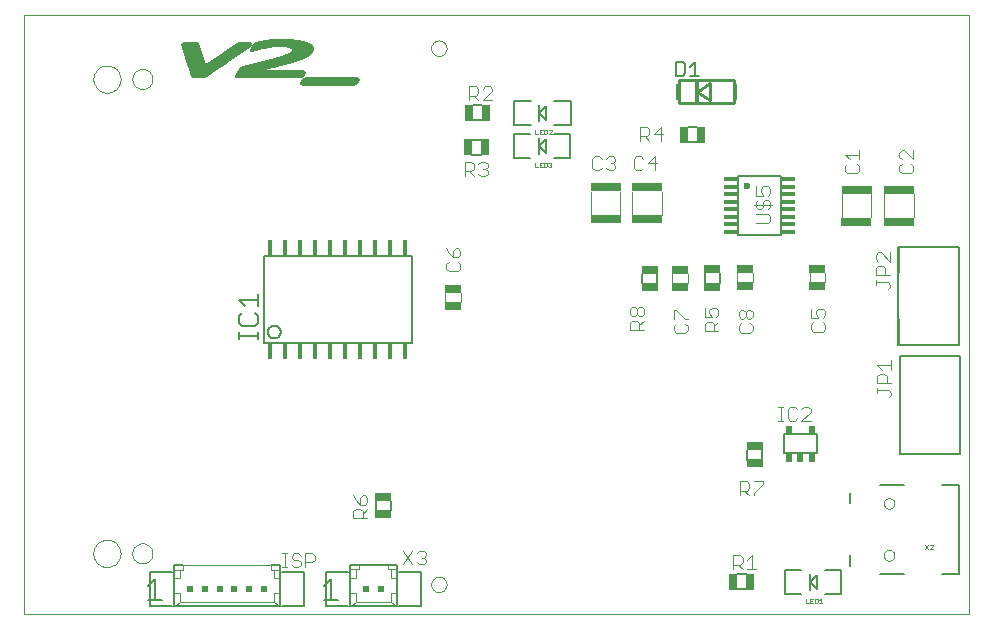
<source format=gto>
G75*
G70*
%OFA0B0*%
%FSLAX24Y24*%
%IPPOS*%
%LPD*%
%AMOC8*
5,1,8,0,0,1.08239X$1,22.5*
%
%ADD10C,0.0000*%
%ADD11C,0.0060*%
%ADD12R,0.0160X0.0520*%
%ADD13C,0.0070*%
%ADD14C,0.0080*%
%ADD15C,0.0020*%
%ADD16R,0.0197X0.0246*%
%ADD17C,0.0040*%
%ADD18R,0.0197X0.0256*%
%ADD19C,0.0010*%
%ADD20R,0.0256X0.0551*%
%ADD21R,0.0512X0.0118*%
%ADD22C,0.0236*%
%ADD23R,0.0098X0.0531*%
%ADD24C,0.0100*%
%ADD25R,0.0118X0.0827*%
%ADD26C,0.0050*%
%ADD27R,0.1024X0.0295*%
%ADD28R,0.0571X0.0295*%
%ADD29R,0.0551X0.0256*%
%ADD30C,0.0001*%
D10*
X000101Y001411D02*
X000101Y021372D01*
X031597Y021372D01*
X031597Y001411D01*
X000101Y001411D01*
X002427Y003431D02*
X002429Y003473D01*
X002435Y003515D01*
X002445Y003557D01*
X002458Y003597D01*
X002476Y003636D01*
X002497Y003673D01*
X002521Y003707D01*
X002549Y003740D01*
X002579Y003770D01*
X002612Y003796D01*
X002647Y003820D01*
X002685Y003840D01*
X002724Y003856D01*
X002764Y003869D01*
X002806Y003878D01*
X002848Y003883D01*
X002891Y003884D01*
X002933Y003881D01*
X002975Y003874D01*
X003016Y003863D01*
X003056Y003848D01*
X003094Y003830D01*
X003131Y003808D01*
X003165Y003783D01*
X003197Y003755D01*
X003225Y003724D01*
X003251Y003690D01*
X003274Y003654D01*
X003293Y003617D01*
X003309Y003577D01*
X003321Y003536D01*
X003329Y003495D01*
X003333Y003452D01*
X003333Y003410D01*
X003329Y003367D01*
X003321Y003326D01*
X003309Y003285D01*
X003293Y003245D01*
X003274Y003208D01*
X003251Y003172D01*
X003225Y003138D01*
X003197Y003107D01*
X003165Y003079D01*
X003131Y003054D01*
X003094Y003032D01*
X003056Y003014D01*
X003016Y002999D01*
X002975Y002988D01*
X002933Y002981D01*
X002891Y002978D01*
X002848Y002979D01*
X002806Y002984D01*
X002764Y002993D01*
X002724Y003006D01*
X002685Y003022D01*
X002647Y003042D01*
X002612Y003066D01*
X002579Y003092D01*
X002549Y003122D01*
X002521Y003155D01*
X002497Y003189D01*
X002476Y003226D01*
X002458Y003265D01*
X002445Y003305D01*
X002435Y003347D01*
X002429Y003389D01*
X002427Y003431D01*
X003726Y003431D02*
X003728Y003467D01*
X003734Y003503D01*
X003744Y003538D01*
X003757Y003572D01*
X003774Y003604D01*
X003794Y003634D01*
X003818Y003661D01*
X003844Y003686D01*
X003873Y003708D01*
X003904Y003727D01*
X003937Y003742D01*
X003971Y003754D01*
X004007Y003762D01*
X004043Y003766D01*
X004079Y003766D01*
X004115Y003762D01*
X004151Y003754D01*
X004185Y003742D01*
X004218Y003727D01*
X004249Y003708D01*
X004278Y003686D01*
X004304Y003661D01*
X004328Y003634D01*
X004348Y003604D01*
X004365Y003572D01*
X004378Y003538D01*
X004388Y003503D01*
X004394Y003467D01*
X004396Y003431D01*
X004394Y003395D01*
X004388Y003359D01*
X004378Y003324D01*
X004365Y003290D01*
X004348Y003258D01*
X004328Y003228D01*
X004304Y003201D01*
X004278Y003176D01*
X004249Y003154D01*
X004218Y003135D01*
X004185Y003120D01*
X004151Y003108D01*
X004115Y003100D01*
X004079Y003096D01*
X004043Y003096D01*
X004007Y003100D01*
X003971Y003108D01*
X003937Y003120D01*
X003904Y003135D01*
X003873Y003154D01*
X003844Y003176D01*
X003818Y003201D01*
X003794Y003228D01*
X003774Y003258D01*
X003757Y003290D01*
X003744Y003324D01*
X003734Y003359D01*
X003728Y003395D01*
X003726Y003431D01*
X013687Y002399D02*
X013689Y002430D01*
X013695Y002461D01*
X013704Y002491D01*
X013717Y002520D01*
X013734Y002547D01*
X013754Y002571D01*
X013776Y002593D01*
X013802Y002612D01*
X013829Y002628D01*
X013858Y002640D01*
X013888Y002649D01*
X013919Y002654D01*
X013951Y002655D01*
X013982Y002652D01*
X014013Y002645D01*
X014043Y002635D01*
X014071Y002621D01*
X014097Y002603D01*
X014121Y002583D01*
X014142Y002559D01*
X014161Y002534D01*
X014176Y002506D01*
X014187Y002477D01*
X014195Y002446D01*
X014199Y002415D01*
X014199Y002383D01*
X014195Y002352D01*
X014187Y002321D01*
X014176Y002292D01*
X014161Y002264D01*
X014142Y002239D01*
X014121Y002215D01*
X014097Y002195D01*
X014071Y002177D01*
X014043Y002163D01*
X014013Y002153D01*
X013982Y002146D01*
X013951Y002143D01*
X013919Y002144D01*
X013888Y002149D01*
X013858Y002158D01*
X013829Y002170D01*
X013802Y002186D01*
X013776Y002205D01*
X013754Y002227D01*
X013734Y002251D01*
X013717Y002278D01*
X013704Y002307D01*
X013695Y002337D01*
X013689Y002368D01*
X013687Y002399D01*
X028774Y003364D02*
X028776Y003390D01*
X028782Y003416D01*
X028792Y003441D01*
X028805Y003464D01*
X028821Y003484D01*
X028841Y003502D01*
X028863Y003517D01*
X028886Y003529D01*
X028912Y003537D01*
X028938Y003541D01*
X028964Y003541D01*
X028990Y003537D01*
X029016Y003529D01*
X029040Y003517D01*
X029061Y003502D01*
X029081Y003484D01*
X029097Y003464D01*
X029110Y003441D01*
X029120Y003416D01*
X029126Y003390D01*
X029128Y003364D01*
X029126Y003338D01*
X029120Y003312D01*
X029110Y003287D01*
X029097Y003264D01*
X029081Y003244D01*
X029061Y003226D01*
X029039Y003211D01*
X029016Y003199D01*
X028990Y003191D01*
X028964Y003187D01*
X028938Y003187D01*
X028912Y003191D01*
X028886Y003199D01*
X028862Y003211D01*
X028841Y003226D01*
X028821Y003244D01*
X028805Y003264D01*
X028792Y003287D01*
X028782Y003312D01*
X028776Y003338D01*
X028774Y003364D01*
X028774Y005096D02*
X028776Y005122D01*
X028782Y005148D01*
X028792Y005173D01*
X028805Y005196D01*
X028821Y005216D01*
X028841Y005234D01*
X028863Y005249D01*
X028886Y005261D01*
X028912Y005269D01*
X028938Y005273D01*
X028964Y005273D01*
X028990Y005269D01*
X029016Y005261D01*
X029040Y005249D01*
X029061Y005234D01*
X029081Y005216D01*
X029097Y005196D01*
X029110Y005173D01*
X029120Y005148D01*
X029126Y005122D01*
X029128Y005096D01*
X029126Y005070D01*
X029120Y005044D01*
X029110Y005019D01*
X029097Y004996D01*
X029081Y004976D01*
X029061Y004958D01*
X029039Y004943D01*
X029016Y004931D01*
X028990Y004923D01*
X028964Y004919D01*
X028938Y004919D01*
X028912Y004923D01*
X028886Y004931D01*
X028862Y004943D01*
X028841Y004958D01*
X028821Y004976D01*
X028805Y004996D01*
X028792Y005019D01*
X028782Y005044D01*
X028776Y005070D01*
X028774Y005096D01*
X011197Y019106D02*
X011190Y019099D01*
X011185Y019095D01*
X011180Y019091D01*
X011174Y019086D01*
X011169Y019083D01*
X011162Y019078D01*
X011154Y019075D01*
X011146Y019071D01*
X011136Y019068D01*
X011127Y019065D01*
X011110Y019061D01*
X011100Y019060D01*
X011089Y019059D01*
X011076Y019059D01*
X011064Y019060D01*
X011046Y019060D01*
X011024Y019059D01*
X010878Y019060D01*
X010680Y019060D01*
X010481Y019059D01*
X010224Y019059D01*
X009983Y019060D01*
X009400Y019060D01*
X009383Y019060D01*
X009375Y019061D01*
X009368Y019063D01*
X009361Y019065D01*
X009354Y019068D01*
X009349Y019072D01*
X009343Y019076D01*
X009339Y019081D01*
X009335Y019086D01*
X009330Y019093D01*
X009327Y019098D01*
X009325Y019104D01*
X009324Y019108D01*
X009322Y019114D01*
X009322Y019127D01*
X009323Y019131D01*
X009323Y019135D01*
X009323Y019138D01*
X009325Y019144D01*
X009327Y019148D01*
X009329Y019152D01*
X009365Y019216D01*
X009383Y019242D01*
X009392Y019253D01*
X009400Y019260D01*
X009409Y019268D01*
X009417Y019274D01*
X009426Y019278D01*
X009433Y019282D01*
X009446Y019288D01*
X009456Y019291D01*
X009467Y019294D01*
X009479Y019296D01*
X009498Y019297D01*
X009514Y019296D01*
X009670Y019297D01*
X009770Y019297D01*
X010107Y019297D01*
X010325Y019297D01*
X010590Y019297D01*
X010884Y019297D01*
X011107Y019297D01*
X011194Y019297D01*
X011204Y019297D01*
X011213Y019295D01*
X011221Y019293D01*
X011227Y019291D01*
X011231Y019288D01*
X011236Y019285D01*
X011241Y019282D01*
X011245Y019278D01*
X011248Y019274D01*
X011252Y019269D01*
X011257Y019264D01*
X011258Y019260D01*
X011260Y019254D01*
X011263Y019247D01*
X011264Y019240D01*
X011265Y019235D01*
X011264Y019226D01*
X011263Y019218D01*
X011259Y019211D01*
X011257Y019203D01*
X011250Y019192D01*
X011209Y019122D01*
X011202Y019111D01*
X011197Y019106D01*
X009693Y020139D02*
X009674Y020115D01*
X009657Y020098D01*
X009640Y020081D01*
X009617Y020061D01*
X009570Y020025D01*
X009539Y020006D01*
X009515Y019992D01*
X009483Y019977D01*
X009405Y019941D01*
X009344Y019915D01*
X009263Y019886D01*
X009159Y019850D01*
X009109Y019834D01*
X009069Y019822D01*
X009015Y019807D01*
X008944Y019786D01*
X008868Y019765D01*
X008804Y019749D01*
X008742Y019733D01*
X008666Y019714D01*
X008617Y019701D01*
X008552Y019686D01*
X008511Y019677D01*
X008447Y019661D01*
X008376Y019646D01*
X008339Y019635D01*
X008296Y019625D01*
X008220Y019605D01*
X008180Y019593D01*
X008157Y019588D01*
X008136Y019582D01*
X008119Y019576D01*
X008114Y019573D01*
X008109Y019571D01*
X008105Y019568D01*
X008100Y019564D01*
X008096Y019560D01*
X008094Y019556D01*
X008090Y019550D01*
X008089Y019547D01*
X008089Y019541D01*
X008091Y019538D01*
X008092Y019536D01*
X008095Y019534D01*
X008099Y019534D01*
X008103Y019533D01*
X008117Y019534D01*
X008294Y019533D01*
X008462Y019533D01*
X008685Y019534D01*
X009397Y019534D01*
X009407Y019534D01*
X009416Y019533D01*
X009424Y019531D01*
X009432Y019528D01*
X009438Y019525D01*
X009444Y019520D01*
X009449Y019515D01*
X009454Y019511D01*
X009457Y019507D01*
X009460Y019501D01*
X009463Y019497D01*
X009465Y019493D01*
X009467Y019488D01*
X009467Y019485D01*
X009469Y019479D01*
X009470Y019473D01*
X009470Y019466D01*
X009470Y019463D01*
X009469Y019455D01*
X009467Y019450D01*
X009465Y019445D01*
X009461Y019438D01*
X009459Y019432D01*
X009440Y019401D01*
X009423Y019372D01*
X009409Y019351D01*
X009402Y019342D01*
X009397Y019337D01*
X009392Y019333D01*
X009385Y019326D01*
X009377Y019322D01*
X009372Y019318D01*
X009362Y019312D01*
X009356Y019310D01*
X009344Y019304D01*
X009336Y019302D01*
X009323Y019300D01*
X009312Y019298D01*
X009297Y019296D01*
X008244Y019296D01*
X007712Y019298D01*
X007256Y019298D01*
X007243Y019297D01*
X007223Y019298D01*
X007211Y019299D01*
X007203Y019301D01*
X007194Y019304D01*
X007185Y019308D01*
X007177Y019312D01*
X007171Y019315D01*
X007166Y019318D01*
X007163Y019323D01*
X007160Y019328D01*
X007157Y019332D01*
X007155Y019339D01*
X007154Y019345D01*
X007154Y019356D01*
X007156Y019362D01*
X007157Y019368D01*
X007160Y019376D01*
X007161Y019380D01*
X007163Y019386D01*
X007167Y019391D01*
X007169Y019397D01*
X007244Y019526D01*
X007273Y019577D01*
X007288Y019598D01*
X007297Y019610D01*
X007301Y019616D01*
X007306Y019620D01*
X007311Y019627D01*
X007317Y019631D01*
X007323Y019636D01*
X007330Y019642D01*
X007336Y019645D01*
X007345Y019650D01*
X007354Y019655D01*
X007364Y019660D01*
X007377Y019667D01*
X007386Y019670D01*
X007396Y019674D01*
X007436Y019687D01*
X007468Y019695D01*
X007509Y019705D01*
X007580Y019722D01*
X007693Y019748D01*
X007882Y019794D01*
X008179Y019869D01*
X008394Y019926D01*
X008629Y019993D01*
X008797Y020050D01*
X008935Y020107D01*
X008988Y020135D01*
X009012Y020151D01*
X009027Y020164D01*
X009041Y020179D01*
X009048Y020189D01*
X009052Y020196D01*
X009054Y020202D01*
X009057Y020210D01*
X009057Y020215D01*
X009056Y020220D01*
X009055Y020226D01*
X009054Y020233D01*
X009052Y020238D01*
X009050Y020245D01*
X009046Y020251D01*
X009042Y020257D01*
X009039Y020260D01*
X009036Y020264D01*
X009023Y020277D01*
X009018Y020280D01*
X009014Y020283D01*
X009009Y020286D01*
X009003Y020290D01*
X008996Y020294D01*
X008988Y020298D01*
X008979Y020301D01*
X008972Y020304D01*
X008963Y020309D01*
X008954Y020311D01*
X008942Y020314D01*
X008934Y020317D01*
X008919Y020320D01*
X008902Y020323D01*
X008872Y020329D01*
X008854Y020332D01*
X008812Y020336D01*
X008773Y020340D01*
X008723Y020341D01*
X008662Y020343D01*
X008570Y020342D01*
X008527Y020340D01*
X008456Y020337D01*
X008390Y020332D01*
X008318Y020325D01*
X008243Y020315D01*
X008099Y020288D01*
X008016Y020271D01*
X007948Y020254D01*
X007850Y020224D01*
X007787Y020202D01*
X007758Y020194D01*
X007739Y020187D01*
X007723Y020181D01*
X007711Y020177D01*
X007699Y020175D01*
X007688Y020173D01*
X007675Y020173D01*
X007664Y020175D01*
X007655Y020179D01*
X007650Y020183D01*
X007647Y020187D01*
X007644Y020192D01*
X007643Y020199D01*
X007643Y020205D01*
X007645Y020215D01*
X007647Y020224D01*
X007655Y020239D01*
X007681Y020283D01*
X007700Y020318D01*
X007728Y020367D01*
X007746Y020397D01*
X007768Y020422D01*
X007784Y020437D01*
X007801Y020448D01*
X007820Y020459D01*
X007842Y020468D01*
X007874Y020479D01*
X007940Y020496D01*
X007968Y020504D01*
X008004Y020513D01*
X008053Y020526D01*
X008093Y020534D01*
X008136Y020542D01*
X008172Y020548D01*
X008212Y020554D01*
X008242Y020556D01*
X008275Y020561D01*
X008317Y020565D01*
X008376Y020570D01*
X008440Y020575D01*
X008498Y020578D01*
X008545Y020580D01*
X008603Y020581D01*
X008655Y020582D01*
X008724Y020581D01*
X008779Y020581D01*
X008839Y020579D01*
X008926Y020575D01*
X008987Y020571D01*
X009039Y020567D01*
X009155Y020554D01*
X009205Y020548D01*
X009263Y020539D01*
X009300Y020532D01*
X009350Y020521D01*
X009384Y020515D01*
X009424Y020504D01*
X009480Y020487D01*
X009516Y020473D01*
X009546Y020461D01*
X009575Y020448D01*
X009599Y020437D01*
X009630Y020420D01*
X009657Y020402D01*
X009678Y020384D01*
X009695Y020367D01*
X009714Y020344D01*
X009723Y020329D01*
X009730Y020316D01*
X009736Y020294D01*
X009739Y020273D01*
X009740Y020261D01*
X009739Y020243D01*
X009736Y020225D01*
X009732Y020211D01*
X009726Y020197D01*
X009716Y020176D01*
X009708Y020161D01*
X009693Y020139D01*
X007681Y020417D02*
X007680Y020409D01*
X007675Y020399D01*
X007670Y020387D01*
X007664Y020378D01*
X007655Y020367D01*
X007646Y020358D01*
X007634Y020347D01*
X007618Y020334D01*
X007598Y020319D01*
X007537Y020278D01*
X007499Y020251D01*
X007423Y020200D01*
X007259Y020088D01*
X007094Y019975D01*
X006906Y019846D01*
X006732Y019726D01*
X006518Y019580D01*
X006366Y019476D01*
X006243Y019391D01*
X006207Y019366D01*
X006182Y019349D01*
X006164Y019338D01*
X006148Y019328D01*
X006137Y019322D01*
X006124Y019315D01*
X006116Y019311D01*
X006109Y019309D01*
X006103Y019306D01*
X006091Y019303D01*
X006082Y019301D01*
X006071Y019298D01*
X006063Y019297D01*
X006054Y019296D01*
X006047Y019296D01*
X005915Y019296D01*
X005857Y019296D01*
X005766Y019296D01*
X005750Y019297D01*
X005743Y019300D01*
X005737Y019301D01*
X005731Y019303D01*
X005724Y019307D01*
X005719Y019308D01*
X005716Y019312D01*
X005711Y019315D01*
X005708Y019321D01*
X005703Y019328D01*
X005699Y019334D01*
X005696Y019343D01*
X005693Y019350D01*
X005611Y019601D01*
X005559Y019758D01*
X005494Y019954D01*
X005440Y020115D01*
X005385Y020284D01*
X005367Y020348D01*
X005361Y020380D01*
X005359Y020395D01*
X005359Y020407D01*
X005361Y020418D01*
X005363Y020425D01*
X005365Y020431D01*
X005368Y020435D01*
X005371Y020440D01*
X005374Y020443D01*
X005377Y020448D01*
X005381Y020451D01*
X005386Y020454D01*
X005391Y020457D01*
X005395Y020459D01*
X005400Y020461D01*
X005411Y020464D01*
X005416Y020465D01*
X005421Y020466D01*
X005429Y020466D01*
X005439Y020468D01*
X005466Y020469D01*
X005484Y020470D01*
X005508Y020469D01*
X005545Y020470D01*
X005644Y020469D01*
X005696Y020469D01*
X005732Y020470D01*
X005772Y020469D01*
X005830Y020469D01*
X005850Y020468D01*
X005863Y020466D01*
X005868Y020464D01*
X005873Y020463D01*
X005880Y020461D01*
X005887Y020457D01*
X005893Y020454D01*
X005898Y020449D01*
X005903Y020445D01*
X005906Y020440D01*
X005911Y020433D01*
X005915Y020425D01*
X005918Y020418D01*
X005922Y020408D01*
X005927Y020395D01*
X005929Y020387D01*
X005936Y020364D01*
X005942Y020344D01*
X005946Y020331D01*
X005949Y020323D01*
X005954Y020305D01*
X005959Y020289D01*
X005963Y020275D01*
X005968Y020260D01*
X005977Y020233D01*
X005981Y020219D01*
X005988Y020197D01*
X005996Y020173D01*
X006000Y020161D01*
X006019Y020106D01*
X006051Y020007D01*
X006080Y019924D01*
X006091Y019891D01*
X006099Y019866D01*
X006105Y019847D01*
X006114Y019824D01*
X006120Y019809D01*
X006125Y019799D01*
X006131Y019790D01*
X006137Y019781D01*
X006142Y019774D01*
X006150Y019768D01*
X006155Y019766D01*
X006160Y019763D01*
X006164Y019762D01*
X006171Y019761D01*
X006174Y019761D01*
X006178Y019762D01*
X006182Y019763D01*
X006191Y019765D01*
X006200Y019769D01*
X006210Y019773D01*
X006236Y019785D01*
X006251Y019794D01*
X006271Y019806D01*
X006291Y019819D01*
X006310Y019832D01*
X006361Y019867D01*
X006381Y019880D01*
X006400Y019893D01*
X006436Y019918D01*
X006473Y019942D01*
X006564Y020005D01*
X006640Y020057D01*
X006746Y020129D01*
X006786Y020154D01*
X006835Y020190D01*
X006881Y020221D01*
X006970Y020283D01*
X007035Y020327D01*
X007112Y020382D01*
X007151Y020408D01*
X007181Y020428D01*
X007196Y020436D01*
X007219Y020448D01*
X007229Y020453D01*
X007241Y020457D01*
X007254Y020461D01*
X007260Y020463D01*
X007266Y020464D01*
X007275Y020465D01*
X007285Y020467D01*
X007298Y020468D01*
X007308Y020468D01*
X007320Y020469D01*
X007349Y020470D01*
X007404Y020468D01*
X007448Y020468D01*
X007495Y020469D01*
X007531Y020469D01*
X007565Y020470D01*
X007628Y020469D01*
X007637Y020469D01*
X007644Y020468D01*
X007650Y020467D01*
X007653Y020465D01*
X007660Y020462D01*
X007664Y020460D01*
X007669Y020456D01*
X007674Y020452D01*
X007677Y020448D01*
X007680Y020441D01*
X007681Y020434D01*
X007682Y020425D01*
X007681Y020417D01*
X003726Y019242D02*
X003728Y019278D01*
X003734Y019314D01*
X003744Y019349D01*
X003757Y019383D01*
X003774Y019415D01*
X003794Y019445D01*
X003818Y019472D01*
X003844Y019497D01*
X003873Y019519D01*
X003904Y019538D01*
X003937Y019553D01*
X003971Y019565D01*
X004007Y019573D01*
X004043Y019577D01*
X004079Y019577D01*
X004115Y019573D01*
X004151Y019565D01*
X004185Y019553D01*
X004218Y019538D01*
X004249Y019519D01*
X004278Y019497D01*
X004304Y019472D01*
X004328Y019445D01*
X004348Y019415D01*
X004365Y019383D01*
X004378Y019349D01*
X004388Y019314D01*
X004394Y019278D01*
X004396Y019242D01*
X004394Y019206D01*
X004388Y019170D01*
X004378Y019135D01*
X004365Y019101D01*
X004348Y019069D01*
X004328Y019039D01*
X004304Y019012D01*
X004278Y018987D01*
X004249Y018965D01*
X004218Y018946D01*
X004185Y018931D01*
X004151Y018919D01*
X004115Y018911D01*
X004079Y018907D01*
X004043Y018907D01*
X004007Y018911D01*
X003971Y018919D01*
X003937Y018931D01*
X003904Y018946D01*
X003873Y018965D01*
X003844Y018987D01*
X003818Y019012D01*
X003794Y019039D01*
X003774Y019069D01*
X003757Y019101D01*
X003744Y019135D01*
X003734Y019170D01*
X003728Y019206D01*
X003726Y019242D01*
X002427Y019242D02*
X002429Y019284D01*
X002435Y019326D01*
X002445Y019368D01*
X002458Y019408D01*
X002476Y019447D01*
X002497Y019484D01*
X002521Y019518D01*
X002549Y019551D01*
X002579Y019581D01*
X002612Y019607D01*
X002647Y019631D01*
X002685Y019651D01*
X002724Y019667D01*
X002764Y019680D01*
X002806Y019689D01*
X002848Y019694D01*
X002891Y019695D01*
X002933Y019692D01*
X002975Y019685D01*
X003016Y019674D01*
X003056Y019659D01*
X003094Y019641D01*
X003131Y019619D01*
X003165Y019594D01*
X003197Y019566D01*
X003225Y019535D01*
X003251Y019501D01*
X003274Y019465D01*
X003293Y019428D01*
X003309Y019388D01*
X003321Y019347D01*
X003329Y019306D01*
X003333Y019263D01*
X003333Y019221D01*
X003329Y019178D01*
X003321Y019137D01*
X003309Y019096D01*
X003293Y019056D01*
X003274Y019019D01*
X003251Y018983D01*
X003225Y018949D01*
X003197Y018918D01*
X003165Y018890D01*
X003131Y018865D01*
X003094Y018843D01*
X003056Y018825D01*
X003016Y018810D01*
X002975Y018799D01*
X002933Y018792D01*
X002891Y018789D01*
X002848Y018790D01*
X002806Y018795D01*
X002764Y018804D01*
X002724Y018817D01*
X002685Y018833D01*
X002647Y018853D01*
X002612Y018877D01*
X002579Y018903D01*
X002549Y018933D01*
X002521Y018966D01*
X002497Y019000D01*
X002476Y019037D01*
X002458Y019076D01*
X002445Y019116D01*
X002435Y019158D01*
X002429Y019200D01*
X002427Y019242D01*
X013687Y020273D02*
X013689Y020304D01*
X013695Y020335D01*
X013704Y020365D01*
X013717Y020394D01*
X013734Y020421D01*
X013754Y020445D01*
X013776Y020467D01*
X013802Y020486D01*
X013829Y020502D01*
X013858Y020514D01*
X013888Y020523D01*
X013919Y020528D01*
X013951Y020529D01*
X013982Y020526D01*
X014013Y020519D01*
X014043Y020509D01*
X014071Y020495D01*
X014097Y020477D01*
X014121Y020457D01*
X014142Y020433D01*
X014161Y020408D01*
X014176Y020380D01*
X014187Y020351D01*
X014195Y020320D01*
X014199Y020289D01*
X014199Y020257D01*
X014195Y020226D01*
X014187Y020195D01*
X014176Y020166D01*
X014161Y020138D01*
X014142Y020113D01*
X014121Y020089D01*
X014097Y020069D01*
X014071Y020051D01*
X014043Y020037D01*
X014013Y020027D01*
X013982Y020020D01*
X013951Y020017D01*
X013919Y020018D01*
X013888Y020023D01*
X013858Y020032D01*
X013829Y020044D01*
X013802Y020060D01*
X013776Y020079D01*
X013754Y020101D01*
X013734Y020125D01*
X013717Y020152D01*
X013704Y020181D01*
X013695Y020211D01*
X013689Y020242D01*
X013687Y020273D01*
D11*
X015065Y018366D02*
X015388Y018366D01*
X015388Y017866D02*
X015065Y017866D01*
X015034Y017224D02*
X015357Y017224D01*
X015357Y016724D02*
X015034Y016724D01*
X013049Y013343D02*
X008109Y013343D01*
X008109Y010453D01*
X013049Y010453D01*
X013049Y013343D01*
X008249Y010813D02*
X008251Y010842D01*
X008257Y010870D01*
X008266Y010897D01*
X008280Y010922D01*
X008296Y010946D01*
X008316Y010966D01*
X008338Y010985D01*
X008362Y010999D01*
X008389Y011011D01*
X008416Y011019D01*
X008445Y011023D01*
X008473Y011023D01*
X008502Y011019D01*
X008529Y011011D01*
X008556Y010999D01*
X008580Y010985D01*
X008602Y010966D01*
X008622Y010946D01*
X008638Y010922D01*
X008652Y010897D01*
X008661Y010870D01*
X008667Y010842D01*
X008669Y010813D01*
X008667Y010784D01*
X008661Y010756D01*
X008652Y010729D01*
X008638Y010704D01*
X008622Y010680D01*
X008602Y010660D01*
X008580Y010641D01*
X008556Y010627D01*
X008529Y010615D01*
X008502Y010607D01*
X008473Y010603D01*
X008445Y010603D01*
X008416Y010607D01*
X008389Y010615D01*
X008362Y010627D01*
X008338Y010641D01*
X008316Y010660D01*
X008296Y010680D01*
X008280Y010704D01*
X008266Y010729D01*
X008257Y010756D01*
X008251Y010784D01*
X008249Y010813D01*
X011843Y005187D02*
X011843Y004864D01*
X012343Y004864D02*
X012343Y005187D01*
X010346Y002578D02*
X010346Y001878D01*
X010579Y001878D02*
X010112Y001878D01*
X010112Y002345D02*
X010346Y002578D01*
X004709Y001870D02*
X004242Y001870D01*
X004476Y001870D02*
X004476Y002571D01*
X004242Y002337D01*
X020713Y012431D02*
X020713Y012754D01*
X021213Y012754D02*
X021213Y012431D01*
X022804Y012446D02*
X022804Y012769D01*
X023304Y012769D02*
X023304Y012446D01*
X022561Y017145D02*
X022239Y017145D01*
X022239Y017645D02*
X022561Y017645D01*
X025431Y007403D02*
X025468Y007403D01*
X025431Y007403D02*
X026550Y007403D01*
X026513Y007403D01*
X026550Y007403D02*
X026550Y006765D01*
X026513Y006765D01*
X026550Y006765D02*
X025431Y006765D01*
X025468Y006765D01*
X025431Y006765D02*
X025431Y007403D01*
X025785Y007403D02*
X026196Y007403D01*
X026196Y006765D02*
X026159Y006765D01*
X025822Y006765D02*
X025785Y006765D01*
X024717Y006880D02*
X024717Y006557D01*
X024217Y006557D02*
X024217Y006880D01*
X024199Y002736D02*
X023876Y002736D01*
X023876Y002236D02*
X024199Y002236D01*
D12*
X012829Y010173D03*
X012329Y010173D03*
X011829Y010173D03*
X011329Y010173D03*
X010829Y010173D03*
X010329Y010173D03*
X009829Y010173D03*
X009329Y010173D03*
X008829Y010173D03*
X008329Y010173D03*
X008329Y013623D03*
X008829Y013623D03*
X009329Y013623D03*
X009829Y013623D03*
X010329Y013623D03*
X010829Y013623D03*
X011329Y013623D03*
X011829Y013623D03*
X012329Y013623D03*
X012829Y013623D03*
D13*
X007904Y012082D02*
X007904Y011662D01*
X007904Y011872D02*
X007274Y011872D01*
X007484Y011662D01*
X007379Y011438D02*
X007274Y011333D01*
X007274Y011123D01*
X007379Y011017D01*
X007799Y011017D01*
X007904Y011123D01*
X007904Y011333D01*
X007799Y011438D01*
X007904Y010798D02*
X007904Y010588D01*
X007904Y010693D02*
X007274Y010693D01*
X007274Y010588D02*
X007274Y010798D01*
D14*
X016439Y016616D02*
X016439Y017403D01*
X016991Y017403D01*
X017266Y017285D02*
X017266Y017009D01*
X017502Y017246D01*
X017502Y016773D01*
X017266Y017009D01*
X017266Y016734D01*
X016991Y016616D02*
X016439Y016616D01*
X016447Y017718D02*
X016447Y018506D01*
X016998Y018506D01*
X017274Y018387D02*
X017274Y018112D01*
X017510Y018348D01*
X017510Y017876D01*
X017274Y018112D01*
X017274Y017836D01*
X016998Y017718D02*
X016447Y017718D01*
X017786Y017718D02*
X018337Y017718D01*
X018337Y018506D01*
X017786Y018506D01*
X017778Y017403D02*
X018329Y017403D01*
X018329Y016616D01*
X017778Y016616D01*
X023900Y015998D02*
X023900Y014053D01*
X025357Y014053D01*
X025357Y015998D01*
X023900Y015998D01*
X029262Y013655D02*
X031270Y013655D01*
X031270Y010387D01*
X029262Y010387D01*
X029262Y013655D01*
X029274Y013655D02*
X029392Y013655D01*
X029274Y013655D02*
X029274Y012828D01*
X031006Y013655D02*
X031282Y013655D01*
X031282Y010387D01*
X031006Y010387D01*
X031054Y010017D02*
X031329Y010017D01*
X031329Y006750D01*
X031054Y006750D01*
X031317Y006750D02*
X029309Y006750D01*
X029309Y010017D01*
X031317Y010017D01*
X031317Y006750D01*
X031274Y005726D02*
X030723Y005726D01*
X031274Y005726D02*
X031274Y002734D01*
X030723Y002734D01*
X029463Y002734D02*
X028636Y002734D01*
X027652Y003009D02*
X027652Y003364D01*
X027361Y002876D02*
X026809Y002876D01*
X026534Y002718D02*
X026298Y002482D01*
X026534Y002246D01*
X026534Y002718D01*
X026298Y002757D02*
X026298Y002482D01*
X026298Y002206D01*
X026022Y002088D02*
X025471Y002088D01*
X025471Y002876D01*
X026022Y002876D01*
X026809Y002088D02*
X027361Y002088D01*
X027361Y002876D01*
X027652Y005096D02*
X027652Y005450D01*
X028636Y005726D02*
X029463Y005726D01*
X029479Y006750D02*
X029321Y006750D01*
X029321Y007616D01*
X029321Y009191D02*
X029321Y010017D01*
X029439Y010017D01*
X029431Y010387D02*
X029274Y010387D01*
X029274Y011254D01*
X013341Y002805D02*
X013341Y001673D01*
X012603Y001673D01*
X012563Y001673D02*
X012563Y003051D01*
X012258Y003051D01*
X011274Y003051D01*
X010969Y003051D01*
X010969Y001673D01*
X011028Y001673D01*
X012504Y001673D01*
X012563Y001673D01*
X010930Y001673D02*
X010191Y001673D01*
X010191Y002805D01*
X010930Y002805D01*
X009439Y002797D02*
X008701Y002797D01*
X008662Y003043D02*
X008357Y003043D01*
X008662Y003043D02*
X008662Y001665D01*
X008603Y001665D01*
X005158Y001665D01*
X005099Y001665D01*
X005099Y003043D01*
X005404Y003043D01*
X005059Y002797D02*
X004321Y002797D01*
X004321Y001665D01*
X005059Y001665D01*
X008701Y001665D02*
X009439Y001665D01*
X009439Y002797D01*
X012603Y002805D02*
X013341Y002805D01*
D15*
X012554Y002903D02*
X012357Y002903D01*
X012258Y002903D01*
X012258Y003051D01*
X012357Y002903D02*
X012357Y002608D01*
X012554Y002608D01*
X012554Y002116D02*
X012357Y002116D01*
X012357Y001820D01*
X012504Y001673D01*
X012357Y001820D02*
X011176Y001820D01*
X011028Y001673D01*
X011176Y001820D02*
X011176Y002116D01*
X010979Y002116D01*
X010979Y002608D02*
X011176Y002608D01*
X011176Y002903D01*
X011274Y002903D01*
X011274Y003051D01*
X011176Y002903D02*
X010979Y002903D01*
X008652Y002895D02*
X008455Y002895D01*
X008357Y002895D01*
X008357Y003043D01*
X005404Y003043D01*
X005404Y002895D01*
X005306Y002895D01*
X005109Y002895D01*
X005306Y002895D02*
X005306Y002600D01*
X005109Y002600D01*
X005109Y002108D02*
X005306Y002108D01*
X005306Y001813D01*
X005158Y001665D01*
X005306Y001813D02*
X008455Y001813D01*
X008603Y001665D01*
X008455Y001813D02*
X008455Y002108D01*
X008652Y002108D01*
X008652Y002600D02*
X008455Y002600D01*
X008455Y002895D01*
D16*
X008111Y002231D03*
X007619Y002231D03*
X007126Y002231D03*
X006634Y002231D03*
X006142Y002231D03*
X005650Y002231D03*
X011520Y002239D03*
X012012Y002239D03*
D17*
X012755Y003063D02*
X013062Y003523D01*
X013216Y003447D02*
X013292Y003523D01*
X013446Y003523D01*
X013522Y003447D01*
X013522Y003370D01*
X013446Y003293D01*
X013522Y003216D01*
X013522Y003140D01*
X013446Y003063D01*
X013292Y003063D01*
X013216Y003140D01*
X013062Y003063D02*
X012755Y003523D01*
X013369Y003293D02*
X013446Y003293D01*
X011555Y004598D02*
X011094Y004598D01*
X011094Y004829D01*
X011171Y004905D01*
X011325Y004905D01*
X011401Y004829D01*
X011401Y004598D01*
X011401Y004752D02*
X011555Y004905D01*
X011478Y005059D02*
X011325Y005059D01*
X011325Y005289D01*
X011401Y005366D01*
X011478Y005366D01*
X011555Y005289D01*
X011555Y005135D01*
X011478Y005059D01*
X011325Y005059D02*
X011171Y005212D01*
X011094Y005366D01*
X009721Y003437D02*
X009491Y003437D01*
X009491Y002976D01*
X009491Y003130D02*
X009721Y003130D01*
X009798Y003206D01*
X009798Y003360D01*
X009721Y003437D01*
X009338Y003360D02*
X009261Y003437D01*
X009107Y003437D01*
X009031Y003360D01*
X009031Y003283D01*
X009107Y003206D01*
X009261Y003206D01*
X009338Y003130D01*
X009338Y003053D01*
X009261Y002976D01*
X009107Y002976D01*
X009031Y003053D01*
X008877Y002976D02*
X008724Y002976D01*
X008801Y002976D02*
X008801Y003437D01*
X008877Y003437D02*
X008724Y003437D01*
X020320Y010878D02*
X020320Y011109D01*
X020396Y011185D01*
X020550Y011185D01*
X020627Y011109D01*
X020627Y010878D01*
X020780Y010878D02*
X020320Y010878D01*
X020627Y011032D02*
X020780Y011185D01*
X020703Y011339D02*
X020627Y011339D01*
X020550Y011415D01*
X020550Y011569D01*
X020627Y011646D01*
X020703Y011646D01*
X020780Y011569D01*
X020780Y011415D01*
X020703Y011339D01*
X020550Y011415D02*
X020473Y011339D01*
X020396Y011339D01*
X020320Y011415D01*
X020320Y011569D01*
X020396Y011646D01*
X020473Y011646D01*
X020550Y011569D01*
X021772Y011553D02*
X021772Y011246D01*
X021849Y011092D02*
X021772Y011016D01*
X021772Y010862D01*
X021849Y010785D01*
X022156Y010785D01*
X022233Y010862D01*
X022233Y011016D01*
X022156Y011092D01*
X022156Y011246D02*
X022233Y011246D01*
X022156Y011246D02*
X021849Y011553D01*
X021772Y011553D01*
X022803Y011610D02*
X022803Y011303D01*
X023033Y011303D01*
X022957Y011456D01*
X022957Y011533D01*
X023033Y011610D01*
X023187Y011610D01*
X023263Y011533D01*
X023263Y011379D01*
X023187Y011303D01*
X023263Y011149D02*
X023110Y010996D01*
X023110Y011073D02*
X023110Y010842D01*
X023263Y010842D02*
X022803Y010842D01*
X022803Y011073D01*
X022880Y011149D01*
X023033Y011149D01*
X023110Y011073D01*
X023938Y011024D02*
X023938Y010870D01*
X024014Y010793D01*
X024321Y010793D01*
X024398Y010870D01*
X024398Y011024D01*
X024321Y011100D01*
X024321Y011254D02*
X024245Y011254D01*
X024168Y011330D01*
X024168Y011484D01*
X024245Y011561D01*
X024321Y011561D01*
X024398Y011484D01*
X024398Y011330D01*
X024321Y011254D01*
X024168Y011330D02*
X024091Y011254D01*
X024014Y011254D01*
X023938Y011330D01*
X023938Y011484D01*
X024014Y011561D01*
X024091Y011561D01*
X024168Y011484D01*
X024014Y011100D02*
X023938Y011024D01*
X022243Y012446D02*
X022243Y012746D01*
X021723Y012736D02*
X021723Y012446D01*
X023888Y012493D02*
X023888Y012783D01*
X024408Y012793D02*
X024408Y012493D01*
X026298Y012485D02*
X026298Y012776D01*
X026817Y012785D02*
X026817Y012485D01*
X026731Y011592D02*
X026577Y011592D01*
X026501Y011515D01*
X026501Y011439D01*
X026577Y011285D01*
X026347Y011285D01*
X026347Y011592D01*
X026731Y011592D02*
X026808Y011515D01*
X026808Y011362D01*
X026731Y011285D01*
X026731Y011132D02*
X026808Y011055D01*
X026808Y010902D01*
X026731Y010825D01*
X026424Y010825D01*
X026347Y010902D01*
X026347Y011055D01*
X026424Y011132D01*
X028514Y012392D02*
X028514Y012546D01*
X028514Y012469D02*
X028898Y012469D01*
X028974Y012392D01*
X028974Y012316D01*
X028898Y012239D01*
X028974Y012699D02*
X028514Y012699D01*
X028514Y012929D01*
X028591Y013006D01*
X028744Y013006D01*
X028821Y012929D01*
X028821Y012699D01*
X028974Y013160D02*
X028668Y013466D01*
X028591Y013466D01*
X028514Y013390D01*
X028514Y013236D01*
X028591Y013160D01*
X028974Y013160D02*
X028974Y013466D01*
X028792Y014637D02*
X028792Y015397D01*
X028355Y015397D02*
X028355Y014637D01*
X027375Y014637D02*
X027375Y015397D01*
X027559Y016101D02*
X027866Y016101D01*
X027943Y016178D01*
X027943Y016332D01*
X027866Y016408D01*
X027943Y016562D02*
X027943Y016869D01*
X027943Y016715D02*
X027482Y016715D01*
X027636Y016562D01*
X027559Y016408D02*
X027482Y016332D01*
X027482Y016178D01*
X027559Y016101D01*
X029293Y016178D02*
X029370Y016101D01*
X029677Y016101D01*
X029754Y016178D01*
X029754Y016332D01*
X029677Y016408D01*
X029754Y016562D02*
X029447Y016869D01*
X029370Y016869D01*
X029293Y016792D01*
X029293Y016639D01*
X029370Y016562D01*
X029370Y016408D02*
X029293Y016332D01*
X029293Y016178D01*
X029754Y016562D02*
X029754Y016869D01*
X029772Y015397D02*
X029772Y014637D01*
X025055Y015052D02*
X024441Y015052D01*
X024518Y015129D02*
X024595Y015205D01*
X024518Y015129D02*
X024518Y014975D01*
X024595Y014898D01*
X024672Y014898D01*
X024748Y014975D01*
X024748Y015129D01*
X024825Y015205D01*
X024902Y015205D01*
X024978Y015129D01*
X024978Y014975D01*
X024902Y014898D01*
X024902Y014745D02*
X024518Y014745D01*
X024518Y014438D02*
X024902Y014438D01*
X024978Y014515D01*
X024978Y014668D01*
X024902Y014745D01*
X024902Y015359D02*
X024978Y015435D01*
X024978Y015589D01*
X024902Y015666D01*
X024748Y015666D01*
X024672Y015589D01*
X024672Y015512D01*
X024748Y015359D01*
X024518Y015359D01*
X024518Y015666D01*
X021370Y015488D02*
X021370Y014728D01*
X020390Y014728D02*
X020390Y015488D01*
X019992Y015488D02*
X019992Y014728D01*
X019012Y014728D02*
X019012Y015488D01*
X019140Y016207D02*
X019293Y016207D01*
X019370Y016284D01*
X019523Y016284D02*
X019600Y016207D01*
X019753Y016207D01*
X019830Y016284D01*
X019830Y016360D01*
X019753Y016437D01*
X019677Y016437D01*
X019753Y016437D02*
X019830Y016514D01*
X019830Y016591D01*
X019753Y016667D01*
X019600Y016667D01*
X019523Y016591D01*
X019370Y016591D02*
X019293Y016667D01*
X019140Y016667D01*
X019063Y016591D01*
X019063Y016284D01*
X019140Y016207D01*
X020441Y016284D02*
X020518Y016207D01*
X020671Y016207D01*
X020748Y016284D01*
X020901Y016437D02*
X021208Y016437D01*
X021131Y016207D02*
X021131Y016667D01*
X020901Y016437D01*
X020748Y016591D02*
X020671Y016667D01*
X020518Y016667D01*
X020441Y016591D01*
X020441Y016284D01*
X020647Y017185D02*
X020647Y017645D01*
X020877Y017645D01*
X020954Y017568D01*
X020954Y017415D01*
X020877Y017338D01*
X020647Y017338D01*
X020800Y017338D02*
X020954Y017185D01*
X021107Y017415D02*
X021414Y017415D01*
X021337Y017185D02*
X021337Y017645D01*
X021107Y017415D01*
X015714Y018536D02*
X015407Y018536D01*
X015714Y018843D01*
X015714Y018919D01*
X015637Y018996D01*
X015484Y018996D01*
X015407Y018919D01*
X015254Y018919D02*
X015254Y018766D01*
X015177Y018689D01*
X014947Y018689D01*
X015100Y018689D02*
X015254Y018536D01*
X014947Y018536D02*
X014947Y018996D01*
X015177Y018996D01*
X015254Y018919D01*
X015334Y016476D02*
X015488Y016476D01*
X015564Y016400D01*
X015564Y016323D01*
X015488Y016246D01*
X015564Y016169D01*
X015564Y016093D01*
X015488Y016016D01*
X015334Y016016D01*
X015258Y016093D01*
X015104Y016016D02*
X014951Y016169D01*
X015027Y016169D02*
X014797Y016169D01*
X014797Y016016D02*
X014797Y016476D01*
X015027Y016476D01*
X015104Y016400D01*
X015104Y016246D01*
X015027Y016169D01*
X015258Y016400D02*
X015334Y016476D01*
X015411Y016246D02*
X015488Y016246D01*
X014577Y013604D02*
X014501Y013604D01*
X014424Y013527D01*
X014424Y013297D01*
X014577Y013297D01*
X014654Y013374D01*
X014654Y013527D01*
X014577Y013604D01*
X014270Y013450D02*
X014424Y013297D01*
X014577Y013144D02*
X014654Y013067D01*
X014654Y012913D01*
X014577Y012837D01*
X014270Y012837D01*
X014194Y012913D01*
X014194Y013067D01*
X014270Y013144D01*
X014270Y013450D02*
X014194Y013604D01*
X014144Y012110D02*
X014144Y011820D01*
X014664Y011820D02*
X014664Y012120D01*
X023973Y005831D02*
X024203Y005831D01*
X024280Y005754D01*
X024280Y005601D01*
X024203Y005524D01*
X023973Y005524D01*
X024127Y005524D02*
X024280Y005370D01*
X024434Y005370D02*
X024434Y005447D01*
X024740Y005754D01*
X024740Y005831D01*
X024434Y005831D01*
X023973Y005831D02*
X023973Y005370D01*
X023988Y003366D02*
X023758Y003366D01*
X023758Y002906D01*
X023758Y003059D02*
X023988Y003059D01*
X024065Y003136D01*
X024065Y003289D01*
X023988Y003366D01*
X024218Y003213D02*
X024372Y003366D01*
X024372Y002906D01*
X024525Y002906D02*
X024218Y002906D01*
X024065Y002906D02*
X023911Y003059D01*
X025261Y007854D02*
X025414Y007854D01*
X025337Y007854D02*
X025337Y008315D01*
X025261Y008315D02*
X025414Y008315D01*
X025567Y008238D02*
X025567Y007931D01*
X025644Y007854D01*
X025798Y007854D01*
X025874Y007931D01*
X026028Y007854D02*
X026335Y008161D01*
X026335Y008238D01*
X026258Y008315D01*
X026104Y008315D01*
X026028Y008238D01*
X025874Y008238D02*
X025798Y008315D01*
X025644Y008315D01*
X025567Y008238D01*
X026028Y007854D02*
X026335Y007854D01*
X028561Y008794D02*
X028561Y008947D01*
X028561Y008871D02*
X028945Y008871D01*
X029022Y008794D01*
X029022Y008717D01*
X028945Y008640D01*
X029022Y009101D02*
X028561Y009101D01*
X028561Y009331D01*
X028638Y009408D01*
X028792Y009408D01*
X028868Y009331D01*
X028868Y009101D01*
X028715Y009561D02*
X028561Y009715D01*
X029022Y009715D01*
X029022Y009868D02*
X029022Y009561D01*
D18*
X026365Y007547D03*
X025617Y007547D03*
X025617Y006622D03*
X025991Y006622D03*
X026365Y006622D03*
D19*
X030162Y003725D02*
X030262Y003575D01*
X030309Y003575D02*
X030409Y003675D01*
X030409Y003700D01*
X030384Y003725D01*
X030334Y003725D01*
X030309Y003700D01*
X030262Y003725D02*
X030162Y003575D01*
X030309Y003575D02*
X030409Y003575D01*
X026673Y001927D02*
X026673Y001777D01*
X026623Y001777D02*
X026724Y001777D01*
X026623Y001877D02*
X026673Y001927D01*
X026576Y001902D02*
X026551Y001927D01*
X026476Y001927D01*
X026476Y001777D01*
X026551Y001777D01*
X026576Y001802D01*
X026576Y001902D01*
X026429Y001927D02*
X026329Y001927D01*
X026329Y001777D01*
X026429Y001777D01*
X026379Y001852D02*
X026329Y001852D01*
X026282Y001777D02*
X026181Y001777D01*
X026181Y001927D01*
X017667Y016304D02*
X017617Y016304D01*
X017592Y016329D01*
X017545Y016329D02*
X017545Y016430D01*
X017520Y016455D01*
X017445Y016455D01*
X017445Y016304D01*
X017520Y016304D01*
X017545Y016329D01*
X017642Y016379D02*
X017667Y016379D01*
X017692Y016354D01*
X017692Y016329D01*
X017667Y016304D01*
X017667Y016379D02*
X017692Y016405D01*
X017692Y016430D01*
X017667Y016455D01*
X017617Y016455D01*
X017592Y016430D01*
X017397Y016455D02*
X017297Y016455D01*
X017297Y016304D01*
X017397Y016304D01*
X017347Y016379D02*
X017297Y016379D01*
X017250Y016304D02*
X017150Y016304D01*
X017150Y016455D01*
X017158Y017407D02*
X017258Y017407D01*
X017305Y017407D02*
X017405Y017407D01*
X017452Y017407D02*
X017528Y017407D01*
X017553Y017432D01*
X017553Y017532D01*
X017528Y017557D01*
X017452Y017557D01*
X017452Y017407D01*
X017355Y017482D02*
X017305Y017482D01*
X017305Y017557D02*
X017305Y017407D01*
X017158Y017407D02*
X017158Y017557D01*
X017305Y017557D02*
X017405Y017557D01*
X017600Y017532D02*
X017625Y017557D01*
X017675Y017557D01*
X017700Y017532D01*
X017700Y017507D01*
X017600Y017407D01*
X017700Y017407D01*
D20*
X015483Y016975D03*
X014903Y016975D03*
X014935Y018116D03*
X015515Y018116D03*
X022112Y017395D03*
X022692Y017395D03*
X023746Y002486D03*
X024326Y002486D03*
D21*
X023664Y014150D03*
X023664Y014400D03*
X023664Y014650D03*
X023664Y014900D03*
X023664Y015150D03*
X023664Y015400D03*
X023664Y015650D03*
X023664Y015900D03*
X025593Y015900D03*
X025593Y015650D03*
X025593Y015400D03*
X025593Y015150D03*
X025593Y014900D03*
X025593Y014650D03*
X025593Y014400D03*
X025593Y014150D03*
D22*
X024215Y015675D03*
D23*
X023863Y018815D03*
X021874Y018815D03*
D24*
X021963Y018450D02*
X021963Y019218D01*
X023774Y019218D01*
X023774Y018450D01*
X021963Y018450D01*
X022554Y018824D02*
X022967Y018549D01*
X022967Y019120D01*
X022554Y018824D01*
D25*
X022534Y018824D03*
D26*
X022465Y019356D02*
X022465Y019806D01*
X022314Y019656D01*
X022154Y019731D02*
X022154Y019431D01*
X022079Y019356D01*
X021854Y019356D01*
X021854Y019806D01*
X022079Y019806D01*
X022154Y019731D01*
X022314Y019356D02*
X022615Y019356D01*
D27*
X020882Y015630D03*
X019504Y015630D03*
X019501Y014586D03*
X020879Y014586D03*
X027863Y014495D03*
X027866Y015540D03*
X029284Y015540D03*
X029280Y014495D03*
D28*
X026558Y012918D03*
X026558Y012348D03*
X024148Y012356D03*
X024148Y012926D03*
X021983Y012878D03*
X021983Y012308D03*
X014404Y012252D03*
X014404Y011682D03*
D29*
X020964Y012304D03*
X020964Y012884D03*
X023053Y012896D03*
X023053Y012316D03*
X024468Y007010D03*
X024468Y006430D03*
X012092Y005313D03*
X012092Y004733D03*
D30*
X011106Y019060D02*
X009378Y019060D01*
X009372Y019061D02*
X011113Y019061D01*
X011116Y019062D02*
X009369Y019062D01*
X009365Y019063D02*
X011120Y019063D01*
X011123Y019064D02*
X009362Y019064D01*
X009359Y019065D02*
X011127Y019065D01*
X011130Y019066D02*
X009358Y019066D01*
X009356Y019067D02*
X011133Y019067D01*
X011136Y019068D02*
X009354Y019068D01*
X009353Y019069D02*
X011139Y019069D01*
X011143Y019070D02*
X009352Y019070D01*
X009350Y019071D02*
X011146Y019071D01*
X011148Y019072D02*
X009349Y019072D01*
X009348Y019073D02*
X011150Y019073D01*
X011151Y019074D02*
X009347Y019074D01*
X009345Y019075D02*
X011153Y019075D01*
X011156Y019076D02*
X009344Y019076D01*
X009343Y019077D02*
X011158Y019077D01*
X011160Y019077D02*
X009342Y019077D01*
X009341Y019078D02*
X011162Y019078D01*
X011164Y019079D02*
X009340Y019079D01*
X009339Y019080D02*
X011165Y019080D01*
X011166Y019081D02*
X009338Y019081D01*
X009338Y019082D02*
X011168Y019082D01*
X011169Y019083D02*
X009337Y019083D01*
X009336Y019084D02*
X011170Y019084D01*
X011172Y019085D02*
X009336Y019085D01*
X009335Y019086D02*
X011174Y019086D01*
X011175Y019087D02*
X009334Y019087D01*
X009334Y019088D02*
X011176Y019088D01*
X011178Y019089D02*
X009333Y019089D01*
X009332Y019090D02*
X011179Y019090D01*
X011180Y019091D02*
X009332Y019091D01*
X009331Y019092D02*
X011182Y019092D01*
X011183Y019093D02*
X009330Y019093D01*
X009330Y019094D02*
X011184Y019094D01*
X011185Y019094D02*
X009329Y019094D01*
X009329Y019095D02*
X011186Y019095D01*
X011187Y019096D02*
X009328Y019096D01*
X009328Y019097D02*
X011188Y019097D01*
X011189Y019098D02*
X009327Y019098D01*
X009327Y019099D02*
X011191Y019099D01*
X011191Y019100D02*
X009326Y019100D01*
X009326Y019101D02*
X011192Y019101D01*
X011193Y019102D02*
X009326Y019102D01*
X009325Y019103D02*
X011194Y019103D01*
X011195Y019104D02*
X009325Y019104D01*
X009325Y019105D02*
X011196Y019105D01*
X011197Y019106D02*
X009324Y019106D01*
X009324Y019107D02*
X011198Y019107D01*
X011199Y019108D02*
X009324Y019108D01*
X009323Y019109D02*
X011199Y019109D01*
X011200Y019110D02*
X009323Y019110D01*
X009323Y019111D02*
X011201Y019111D01*
X011202Y019111D02*
X009323Y019111D01*
X009322Y019112D02*
X011202Y019112D01*
X011203Y019113D02*
X009322Y019113D01*
X009322Y019114D02*
X011204Y019114D01*
X011204Y019115D02*
X009322Y019115D01*
X009322Y019116D02*
X011205Y019116D01*
X011206Y019117D02*
X009322Y019117D01*
X009322Y019118D02*
X011207Y019118D01*
X011207Y019119D02*
X009322Y019119D01*
X009322Y019120D02*
X011208Y019120D01*
X011209Y019121D02*
X009322Y019121D01*
X009322Y019122D02*
X011209Y019122D01*
X011210Y019123D02*
X009322Y019123D01*
X009322Y019124D02*
X011210Y019124D01*
X011211Y019125D02*
X009322Y019125D01*
X009322Y019126D02*
X011212Y019126D01*
X011212Y019127D02*
X009322Y019127D01*
X009322Y019128D02*
X011213Y019128D01*
X011213Y019129D02*
X009322Y019129D01*
X011214Y019129D01*
X011214Y019130D02*
X009323Y019130D01*
X009323Y019131D02*
X011215Y019131D01*
X011215Y019132D02*
X009323Y019132D01*
X009323Y019133D02*
X011216Y019133D01*
X011216Y019134D02*
X009323Y019134D01*
X009323Y019135D02*
X011217Y019135D01*
X011218Y019136D02*
X009323Y019136D01*
X009323Y019137D02*
X011218Y019137D01*
X011219Y019138D02*
X009323Y019138D01*
X009323Y019139D02*
X011219Y019139D01*
X011220Y019140D02*
X009324Y019140D01*
X009324Y019141D02*
X011220Y019141D01*
X011221Y019142D02*
X009324Y019142D01*
X009325Y019143D02*
X011221Y019143D01*
X011222Y019144D02*
X009325Y019144D01*
X009325Y019145D02*
X011223Y019145D01*
X011223Y019146D02*
X009326Y019146D01*
X011224Y019146D01*
X011224Y019147D02*
X009327Y019147D01*
X009327Y019148D02*
X011225Y019148D01*
X011225Y019149D02*
X009328Y019149D01*
X009328Y019150D02*
X011226Y019150D01*
X011226Y019151D02*
X009329Y019151D01*
X009329Y019152D02*
X011227Y019152D01*
X011227Y019153D02*
X009330Y019153D01*
X009330Y019154D02*
X011228Y019154D01*
X011229Y019155D02*
X009331Y019155D01*
X009331Y019156D02*
X011229Y019156D01*
X011230Y019157D02*
X009332Y019157D01*
X009332Y019158D02*
X011230Y019158D01*
X011231Y019159D02*
X009333Y019159D01*
X009333Y019160D02*
X011231Y019160D01*
X011232Y019161D02*
X009334Y019161D01*
X009334Y019162D02*
X011232Y019162D01*
X011233Y019163D02*
X009335Y019163D01*
X011234Y019163D01*
X011234Y019164D02*
X009336Y019164D01*
X009336Y019165D02*
X011235Y019165D01*
X011235Y019166D02*
X009337Y019166D01*
X009338Y019167D02*
X011236Y019167D01*
X011236Y019168D02*
X009338Y019168D01*
X009339Y019169D02*
X011237Y019169D01*
X011237Y019170D02*
X009339Y019170D01*
X009340Y019171D02*
X011238Y019171D01*
X011238Y019172D02*
X009340Y019172D01*
X009341Y019173D02*
X011239Y019173D01*
X011240Y019174D02*
X009341Y019174D01*
X009342Y019175D02*
X011240Y019175D01*
X011241Y019176D02*
X009342Y019176D01*
X009343Y019177D02*
X011241Y019177D01*
X011242Y019178D02*
X009343Y019178D01*
X009344Y019179D02*
X011242Y019179D01*
X011243Y019180D02*
X009344Y019180D01*
X009345Y019180D02*
X011243Y019180D01*
X011244Y019181D02*
X009346Y019181D01*
X009346Y019182D02*
X011244Y019182D01*
X011245Y019183D02*
X009347Y019183D01*
X009347Y019184D02*
X011246Y019184D01*
X011246Y019185D02*
X009348Y019185D01*
X009348Y019186D02*
X011247Y019186D01*
X011247Y019187D02*
X009349Y019187D01*
X009349Y019188D02*
X011248Y019188D01*
X011248Y019189D02*
X009350Y019189D01*
X009350Y019190D02*
X011249Y019190D01*
X011249Y019191D02*
X009351Y019191D01*
X009351Y019192D02*
X011250Y019192D01*
X011251Y019193D02*
X009352Y019193D01*
X009352Y019194D02*
X011251Y019194D01*
X011252Y019195D02*
X009353Y019195D01*
X009354Y019196D02*
X011252Y019196D01*
X011253Y019197D02*
X009354Y019197D01*
X009355Y019197D02*
X011253Y019197D01*
X011254Y019198D02*
X009355Y019198D01*
X009356Y019199D02*
X011255Y019199D01*
X011255Y019200D02*
X009356Y019200D01*
X009357Y019201D02*
X011256Y019201D01*
X011256Y019202D02*
X009357Y019202D01*
X009358Y019203D02*
X011257Y019203D01*
X011257Y019204D02*
X009358Y019204D01*
X009359Y019205D02*
X011257Y019205D01*
X011258Y019206D02*
X009359Y019206D01*
X009360Y019207D02*
X011258Y019207D01*
X011258Y019208D02*
X009360Y019208D01*
X009361Y019209D02*
X011259Y019209D01*
X011259Y019210D02*
X009361Y019210D01*
X009362Y019211D02*
X011259Y019211D01*
X011260Y019212D02*
X009363Y019212D01*
X009363Y019213D02*
X011260Y019213D01*
X011261Y019214D02*
X009364Y019214D01*
X011261Y019214D01*
X011261Y019215D02*
X009365Y019215D01*
X009365Y019216D02*
X011262Y019216D01*
X011262Y019217D02*
X009366Y019217D01*
X009367Y019218D02*
X011263Y019218D01*
X011263Y019219D02*
X009367Y019219D01*
X009368Y019220D02*
X011263Y019220D01*
X011263Y019221D02*
X009368Y019221D01*
X009369Y019222D02*
X011263Y019222D01*
X011263Y019223D02*
X009370Y019223D01*
X009370Y019224D02*
X011264Y019224D01*
X011264Y019225D02*
X009371Y019225D01*
X009372Y019226D02*
X011264Y019226D01*
X011264Y019227D02*
X009372Y019227D01*
X009373Y019228D02*
X011264Y019228D01*
X011264Y019229D02*
X009374Y019229D01*
X009374Y019230D02*
X011264Y019230D01*
X011264Y019231D02*
X009375Y019231D01*
X011264Y019231D01*
X011264Y019232D02*
X009376Y019232D01*
X009377Y019233D02*
X011264Y019233D01*
X011264Y019234D02*
X009377Y019234D01*
X009378Y019235D02*
X011264Y019235D01*
X011264Y019236D02*
X009379Y019236D01*
X009379Y019237D02*
X011264Y019237D01*
X011264Y019238D02*
X009380Y019238D01*
X009381Y019239D02*
X011264Y019239D01*
X011264Y019240D02*
X009381Y019240D01*
X009382Y019241D02*
X011264Y019241D01*
X011264Y019242D02*
X009382Y019242D01*
X009383Y019243D02*
X011264Y019243D01*
X011263Y019244D02*
X009384Y019244D01*
X009385Y019245D02*
X011263Y019245D01*
X011263Y019246D02*
X009386Y019246D01*
X009387Y019247D02*
X011263Y019247D01*
X011262Y019248D02*
X009387Y019248D01*
X009388Y019249D02*
X011262Y019249D01*
X009389Y019249D01*
X009390Y019250D02*
X011261Y019250D01*
X011261Y019251D02*
X009391Y019251D01*
X009392Y019252D02*
X011261Y019252D01*
X011261Y019253D02*
X009393Y019253D01*
X009394Y019254D02*
X011260Y019254D01*
X011260Y019255D02*
X009394Y019255D01*
X009395Y019256D02*
X011260Y019256D01*
X011259Y019257D02*
X009396Y019257D01*
X009397Y019258D02*
X011259Y019258D01*
X011259Y019259D02*
X009398Y019259D01*
X009399Y019260D02*
X011258Y019260D01*
X011258Y019261D02*
X009400Y019261D01*
X009401Y019262D02*
X011258Y019262D01*
X011257Y019263D02*
X009403Y019263D01*
X009404Y019264D02*
X011257Y019264D01*
X011256Y019265D02*
X009405Y019265D01*
X009406Y019266D02*
X011255Y019266D01*
X011254Y019266D02*
X009407Y019266D01*
X009409Y019267D02*
X011254Y019267D01*
X011253Y019268D02*
X009410Y019268D01*
X009411Y019269D02*
X011252Y019269D01*
X011251Y019270D02*
X009412Y019270D01*
X009414Y019271D02*
X011250Y019271D01*
X011249Y019272D02*
X009415Y019272D01*
X009416Y019273D02*
X011249Y019273D01*
X011248Y019274D02*
X009418Y019274D01*
X009420Y019275D02*
X011247Y019275D01*
X011246Y019276D02*
X009421Y019276D01*
X009423Y019277D02*
X011246Y019277D01*
X011245Y019278D02*
X009424Y019278D01*
X009426Y019279D02*
X011244Y019279D01*
X011243Y019280D02*
X009428Y019280D01*
X009430Y019281D02*
X011242Y019281D01*
X011241Y019282D02*
X009432Y019282D01*
X009433Y019283D02*
X011240Y019283D01*
X011238Y019283D02*
X009436Y019283D01*
X009438Y019284D02*
X011237Y019284D01*
X011235Y019285D02*
X009440Y019285D01*
X009443Y019286D02*
X011234Y019286D01*
X011232Y019287D02*
X009445Y019287D01*
X009447Y019288D02*
X011231Y019288D01*
X011230Y019289D02*
X009450Y019289D01*
X009453Y019290D02*
X011228Y019290D01*
X011227Y019291D02*
X009456Y019291D01*
X009460Y019292D02*
X011225Y019292D01*
X011222Y019293D02*
X009463Y019293D01*
X009467Y019294D02*
X011218Y019294D01*
X011213Y019295D02*
X009472Y019295D01*
X009478Y019296D02*
X011209Y019296D01*
X011204Y019297D02*
X009576Y019297D01*
X009508Y019297D02*
X009491Y019297D01*
X009410Y019352D02*
X007154Y019352D01*
X007154Y019351D02*
X009409Y019351D01*
X007154Y019351D01*
X007154Y019350D02*
X009408Y019350D01*
X009407Y019349D02*
X007154Y019349D01*
X007154Y019348D02*
X009406Y019348D01*
X009406Y019347D02*
X007154Y019347D01*
X007154Y019346D02*
X009405Y019346D01*
X009404Y019345D02*
X007154Y019345D01*
X007154Y019344D02*
X009403Y019344D01*
X009402Y019343D02*
X007155Y019343D01*
X007155Y019342D02*
X009402Y019342D01*
X009401Y019341D02*
X007155Y019341D01*
X007155Y019340D02*
X009400Y019340D01*
X009399Y019339D02*
X007155Y019339D01*
X007155Y019338D02*
X009398Y019338D01*
X009397Y019337D02*
X007155Y019337D01*
X007156Y019336D02*
X009396Y019336D01*
X009395Y019335D02*
X007156Y019335D01*
X007156Y019334D02*
X009393Y019334D01*
X009392Y019334D02*
X007157Y019334D01*
X007157Y019333D02*
X009391Y019333D01*
X009390Y019332D02*
X007157Y019332D01*
X007158Y019331D02*
X009389Y019331D01*
X009388Y019330D02*
X007159Y019330D01*
X007159Y019329D02*
X009387Y019329D01*
X009386Y019328D02*
X007160Y019328D01*
X007160Y019327D02*
X009386Y019327D01*
X009384Y019326D02*
X007161Y019326D01*
X007161Y019325D02*
X009383Y019325D01*
X009381Y019324D02*
X007162Y019324D01*
X007163Y019323D02*
X009380Y019323D01*
X009379Y019322D02*
X007163Y019322D01*
X007164Y019321D02*
X009377Y019321D01*
X009376Y019320D02*
X007165Y019320D01*
X007166Y019319D02*
X009374Y019319D01*
X009373Y019318D02*
X007166Y019318D01*
X007168Y019317D02*
X009371Y019317D01*
X009369Y019317D02*
X007169Y019317D01*
X007171Y019316D02*
X009368Y019316D01*
X009366Y019315D02*
X007172Y019315D01*
X007174Y019314D02*
X009365Y019314D01*
X009363Y019313D02*
X007175Y019313D01*
X007177Y019312D02*
X009361Y019312D01*
X009358Y019311D02*
X007179Y019311D01*
X007181Y019310D02*
X009356Y019310D01*
X009354Y019309D02*
X007183Y019309D01*
X007184Y019308D02*
X009352Y019308D01*
X009350Y019307D02*
X007187Y019307D01*
X007189Y019306D02*
X009348Y019306D01*
X009346Y019305D02*
X007192Y019305D01*
X007194Y019304D02*
X009343Y019304D01*
X009340Y019303D02*
X007197Y019303D01*
X007200Y019302D02*
X009337Y019302D01*
X009332Y019301D02*
X007202Y019301D01*
X007206Y019300D02*
X009327Y019300D01*
X009323Y019300D02*
X007209Y019300D01*
X007215Y019299D02*
X009317Y019299D01*
X009312Y019298D02*
X007222Y019298D01*
X007154Y019353D02*
X009411Y019353D01*
X009411Y019354D02*
X007154Y019354D01*
X007154Y019355D02*
X009412Y019355D01*
X009413Y019356D02*
X007154Y019356D01*
X007155Y019357D02*
X009413Y019357D01*
X009414Y019358D02*
X007155Y019358D01*
X007155Y019359D02*
X009414Y019359D01*
X009415Y019360D02*
X007155Y019360D01*
X007156Y019361D02*
X009416Y019361D01*
X009416Y019362D02*
X007156Y019362D01*
X007156Y019363D02*
X009417Y019363D01*
X009418Y019364D02*
X007156Y019364D01*
X007156Y019365D02*
X009418Y019365D01*
X009419Y019366D02*
X007156Y019366D01*
X007157Y019367D02*
X009420Y019367D01*
X009420Y019368D02*
X007157Y019368D01*
X007157Y019369D02*
X009421Y019369D01*
X009422Y019369D02*
X007157Y019369D01*
X007158Y019370D02*
X009422Y019370D01*
X009423Y019371D02*
X007158Y019371D01*
X007158Y019372D02*
X009423Y019372D01*
X009424Y019373D02*
X007159Y019373D01*
X007159Y019374D02*
X009425Y019374D01*
X009425Y019375D02*
X007159Y019375D01*
X007160Y019376D02*
X009426Y019376D01*
X009426Y019377D02*
X007160Y019377D01*
X007160Y019378D02*
X009427Y019378D01*
X009427Y019379D02*
X007161Y019379D01*
X007161Y019380D02*
X009428Y019380D01*
X009428Y019381D02*
X007161Y019381D01*
X007162Y019382D02*
X009429Y019382D01*
X009430Y019383D02*
X007162Y019383D01*
X007162Y019384D02*
X009430Y019384D01*
X009431Y019385D02*
X007163Y019385D01*
X007163Y019386D02*
X009431Y019386D01*
X009432Y019386D02*
X007164Y019386D01*
X007164Y019387D02*
X009432Y019387D01*
X009433Y019388D02*
X007165Y019388D01*
X007166Y019389D02*
X009433Y019389D01*
X009434Y019390D02*
X007166Y019390D01*
X007167Y019391D02*
X009434Y019391D01*
X009435Y019392D02*
X007167Y019392D01*
X007168Y019393D02*
X009436Y019393D01*
X009436Y019394D02*
X007168Y019394D01*
X007168Y019395D02*
X009437Y019395D01*
X009437Y019396D02*
X007169Y019396D01*
X007169Y019397D02*
X009438Y019397D01*
X009438Y019398D02*
X007170Y019398D01*
X007170Y019399D02*
X009439Y019399D01*
X009439Y019400D02*
X007171Y019400D01*
X007171Y019401D02*
X009440Y019401D01*
X009441Y019402D02*
X007172Y019402D01*
X007172Y019403D02*
X009441Y019403D01*
X009442Y019403D02*
X007173Y019403D01*
X007173Y019404D02*
X009442Y019404D01*
X009443Y019405D02*
X007174Y019405D01*
X007175Y019406D02*
X009444Y019406D01*
X009444Y019407D02*
X007175Y019407D01*
X007176Y019408D02*
X009445Y019408D01*
X009445Y019409D02*
X007176Y019409D01*
X007177Y019410D02*
X009446Y019410D01*
X009446Y019411D02*
X007177Y019411D01*
X007178Y019412D02*
X009447Y019412D01*
X009448Y019413D02*
X007178Y019413D01*
X007179Y019414D02*
X009448Y019414D01*
X009449Y019415D02*
X007179Y019415D01*
X007180Y019416D02*
X009449Y019416D01*
X009450Y019417D02*
X007181Y019417D01*
X007181Y019418D02*
X009450Y019418D01*
X009451Y019419D02*
X007182Y019419D01*
X007182Y019420D02*
X009452Y019420D01*
X007183Y019420D01*
X007183Y019421D02*
X009453Y019421D01*
X009453Y019422D02*
X007184Y019422D01*
X007184Y019423D02*
X009454Y019423D01*
X009455Y019424D02*
X007185Y019424D01*
X007185Y019425D02*
X009455Y019425D01*
X009456Y019426D02*
X007186Y019426D01*
X007187Y019427D02*
X009456Y019427D01*
X009457Y019428D02*
X007187Y019428D01*
X007188Y019429D02*
X009457Y019429D01*
X009458Y019430D02*
X007188Y019430D01*
X007189Y019431D02*
X009459Y019431D01*
X009459Y019432D02*
X007189Y019432D01*
X007190Y019433D02*
X009460Y019433D01*
X009460Y019434D02*
X007190Y019434D01*
X007191Y019435D02*
X009460Y019435D01*
X009461Y019436D02*
X007191Y019436D01*
X007192Y019437D02*
X009461Y019437D01*
X007193Y019437D01*
X007193Y019438D02*
X009462Y019438D01*
X009462Y019439D02*
X007194Y019439D01*
X007194Y019440D02*
X009463Y019440D01*
X009463Y019441D02*
X007195Y019441D01*
X007195Y019442D02*
X009464Y019442D01*
X009464Y019443D02*
X007196Y019443D01*
X007196Y019444D02*
X009465Y019444D01*
X009465Y019445D02*
X007197Y019445D01*
X007197Y019446D02*
X009465Y019446D01*
X009466Y019447D02*
X007198Y019447D01*
X007199Y019448D02*
X009466Y019448D01*
X009467Y019449D02*
X007199Y019449D01*
X007200Y019450D02*
X009467Y019450D01*
X009467Y019451D02*
X007200Y019451D01*
X007201Y019452D02*
X009468Y019452D01*
X009468Y019453D02*
X007201Y019453D01*
X007202Y019454D02*
X009469Y019454D01*
X007202Y019454D01*
X007203Y019455D02*
X009469Y019455D01*
X009469Y019456D02*
X007204Y019456D01*
X007204Y019457D02*
X009469Y019457D01*
X009469Y019458D02*
X007205Y019458D01*
X007205Y019459D02*
X009470Y019459D01*
X009470Y019460D02*
X007206Y019460D01*
X007206Y019461D02*
X009470Y019461D01*
X009470Y019462D02*
X007207Y019462D01*
X007207Y019463D02*
X009470Y019463D01*
X009470Y019464D02*
X007208Y019464D01*
X007208Y019465D02*
X009470Y019465D01*
X009470Y019466D02*
X007209Y019466D01*
X007210Y019467D02*
X009470Y019467D01*
X009470Y019468D02*
X007210Y019468D01*
X007211Y019469D02*
X009470Y019469D01*
X009470Y019470D02*
X007211Y019470D01*
X007212Y019471D02*
X009470Y019471D01*
X007212Y019471D01*
X007213Y019472D02*
X009470Y019472D01*
X009470Y019473D02*
X007213Y019473D01*
X007214Y019474D02*
X009470Y019474D01*
X009470Y019475D02*
X007214Y019475D01*
X007215Y019476D02*
X009470Y019476D01*
X009470Y019477D02*
X007216Y019477D01*
X007216Y019478D02*
X009469Y019478D01*
X009469Y019479D02*
X007217Y019479D01*
X007217Y019480D02*
X009469Y019480D01*
X009468Y019481D02*
X007218Y019481D01*
X007218Y019482D02*
X009468Y019482D01*
X009468Y019483D02*
X007219Y019483D01*
X007219Y019484D02*
X009467Y019484D01*
X009467Y019485D02*
X007220Y019485D01*
X007220Y019486D02*
X009467Y019486D01*
X009467Y019487D02*
X007221Y019487D01*
X007222Y019488D02*
X009467Y019488D01*
X009467Y019489D02*
X007222Y019489D01*
X007223Y019489D02*
X009466Y019489D01*
X009466Y019490D02*
X007223Y019490D01*
X007224Y019491D02*
X009465Y019491D01*
X009465Y019492D02*
X007224Y019492D01*
X007225Y019493D02*
X009464Y019493D01*
X009464Y019494D02*
X007225Y019494D01*
X007226Y019495D02*
X009464Y019495D01*
X009463Y019496D02*
X007226Y019496D01*
X007227Y019497D02*
X009463Y019497D01*
X009462Y019498D02*
X007228Y019498D01*
X007228Y019499D02*
X009462Y019499D01*
X009461Y019500D02*
X007229Y019500D01*
X007229Y019501D02*
X009460Y019501D01*
X009460Y019502D02*
X007230Y019502D01*
X007230Y019503D02*
X009459Y019503D01*
X009459Y019504D02*
X007231Y019504D01*
X007231Y019505D02*
X009458Y019505D01*
X009458Y019506D02*
X007232Y019506D01*
X009458Y019506D01*
X009457Y019507D02*
X007233Y019507D01*
X007234Y019508D02*
X009456Y019508D01*
X009455Y019509D02*
X007234Y019509D01*
X007235Y019510D02*
X009454Y019510D01*
X009453Y019511D02*
X007235Y019511D01*
X007236Y019512D02*
X009452Y019512D01*
X009451Y019513D02*
X007236Y019513D01*
X007237Y019514D02*
X009451Y019514D01*
X009450Y019515D02*
X007237Y019515D01*
X007238Y019516D02*
X009449Y019516D01*
X009448Y019517D02*
X007239Y019517D01*
X007239Y019518D02*
X009447Y019518D01*
X009446Y019519D02*
X007240Y019519D01*
X007240Y019520D02*
X009445Y019520D01*
X009444Y019521D02*
X007241Y019521D01*
X007241Y019522D02*
X009442Y019522D01*
X009441Y019523D02*
X007242Y019523D01*
X009440Y019523D01*
X009439Y019524D02*
X007243Y019524D01*
X007243Y019525D02*
X009438Y019525D01*
X009436Y019526D02*
X007244Y019526D01*
X007244Y019527D02*
X009433Y019527D01*
X009431Y019528D02*
X007245Y019528D01*
X007246Y019529D02*
X009429Y019529D01*
X009426Y019530D02*
X007246Y019530D01*
X007247Y019531D02*
X009424Y019531D01*
X009419Y019532D02*
X007247Y019532D01*
X007248Y019533D02*
X009414Y019533D01*
X009409Y019534D02*
X009400Y019534D01*
X009300Y019297D02*
X008146Y019297D01*
X008098Y019534D02*
X007248Y019534D01*
X007249Y019535D02*
X008094Y019535D01*
X008092Y019536D02*
X007249Y019536D01*
X007250Y019537D02*
X008092Y019537D01*
X008091Y019538D02*
X007251Y019538D01*
X007251Y019539D02*
X008091Y019539D01*
X008090Y019540D02*
X007252Y019540D01*
X008090Y019540D01*
X008089Y019541D02*
X007253Y019541D01*
X007253Y019542D02*
X008089Y019542D01*
X008089Y019543D02*
X007254Y019543D01*
X007254Y019544D02*
X008089Y019544D01*
X008089Y019545D02*
X007255Y019545D01*
X007255Y019546D02*
X008089Y019546D01*
X008090Y019547D02*
X007256Y019547D01*
X007256Y019548D02*
X008090Y019548D01*
X008090Y019549D02*
X007257Y019549D01*
X007258Y019550D02*
X008090Y019550D01*
X008090Y019551D02*
X007258Y019551D01*
X007259Y019552D02*
X008091Y019552D01*
X008092Y019553D02*
X007259Y019553D01*
X007260Y019554D02*
X008092Y019554D01*
X008093Y019555D02*
X007260Y019555D01*
X007261Y019556D02*
X008094Y019556D01*
X008094Y019557D02*
X007261Y019557D01*
X007262Y019557D02*
X008095Y019557D01*
X008095Y019558D02*
X007262Y019558D01*
X007263Y019559D02*
X008096Y019559D01*
X008096Y019560D02*
X007264Y019560D01*
X007264Y019561D02*
X008097Y019561D01*
X008099Y019562D02*
X007265Y019562D01*
X007265Y019563D02*
X008100Y019563D01*
X008101Y019564D02*
X007266Y019564D01*
X007266Y019565D02*
X008102Y019565D01*
X008103Y019566D02*
X007267Y019566D01*
X007267Y019567D02*
X008103Y019567D01*
X008104Y019568D02*
X007268Y019568D01*
X007269Y019569D02*
X008106Y019569D01*
X008107Y019570D02*
X007269Y019570D01*
X007270Y019571D02*
X008108Y019571D01*
X008110Y019572D02*
X007270Y019572D01*
X007271Y019573D02*
X008112Y019573D01*
X008114Y019574D02*
X007271Y019574D01*
X007272Y019574D02*
X008116Y019574D01*
X008117Y019575D02*
X007272Y019575D01*
X007273Y019576D02*
X008119Y019576D01*
X008121Y019577D02*
X007273Y019577D01*
X007274Y019578D02*
X008124Y019578D01*
X008127Y019579D02*
X007275Y019579D01*
X007275Y019580D02*
X008130Y019580D01*
X008133Y019581D02*
X007276Y019581D01*
X007277Y019582D02*
X008136Y019582D01*
X008139Y019583D02*
X007277Y019583D01*
X007278Y019584D02*
X008143Y019584D01*
X008146Y019585D02*
X007279Y019585D01*
X007279Y019586D02*
X008150Y019586D01*
X008153Y019587D02*
X007280Y019587D01*
X007281Y019588D02*
X008157Y019588D01*
X008161Y019589D02*
X007281Y019589D01*
X007282Y019590D02*
X008165Y019590D01*
X008169Y019591D02*
X007283Y019591D01*
X008173Y019591D01*
X008177Y019592D02*
X007284Y019592D01*
X007285Y019593D02*
X008181Y019593D01*
X008184Y019594D02*
X007285Y019594D01*
X007286Y019595D02*
X008187Y019595D01*
X008190Y019596D02*
X007287Y019596D01*
X007287Y019597D02*
X008193Y019597D01*
X008196Y019598D02*
X007288Y019598D01*
X007289Y019599D02*
X008200Y019599D01*
X008203Y019600D02*
X007289Y019600D01*
X007290Y019601D02*
X008206Y019601D01*
X008209Y019602D02*
X007291Y019602D01*
X007291Y019603D02*
X008212Y019603D01*
X008215Y019604D02*
X007292Y019604D01*
X007293Y019605D02*
X008219Y019605D01*
X008222Y019606D02*
X007293Y019606D01*
X007294Y019607D02*
X008226Y019607D01*
X008229Y019608D02*
X007295Y019608D01*
X007295Y019609D02*
X008233Y019609D01*
X008237Y019609D02*
X007296Y019609D01*
X007297Y019610D02*
X008240Y019610D01*
X008244Y019611D02*
X007297Y019611D01*
X007298Y019612D02*
X008247Y019612D01*
X008251Y019613D02*
X007299Y019613D01*
X007299Y019614D02*
X008255Y019614D01*
X008258Y019615D02*
X007300Y019615D01*
X007301Y019616D02*
X008262Y019616D01*
X008266Y019617D02*
X007302Y019617D01*
X007303Y019618D02*
X008269Y019618D01*
X008273Y019619D02*
X007304Y019619D01*
X007305Y019620D02*
X008276Y019620D01*
X008280Y019621D02*
X007306Y019621D01*
X007307Y019622D02*
X008284Y019622D01*
X008287Y019623D02*
X007308Y019623D01*
X007308Y019624D02*
X008291Y019624D01*
X008295Y019625D02*
X007309Y019625D01*
X007310Y019626D02*
X008298Y019626D01*
X008302Y019626D02*
X007311Y019626D01*
X007312Y019627D02*
X008306Y019627D01*
X008310Y019628D02*
X007313Y019628D01*
X007314Y019629D02*
X008314Y019629D01*
X008318Y019630D02*
X007316Y019630D01*
X007317Y019631D02*
X008322Y019631D01*
X008326Y019632D02*
X007318Y019632D01*
X007319Y019633D02*
X008330Y019633D01*
X008334Y019634D02*
X007320Y019634D01*
X007322Y019635D02*
X008338Y019635D01*
X008341Y019636D02*
X007323Y019636D01*
X007324Y019637D02*
X008345Y019637D01*
X008348Y019638D02*
X007325Y019638D01*
X007326Y019639D02*
X008351Y019639D01*
X008355Y019640D02*
X007328Y019640D01*
X007329Y019641D02*
X008358Y019641D01*
X008361Y019642D02*
X007330Y019642D01*
X007332Y019643D02*
X008365Y019643D01*
X008368Y019643D02*
X007333Y019643D01*
X007335Y019644D02*
X008371Y019644D01*
X008375Y019645D02*
X007337Y019645D01*
X007338Y019646D02*
X008379Y019646D01*
X008383Y019647D02*
X007340Y019647D01*
X007341Y019648D02*
X008387Y019648D01*
X008392Y019649D02*
X007343Y019649D01*
X007344Y019650D02*
X008396Y019650D01*
X008400Y019651D02*
X007346Y019651D01*
X007348Y019652D02*
X008404Y019652D01*
X008409Y019653D02*
X007350Y019653D01*
X007351Y019654D02*
X008413Y019654D01*
X008417Y019655D02*
X007353Y019655D01*
X007355Y019656D02*
X008422Y019656D01*
X008426Y019657D02*
X007357Y019657D01*
X007359Y019658D02*
X008430Y019658D01*
X008434Y019659D02*
X007361Y019659D01*
X007362Y019660D02*
X008439Y019660D01*
X008443Y019660D02*
X007364Y019660D01*
X007366Y019661D02*
X008447Y019661D01*
X008451Y019662D02*
X007368Y019662D01*
X007370Y019663D02*
X008455Y019663D01*
X008459Y019664D02*
X007372Y019664D01*
X007374Y019665D02*
X008463Y019665D01*
X008467Y019666D02*
X007376Y019666D01*
X007378Y019667D02*
X008470Y019667D01*
X008474Y019668D02*
X007381Y019668D01*
X007384Y019669D02*
X008478Y019669D01*
X008482Y019670D02*
X007387Y019670D01*
X007389Y019671D02*
X008486Y019671D01*
X008490Y019672D02*
X007391Y019672D01*
X007393Y019673D02*
X008494Y019673D01*
X008498Y019674D02*
X007395Y019674D01*
X007397Y019675D02*
X008501Y019675D01*
X008505Y019676D02*
X007400Y019676D01*
X007403Y019677D02*
X008509Y019677D01*
X008513Y019677D02*
X007406Y019677D01*
X007409Y019678D02*
X008518Y019678D01*
X008522Y019679D02*
X007412Y019679D01*
X007415Y019680D02*
X008526Y019680D01*
X008531Y019681D02*
X007418Y019681D01*
X007421Y019682D02*
X008535Y019682D01*
X008540Y019683D02*
X007424Y019683D01*
X007427Y019684D02*
X008544Y019684D01*
X008548Y019685D02*
X007430Y019685D01*
X007433Y019686D02*
X008553Y019686D01*
X008557Y019687D02*
X007436Y019687D01*
X007439Y019688D02*
X008561Y019688D01*
X008565Y019689D02*
X007443Y019689D01*
X007447Y019690D02*
X008569Y019690D01*
X008573Y019691D02*
X007450Y019691D01*
X007454Y019692D02*
X008577Y019692D01*
X008581Y019693D02*
X007457Y019693D01*
X007461Y019694D02*
X008585Y019694D01*
X008589Y019694D02*
X007465Y019694D01*
X007468Y019695D02*
X008593Y019695D01*
X008597Y019696D02*
X007472Y019696D01*
X007476Y019697D02*
X008601Y019697D01*
X008605Y019698D02*
X007480Y019698D01*
X007484Y019699D02*
X008609Y019699D01*
X008613Y019700D02*
X007488Y019700D01*
X007492Y019701D02*
X008617Y019701D01*
X008621Y019702D02*
X007496Y019702D01*
X007500Y019703D02*
X008625Y019703D01*
X008628Y019704D02*
X007504Y019704D01*
X007508Y019705D02*
X008632Y019705D01*
X008635Y019706D02*
X007512Y019706D01*
X007516Y019707D02*
X008639Y019707D01*
X008642Y019708D02*
X007520Y019708D01*
X007524Y019709D02*
X008646Y019709D01*
X008650Y019710D02*
X007528Y019710D01*
X007531Y019711D02*
X008653Y019711D01*
X008657Y019711D02*
X007535Y019711D01*
X007539Y019712D02*
X008660Y019712D01*
X008664Y019713D02*
X007543Y019713D01*
X007547Y019714D02*
X008668Y019714D01*
X008671Y019715D02*
X007551Y019715D01*
X007555Y019716D02*
X008675Y019716D01*
X008679Y019717D02*
X007558Y019717D01*
X007562Y019718D02*
X008683Y019718D01*
X008687Y019719D02*
X007566Y019719D01*
X007570Y019720D02*
X008691Y019720D01*
X008694Y019721D02*
X007574Y019721D01*
X007578Y019722D02*
X008698Y019722D01*
X008702Y019723D02*
X007582Y019723D01*
X007586Y019724D02*
X008706Y019724D01*
X008710Y019725D02*
X007590Y019725D01*
X007594Y019726D02*
X008713Y019726D01*
X008717Y019727D02*
X007598Y019727D01*
X007602Y019728D02*
X008721Y019728D01*
X008725Y019729D02*
X007606Y019729D01*
X007611Y019729D02*
X008729Y019729D01*
X008732Y019730D02*
X007615Y019730D01*
X007619Y019731D02*
X008736Y019731D01*
X008740Y019732D02*
X007623Y019732D01*
X007627Y019733D02*
X008744Y019733D01*
X008747Y019734D02*
X007631Y019734D01*
X007635Y019735D02*
X008751Y019735D01*
X008755Y019736D02*
X007639Y019736D01*
X007644Y019737D02*
X008758Y019737D01*
X008762Y019738D02*
X007648Y019738D01*
X007652Y019739D02*
X008765Y019739D01*
X008769Y019740D02*
X007656Y019740D01*
X007660Y019741D02*
X008773Y019741D01*
X008776Y019742D02*
X007664Y019742D01*
X007668Y019743D02*
X008780Y019743D01*
X008784Y019744D02*
X007672Y019744D01*
X007676Y019745D02*
X008787Y019745D01*
X008791Y019746D02*
X007681Y019746D01*
X007685Y019746D02*
X008794Y019746D01*
X008798Y019747D02*
X007689Y019747D01*
X007693Y019748D02*
X008802Y019748D01*
X008805Y019749D02*
X007697Y019749D01*
X007701Y019750D02*
X008809Y019750D01*
X008813Y019751D02*
X007705Y019751D01*
X007709Y019752D02*
X008817Y019752D01*
X008820Y019753D02*
X007713Y019753D01*
X007717Y019754D02*
X008824Y019754D01*
X008828Y019755D02*
X007720Y019755D01*
X007724Y019756D02*
X008831Y019756D01*
X008835Y019757D02*
X007728Y019757D01*
X007732Y019758D02*
X008839Y019758D01*
X008843Y019759D02*
X007736Y019759D01*
X007740Y019760D02*
X008846Y019760D01*
X008850Y019761D02*
X007744Y019761D01*
X007748Y019762D02*
X008854Y019762D01*
X008857Y019763D02*
X007752Y019763D01*
X007756Y019763D02*
X008861Y019763D01*
X008865Y019764D02*
X007760Y019764D01*
X007764Y019765D02*
X008869Y019765D01*
X008872Y019766D02*
X007768Y019766D01*
X007772Y019767D02*
X008875Y019767D01*
X008879Y019768D02*
X007776Y019768D01*
X007779Y019769D02*
X008882Y019769D01*
X008886Y019770D02*
X007783Y019770D01*
X007787Y019771D02*
X008889Y019771D01*
X008893Y019772D02*
X007791Y019772D01*
X007795Y019773D02*
X008896Y019773D01*
X008900Y019774D02*
X007799Y019774D01*
X007803Y019775D02*
X008903Y019775D01*
X008906Y019776D02*
X007807Y019776D01*
X007811Y019777D02*
X008910Y019777D01*
X008913Y019778D02*
X007815Y019778D01*
X007819Y019779D02*
X008917Y019779D01*
X008920Y019780D02*
X007823Y019780D01*
X007827Y019780D02*
X008924Y019780D01*
X008927Y019781D02*
X007831Y019781D01*
X007834Y019782D02*
X008931Y019782D01*
X008934Y019783D02*
X007838Y019783D01*
X007842Y019784D02*
X008938Y019784D01*
X008941Y019785D02*
X007846Y019785D01*
X007850Y019786D02*
X008944Y019786D01*
X008947Y019787D02*
X007854Y019787D01*
X007858Y019788D02*
X008951Y019788D01*
X008954Y019789D02*
X007862Y019789D01*
X007866Y019790D02*
X008957Y019790D01*
X008960Y019791D02*
X007870Y019791D01*
X007874Y019792D02*
X008963Y019792D01*
X008966Y019793D02*
X007878Y019793D01*
X007882Y019794D02*
X008969Y019794D01*
X008973Y019795D02*
X007885Y019795D01*
X007889Y019796D02*
X008976Y019796D01*
X008979Y019797D02*
X007893Y019797D01*
X007897Y019797D02*
X008982Y019797D01*
X008985Y019798D02*
X007900Y019798D01*
X007904Y019799D02*
X008988Y019799D01*
X008991Y019800D02*
X007908Y019800D01*
X007912Y019801D02*
X008995Y019801D01*
X008998Y019802D02*
X007915Y019802D01*
X007919Y019803D02*
X009001Y019803D01*
X009004Y019804D02*
X007923Y019804D01*
X007927Y019805D02*
X009007Y019805D01*
X009010Y019806D02*
X007930Y019806D01*
X007934Y019807D02*
X009013Y019807D01*
X009017Y019808D02*
X007938Y019808D01*
X007942Y019809D02*
X009020Y019809D01*
X009024Y019810D02*
X007945Y019810D01*
X007949Y019811D02*
X009027Y019811D01*
X009031Y019812D02*
X007953Y019812D01*
X007956Y019813D02*
X009034Y019813D01*
X009038Y019814D02*
X007960Y019814D01*
X007964Y019814D02*
X009042Y019814D01*
X009045Y019815D02*
X007968Y019815D01*
X007971Y019816D02*
X009049Y019816D01*
X009052Y019817D02*
X007975Y019817D01*
X007979Y019818D02*
X009056Y019818D01*
X009059Y019819D02*
X007983Y019819D01*
X007986Y019820D02*
X009063Y019820D01*
X009066Y019821D02*
X007990Y019821D01*
X007994Y019822D02*
X009070Y019822D01*
X009073Y019823D02*
X007998Y019823D01*
X008001Y019824D02*
X009076Y019824D01*
X009079Y019825D02*
X008005Y019825D01*
X008009Y019826D02*
X009082Y019826D01*
X009085Y019827D02*
X008013Y019827D01*
X008016Y019828D02*
X009088Y019828D01*
X009091Y019829D02*
X008020Y019829D01*
X008024Y019830D02*
X009094Y019830D01*
X009098Y019831D02*
X008028Y019831D01*
X008031Y019831D02*
X009101Y019831D01*
X009104Y019832D02*
X008035Y019832D01*
X008039Y019833D02*
X009107Y019833D01*
X009110Y019834D02*
X008043Y019834D01*
X008046Y019835D02*
X009113Y019835D01*
X009116Y019836D02*
X008050Y019836D01*
X008054Y019837D02*
X009119Y019837D01*
X009122Y019838D02*
X008058Y019838D01*
X008061Y019839D02*
X009125Y019839D01*
X009128Y019840D02*
X008065Y019840D01*
X008069Y019841D02*
X009131Y019841D01*
X009134Y019842D02*
X008072Y019842D01*
X008076Y019843D02*
X009137Y019843D01*
X009140Y019844D02*
X008080Y019844D01*
X008084Y019845D02*
X009143Y019845D01*
X009146Y019846D02*
X008087Y019846D01*
X008091Y019847D02*
X009149Y019847D01*
X009152Y019848D02*
X008095Y019848D01*
X008099Y019849D02*
X009155Y019849D01*
X009158Y019849D02*
X008102Y019849D01*
X008106Y019850D02*
X009161Y019850D01*
X009164Y019851D02*
X008110Y019851D01*
X008114Y019852D02*
X009166Y019852D01*
X009169Y019853D02*
X008117Y019853D01*
X008121Y019854D02*
X009172Y019854D01*
X009174Y019855D02*
X008125Y019855D01*
X008129Y019856D02*
X009177Y019856D01*
X009180Y019857D02*
X008132Y019857D01*
X008136Y019858D02*
X009183Y019858D01*
X009185Y019859D02*
X008140Y019859D01*
X008144Y019860D02*
X009188Y019860D01*
X009191Y019861D02*
X008147Y019861D01*
X008151Y019862D02*
X009193Y019862D01*
X009196Y019863D02*
X008155Y019863D01*
X008159Y019864D02*
X009199Y019864D01*
X009201Y019865D02*
X008162Y019865D01*
X008166Y019866D02*
X009204Y019866D01*
X009207Y019866D02*
X008170Y019866D01*
X008174Y019867D02*
X009210Y019867D01*
X009212Y019868D02*
X008177Y019868D01*
X008181Y019869D02*
X009215Y019869D01*
X009218Y019870D02*
X008184Y019870D01*
X008188Y019871D02*
X009220Y019871D01*
X009223Y019872D02*
X008191Y019872D01*
X008195Y019873D02*
X009226Y019873D01*
X009228Y019874D02*
X008199Y019874D01*
X008202Y019875D02*
X009231Y019875D01*
X009234Y019876D02*
X008206Y019876D01*
X008209Y019877D02*
X009236Y019877D01*
X009239Y019878D02*
X008213Y019878D01*
X008216Y019879D02*
X009242Y019879D01*
X009245Y019880D02*
X008220Y019880D01*
X008223Y019881D02*
X009247Y019881D01*
X009250Y019882D02*
X008227Y019882D01*
X008230Y019883D02*
X009253Y019883D01*
X009255Y019883D02*
X008234Y019883D01*
X008237Y019884D02*
X009258Y019884D01*
X009261Y019885D02*
X008241Y019885D01*
X008245Y019886D02*
X009263Y019886D01*
X009266Y019887D02*
X008248Y019887D01*
X008252Y019888D02*
X009269Y019888D01*
X009271Y019889D02*
X008255Y019889D01*
X008259Y019890D02*
X009274Y019890D01*
X009277Y019891D02*
X008262Y019891D01*
X008266Y019892D02*
X009279Y019892D01*
X009282Y019893D02*
X008269Y019893D01*
X008273Y019894D02*
X009284Y019894D01*
X009287Y019895D02*
X008276Y019895D01*
X008280Y019896D02*
X009290Y019896D01*
X009292Y019897D02*
X008283Y019897D01*
X008287Y019898D02*
X009295Y019898D01*
X009297Y019899D02*
X008291Y019899D01*
X008294Y019900D02*
X009300Y019900D01*
X009303Y019900D02*
X008298Y019900D01*
X008301Y019901D02*
X009305Y019901D01*
X009308Y019902D02*
X008305Y019902D01*
X008308Y019903D02*
X009311Y019903D01*
X009313Y019904D02*
X008312Y019904D01*
X008315Y019905D02*
X009316Y019905D01*
X009318Y019906D02*
X008319Y019906D01*
X008322Y019907D02*
X009321Y019907D01*
X009324Y019908D02*
X008326Y019908D01*
X008329Y019909D02*
X009326Y019909D01*
X009329Y019910D02*
X008333Y019910D01*
X008337Y019911D02*
X009331Y019911D01*
X009334Y019912D02*
X008340Y019912D01*
X008344Y019913D02*
X009337Y019913D01*
X009339Y019914D02*
X008347Y019914D01*
X008351Y019915D02*
X009342Y019915D01*
X009344Y019916D02*
X008354Y019916D01*
X008358Y019917D02*
X009347Y019917D01*
X009349Y019917D02*
X008361Y019917D01*
X008365Y019918D02*
X009351Y019918D01*
X009354Y019919D02*
X008368Y019919D01*
X008372Y019920D02*
X009356Y019920D01*
X009358Y019921D02*
X008375Y019921D01*
X008379Y019922D02*
X009360Y019922D01*
X009363Y019923D02*
X008383Y019923D01*
X008386Y019924D02*
X009365Y019924D01*
X009367Y019925D02*
X008390Y019925D01*
X008393Y019926D02*
X009369Y019926D01*
X009372Y019927D02*
X008396Y019927D01*
X008400Y019928D02*
X009374Y019928D01*
X009376Y019929D02*
X008403Y019929D01*
X008406Y019930D02*
X009379Y019930D01*
X009381Y019931D02*
X008410Y019931D01*
X008413Y019932D02*
X009383Y019932D01*
X009385Y019933D02*
X008416Y019933D01*
X008420Y019934D02*
X009388Y019934D01*
X009390Y019934D02*
X008423Y019934D01*
X008426Y019935D02*
X009392Y019935D01*
X009395Y019936D02*
X008430Y019936D01*
X008433Y019937D02*
X009397Y019937D01*
X009399Y019938D02*
X008436Y019938D01*
X008439Y019939D02*
X009401Y019939D01*
X009404Y019940D02*
X008443Y019940D01*
X008446Y019941D02*
X009406Y019941D01*
X009408Y019942D02*
X008449Y019942D01*
X008453Y019943D02*
X009410Y019943D01*
X009412Y019944D02*
X008456Y019944D01*
X008459Y019945D02*
X009414Y019945D01*
X009416Y019946D02*
X008463Y019946D01*
X008466Y019947D02*
X009418Y019947D01*
X009420Y019948D02*
X008469Y019948D01*
X008472Y019949D02*
X009422Y019949D01*
X009424Y019950D02*
X008476Y019950D01*
X008479Y019951D02*
X009426Y019951D01*
X009428Y019951D02*
X008482Y019951D01*
X008486Y019952D02*
X009430Y019952D01*
X009432Y019953D02*
X008489Y019953D01*
X008492Y019954D02*
X009434Y019954D01*
X009436Y019955D02*
X008496Y019955D01*
X008499Y019956D02*
X009438Y019956D01*
X009441Y019957D02*
X008502Y019957D01*
X008506Y019958D02*
X009443Y019958D01*
X009445Y019959D02*
X008509Y019959D01*
X008512Y019960D02*
X009447Y019960D01*
X009449Y019961D02*
X008515Y019961D01*
X008519Y019962D02*
X009451Y019962D01*
X009453Y019963D02*
X008522Y019963D01*
X008525Y019964D02*
X009455Y019964D01*
X009457Y019965D02*
X008529Y019965D01*
X008532Y019966D02*
X009459Y019966D01*
X009461Y019967D02*
X008535Y019967D01*
X008539Y019968D02*
X009463Y019968D01*
X009465Y019969D02*
X008542Y019969D01*
X008545Y019969D02*
X009467Y019969D01*
X009469Y019970D02*
X008548Y019970D01*
X008552Y019971D02*
X009471Y019971D01*
X009473Y019972D02*
X008555Y019972D01*
X008558Y019973D02*
X009475Y019973D01*
X009477Y019974D02*
X008562Y019974D01*
X008565Y019975D02*
X009479Y019975D01*
X009481Y019976D02*
X008568Y019976D01*
X008572Y019977D02*
X009483Y019977D01*
X009485Y019978D02*
X008575Y019978D01*
X008578Y019979D02*
X009487Y019979D01*
X009489Y019980D02*
X008581Y019980D01*
X008585Y019981D02*
X009491Y019981D01*
X009493Y019982D02*
X008588Y019982D01*
X008591Y019983D02*
X009495Y019983D01*
X009497Y019984D02*
X008595Y019984D01*
X008598Y019985D02*
X009499Y019985D01*
X009501Y019986D02*
X008601Y019986D01*
X008605Y019986D02*
X009503Y019986D01*
X009505Y019987D02*
X008608Y019987D01*
X008611Y019988D02*
X009507Y019988D01*
X009509Y019989D02*
X008614Y019989D01*
X008618Y019990D02*
X009511Y019990D01*
X009513Y019991D02*
X008621Y019991D01*
X008624Y019992D02*
X009515Y019992D01*
X009516Y019993D02*
X008628Y019993D01*
X008631Y019994D02*
X009518Y019994D01*
X009519Y019995D02*
X008634Y019995D01*
X008636Y019996D02*
X009521Y019996D01*
X009523Y019997D02*
X008639Y019997D01*
X008642Y019998D02*
X009524Y019998D01*
X009526Y019999D02*
X008645Y019999D01*
X008648Y020000D02*
X009527Y020000D01*
X009529Y020001D02*
X008651Y020001D01*
X008653Y020002D02*
X009530Y020002D01*
X009532Y020003D02*
X008656Y020003D01*
X008659Y020003D02*
X009534Y020003D01*
X009535Y020004D02*
X008662Y020004D01*
X008665Y020005D02*
X009537Y020005D01*
X009538Y020006D02*
X008667Y020006D01*
X008670Y020007D02*
X009540Y020007D01*
X009542Y020008D02*
X008673Y020008D01*
X008676Y020009D02*
X009543Y020009D01*
X009545Y020010D02*
X008679Y020010D01*
X008682Y020011D02*
X009546Y020011D01*
X009548Y020012D02*
X008684Y020012D01*
X008687Y020013D02*
X009550Y020013D01*
X009551Y020014D02*
X008690Y020014D01*
X008693Y020015D02*
X009553Y020015D01*
X009555Y020016D02*
X008696Y020016D01*
X008699Y020017D02*
X009556Y020017D01*
X009558Y020018D02*
X008701Y020018D01*
X008704Y020019D02*
X009559Y020019D01*
X009561Y020020D02*
X008707Y020020D01*
X008710Y020020D02*
X009563Y020020D01*
X009564Y020021D02*
X008713Y020021D01*
X008715Y020022D02*
X009566Y020022D01*
X009567Y020023D02*
X008718Y020023D01*
X008721Y020024D02*
X009569Y020024D01*
X009571Y020025D02*
X008724Y020025D01*
X008727Y020026D02*
X009572Y020026D01*
X009573Y020027D02*
X008730Y020027D01*
X008732Y020028D02*
X009574Y020028D01*
X009575Y020029D02*
X008735Y020029D01*
X008738Y020030D02*
X009577Y020030D01*
X009578Y020031D02*
X008741Y020031D01*
X008744Y020032D02*
X009579Y020032D01*
X009580Y020033D02*
X008747Y020033D01*
X008749Y020034D02*
X009581Y020034D01*
X009583Y020035D02*
X008752Y020035D01*
X008755Y020036D02*
X009584Y020036D01*
X009585Y020037D02*
X008758Y020037D01*
X008761Y020037D02*
X009586Y020037D01*
X009588Y020038D02*
X008764Y020038D01*
X008766Y020039D02*
X009589Y020039D01*
X009590Y020040D02*
X008769Y020040D01*
X008772Y020041D02*
X009591Y020041D01*
X009592Y020042D02*
X008775Y020042D01*
X008778Y020043D02*
X009594Y020043D01*
X009595Y020044D02*
X008780Y020044D01*
X008783Y020045D02*
X009596Y020045D01*
X009597Y020046D02*
X008786Y020046D01*
X008789Y020047D02*
X009598Y020047D01*
X009600Y020048D02*
X008792Y020048D01*
X008795Y020049D02*
X009601Y020049D01*
X009602Y020050D02*
X008797Y020050D01*
X008800Y020051D02*
X009603Y020051D01*
X009605Y020052D02*
X008802Y020052D01*
X008804Y020053D02*
X009606Y020053D01*
X009607Y020054D02*
X008806Y020054D01*
X008809Y020054D02*
X009608Y020054D01*
X009609Y020055D02*
X008811Y020055D01*
X008813Y020056D02*
X009611Y020056D01*
X009612Y020057D02*
X008816Y020057D01*
X008818Y020058D02*
X009613Y020058D01*
X009614Y020059D02*
X008820Y020059D01*
X008822Y020060D02*
X009615Y020060D01*
X009617Y020061D02*
X008825Y020061D01*
X008827Y020062D02*
X009618Y020062D01*
X009619Y020063D02*
X008829Y020063D01*
X008832Y020064D02*
X009620Y020064D01*
X009621Y020065D02*
X008834Y020065D01*
X008836Y020066D02*
X009622Y020066D01*
X009623Y020067D02*
X008838Y020067D01*
X008841Y020068D02*
X009624Y020068D01*
X009626Y020069D02*
X008843Y020069D01*
X008845Y020070D02*
X009627Y020070D01*
X009628Y020071D02*
X008847Y020071D01*
X008850Y020071D02*
X009629Y020071D01*
X009630Y020072D02*
X008852Y020072D01*
X008854Y020073D02*
X009631Y020073D01*
X009632Y020074D02*
X008857Y020074D01*
X008859Y020075D02*
X009633Y020075D01*
X009635Y020076D02*
X008861Y020076D01*
X008863Y020077D02*
X009636Y020077D01*
X009637Y020078D02*
X008866Y020078D01*
X008868Y020079D02*
X009638Y020079D01*
X009639Y020080D02*
X008870Y020080D01*
X008873Y020081D02*
X009640Y020081D01*
X009641Y020082D02*
X008875Y020082D01*
X008877Y020083D02*
X009642Y020083D01*
X009643Y020084D02*
X008879Y020084D01*
X008882Y020085D02*
X009644Y020085D01*
X009645Y020086D02*
X008884Y020086D01*
X008886Y020087D02*
X009646Y020087D01*
X009647Y020088D02*
X008889Y020088D01*
X008891Y020089D02*
X009648Y020089D01*
X009649Y020089D02*
X008893Y020089D01*
X008895Y020090D02*
X009650Y020090D01*
X009651Y020091D02*
X008898Y020091D01*
X008900Y020092D02*
X009651Y020092D01*
X009652Y020093D02*
X008902Y020093D01*
X008904Y020094D02*
X009653Y020094D01*
X009654Y020095D02*
X008907Y020095D01*
X008909Y020096D02*
X009655Y020096D01*
X009656Y020097D02*
X008911Y020097D01*
X008914Y020098D02*
X009657Y020098D01*
X009658Y020099D02*
X008916Y020099D01*
X008918Y020100D02*
X009659Y020100D01*
X009660Y020101D02*
X008920Y020101D01*
X008923Y020102D02*
X009661Y020102D01*
X009662Y020103D02*
X008925Y020103D01*
X008927Y020104D02*
X009663Y020104D01*
X009664Y020105D02*
X008929Y020105D01*
X008932Y020106D02*
X009664Y020106D01*
X009665Y020106D02*
X008934Y020106D01*
X008936Y020107D02*
X009666Y020107D01*
X009667Y020108D02*
X008938Y020108D01*
X008940Y020109D02*
X009668Y020109D01*
X009669Y020110D02*
X008941Y020110D01*
X008943Y020111D02*
X009670Y020111D01*
X009671Y020112D02*
X008945Y020112D01*
X008947Y020113D02*
X009672Y020113D01*
X009673Y020114D02*
X008948Y020114D01*
X008950Y020115D02*
X009674Y020115D01*
X009674Y020116D02*
X008952Y020116D01*
X008954Y020117D02*
X009675Y020117D01*
X009676Y020118D02*
X008955Y020118D01*
X008957Y020119D02*
X009677Y020119D01*
X009677Y020120D02*
X008959Y020120D01*
X008961Y020121D02*
X009678Y020121D01*
X009679Y020122D02*
X008962Y020122D01*
X008964Y020123D02*
X009680Y020123D01*
X008966Y020123D01*
X008968Y020124D02*
X009681Y020124D01*
X009682Y020125D02*
X008969Y020125D01*
X008971Y020126D02*
X009683Y020126D01*
X009684Y020127D02*
X008973Y020127D01*
X008975Y020128D02*
X009684Y020128D01*
X009685Y020129D02*
X008976Y020129D01*
X008978Y020130D02*
X009686Y020130D01*
X009687Y020131D02*
X008980Y020131D01*
X008982Y020132D02*
X009687Y020132D01*
X009688Y020133D02*
X008983Y020133D01*
X008985Y020134D02*
X009689Y020134D01*
X009690Y020135D02*
X008987Y020135D01*
X008988Y020136D02*
X009690Y020136D01*
X009691Y020137D02*
X008990Y020137D01*
X008991Y020138D02*
X009692Y020138D01*
X009693Y020139D02*
X008993Y020139D01*
X008994Y020140D02*
X009693Y020140D01*
X009694Y020140D02*
X008995Y020140D01*
X008997Y020141D02*
X009695Y020141D01*
X009695Y020142D02*
X008998Y020142D01*
X009000Y020143D02*
X009696Y020143D01*
X009697Y020144D02*
X009001Y020144D01*
X009002Y020145D02*
X009697Y020145D01*
X009698Y020146D02*
X009004Y020146D01*
X009005Y020147D02*
X009699Y020147D01*
X009699Y020148D02*
X009007Y020148D01*
X009008Y020149D02*
X009700Y020149D01*
X009701Y020150D02*
X009009Y020150D01*
X009011Y020151D02*
X009701Y020151D01*
X009702Y020152D02*
X009012Y020152D01*
X009013Y020153D02*
X009702Y020153D01*
X009703Y020154D02*
X009014Y020154D01*
X009016Y020155D02*
X009704Y020155D01*
X009704Y020156D02*
X009017Y020156D01*
X009018Y020157D02*
X009705Y020157D01*
X009706Y020157D02*
X009019Y020157D01*
X009020Y020158D02*
X009706Y020158D01*
X009707Y020159D02*
X009022Y020159D01*
X009023Y020160D02*
X009708Y020160D01*
X009708Y020161D02*
X009024Y020161D01*
X009025Y020162D02*
X009709Y020162D01*
X009709Y020163D02*
X009026Y020163D01*
X009027Y020164D02*
X009710Y020164D01*
X009710Y020165D02*
X009028Y020165D01*
X009029Y020166D02*
X009711Y020166D01*
X009711Y020167D02*
X009030Y020167D01*
X009031Y020168D02*
X009712Y020168D01*
X009712Y020169D02*
X009031Y020169D01*
X009032Y020170D02*
X009713Y020170D01*
X009713Y020171D02*
X009033Y020171D01*
X009034Y020172D02*
X009714Y020172D01*
X009715Y020173D02*
X009035Y020173D01*
X009036Y020174D02*
X009715Y020174D01*
X009716Y020174D02*
X009036Y020174D01*
X009037Y020175D02*
X009716Y020175D01*
X009717Y020176D02*
X009038Y020176D01*
X009039Y020177D02*
X009717Y020177D01*
X009717Y020178D02*
X009040Y020178D01*
X009040Y020179D02*
X009718Y020179D01*
X009718Y020180D02*
X009041Y020180D01*
X009042Y020181D02*
X009719Y020181D01*
X009719Y020182D02*
X009043Y020182D01*
X009043Y020183D02*
X009720Y020183D01*
X009720Y020184D02*
X009044Y020184D01*
X009045Y020185D02*
X009720Y020185D01*
X009721Y020186D02*
X009046Y020186D01*
X009046Y020187D02*
X009721Y020187D01*
X009722Y020188D02*
X009047Y020188D01*
X009048Y020189D02*
X009722Y020189D01*
X009722Y020190D02*
X009048Y020190D01*
X009049Y020191D02*
X009723Y020191D01*
X009049Y020191D01*
X009050Y020192D02*
X009724Y020192D01*
X009724Y020193D02*
X009050Y020193D01*
X009051Y020194D02*
X009725Y020194D01*
X009725Y020195D02*
X009051Y020195D01*
X009052Y020196D02*
X009725Y020196D01*
X009726Y020197D02*
X009052Y020197D01*
X009053Y020198D02*
X009726Y020198D01*
X009727Y020199D02*
X009053Y020199D01*
X009053Y020200D02*
X009727Y020200D01*
X009728Y020201D02*
X009054Y020201D01*
X009054Y020202D02*
X009728Y020202D01*
X009728Y020203D02*
X009055Y020203D01*
X009055Y020204D02*
X009729Y020204D01*
X009729Y020205D02*
X009055Y020205D01*
X009056Y020206D02*
X009730Y020206D01*
X009730Y020207D02*
X009056Y020207D01*
X009056Y020208D02*
X009731Y020208D01*
X009731Y020209D02*
X009056Y020209D01*
X009057Y020209D02*
X009731Y020209D01*
X009732Y020210D02*
X009057Y020210D01*
X009057Y020211D02*
X009732Y020211D01*
X009732Y020212D02*
X009057Y020212D01*
X009057Y020213D02*
X009733Y020213D01*
X009733Y020214D02*
X009057Y020214D01*
X009057Y020215D02*
X009733Y020215D01*
X009733Y020216D02*
X009057Y020216D01*
X009057Y020217D02*
X009734Y020217D01*
X009734Y020218D02*
X009057Y020218D01*
X009057Y020219D02*
X009734Y020219D01*
X009734Y020220D02*
X009056Y020220D01*
X009056Y020221D02*
X009734Y020221D01*
X009735Y020222D02*
X009056Y020222D01*
X009056Y020223D02*
X009735Y020223D01*
X009735Y020224D02*
X009056Y020224D01*
X009056Y020225D02*
X009735Y020225D01*
X009736Y020226D02*
X009056Y020226D01*
X009055Y020226D02*
X009736Y020226D01*
X009736Y020227D02*
X009055Y020227D01*
X009055Y020228D02*
X009736Y020228D01*
X009736Y020229D02*
X009055Y020229D01*
X009054Y020230D02*
X009737Y020230D01*
X009737Y020231D02*
X009054Y020231D01*
X009054Y020232D02*
X009737Y020232D01*
X009737Y020233D02*
X009054Y020233D01*
X009053Y020234D02*
X009737Y020234D01*
X009738Y020235D02*
X009053Y020235D01*
X009053Y020236D02*
X009738Y020236D01*
X009738Y020237D02*
X009052Y020237D01*
X009052Y020238D02*
X009738Y020238D01*
X009738Y020239D02*
X009052Y020239D01*
X009051Y020240D02*
X009739Y020240D01*
X009739Y020241D02*
X009051Y020241D01*
X009051Y020242D02*
X009739Y020242D01*
X009739Y020243D02*
X009050Y020243D01*
X009739Y020243D01*
X009739Y020244D02*
X009050Y020244D01*
X009049Y020245D02*
X009739Y020245D01*
X009739Y020246D02*
X009049Y020246D01*
X009048Y020247D02*
X009740Y020247D01*
X009740Y020248D02*
X009048Y020248D01*
X009047Y020249D02*
X009740Y020249D01*
X009740Y020250D02*
X009047Y020250D01*
X009046Y020251D02*
X009740Y020251D01*
X009740Y020252D02*
X009046Y020252D01*
X009045Y020253D02*
X009740Y020253D01*
X009740Y020254D02*
X009044Y020254D01*
X009044Y020255D02*
X009740Y020255D01*
X009740Y020256D02*
X009043Y020256D01*
X009042Y020257D02*
X009740Y020257D01*
X009740Y020258D02*
X009041Y020258D01*
X009041Y020259D02*
X009740Y020259D01*
X009740Y020260D02*
X009040Y020260D01*
X009039Y020260D02*
X009740Y020260D01*
X009740Y020261D02*
X009038Y020261D01*
X009037Y020262D02*
X009740Y020262D01*
X009740Y020263D02*
X009036Y020263D01*
X009035Y020264D02*
X009740Y020264D01*
X009740Y020265D02*
X009034Y020265D01*
X009033Y020266D02*
X009740Y020266D01*
X009740Y020267D02*
X009032Y020267D01*
X009031Y020268D02*
X009740Y020268D01*
X009740Y020269D02*
X009031Y020269D01*
X009030Y020270D02*
X009740Y020270D01*
X009739Y020271D02*
X009029Y020271D01*
X009028Y020272D02*
X009739Y020272D01*
X009739Y020273D02*
X009027Y020273D01*
X009026Y020274D02*
X009739Y020274D01*
X009739Y020275D02*
X009025Y020275D01*
X009024Y020276D02*
X009739Y020276D01*
X009739Y020277D02*
X009023Y020277D01*
X009022Y020277D02*
X009739Y020277D01*
X009738Y020278D02*
X009021Y020278D01*
X009019Y020279D02*
X009738Y020279D01*
X009738Y020280D02*
X009018Y020280D01*
X009017Y020281D02*
X009738Y020281D01*
X009738Y020282D02*
X009016Y020282D01*
X009014Y020283D02*
X009737Y020283D01*
X009737Y020284D02*
X009013Y020284D01*
X009011Y020285D02*
X009737Y020285D01*
X009737Y020286D02*
X009010Y020286D01*
X009008Y020287D02*
X009737Y020287D01*
X009737Y020288D02*
X009006Y020288D01*
X009005Y020289D02*
X009736Y020289D01*
X009736Y020290D02*
X009003Y020290D01*
X009002Y020291D02*
X009736Y020291D01*
X009736Y020292D02*
X009000Y020292D01*
X008999Y020293D02*
X009736Y020293D01*
X009736Y020294D02*
X008997Y020294D01*
X008996Y020294D02*
X009735Y020294D01*
X009735Y020295D02*
X008994Y020295D01*
X008991Y020296D02*
X009735Y020296D01*
X009735Y020297D02*
X008989Y020297D01*
X008987Y020298D02*
X009734Y020298D01*
X009734Y020299D02*
X008985Y020299D01*
X008982Y020300D02*
X009734Y020300D01*
X009734Y020301D02*
X008980Y020301D01*
X008978Y020302D02*
X009733Y020302D01*
X009733Y020303D02*
X008975Y020303D01*
X008973Y020304D02*
X009733Y020304D01*
X009733Y020305D02*
X008971Y020305D01*
X008969Y020306D02*
X009732Y020306D01*
X009732Y020307D02*
X008968Y020307D01*
X008966Y020308D02*
X009732Y020308D01*
X009732Y020309D02*
X008964Y020309D01*
X008962Y020310D02*
X009731Y020310D01*
X009731Y020311D02*
X008958Y020311D01*
X008954Y020311D02*
X009731Y020311D01*
X009731Y020312D02*
X008950Y020312D01*
X008946Y020313D02*
X009730Y020313D01*
X009730Y020314D02*
X008943Y020314D01*
X008939Y020315D02*
X009730Y020315D01*
X009729Y020316D02*
X008935Y020316D01*
X008931Y020317D02*
X009729Y020317D01*
X009729Y020318D02*
X008928Y020318D01*
X008924Y020319D02*
X009728Y020319D01*
X009728Y020320D02*
X008920Y020320D01*
X008915Y020321D02*
X009727Y020321D01*
X009727Y020322D02*
X008910Y020322D01*
X008904Y020323D02*
X009726Y020323D01*
X009726Y020324D02*
X008899Y020324D01*
X008894Y020325D02*
X009725Y020325D01*
X009725Y020326D02*
X008888Y020326D01*
X008883Y020327D02*
X009724Y020327D01*
X009724Y020328D02*
X008878Y020328D01*
X008872Y020329D02*
X009723Y020329D01*
X008867Y020329D01*
X008861Y020330D02*
X009722Y020330D01*
X009722Y020331D02*
X008856Y020331D01*
X008848Y020332D02*
X009721Y020332D01*
X009721Y020333D02*
X008840Y020333D01*
X008832Y020334D02*
X009720Y020334D01*
X009720Y020335D02*
X008823Y020335D01*
X008815Y020336D02*
X009719Y020336D01*
X009718Y020337D02*
X008805Y020337D01*
X008795Y020338D02*
X009718Y020338D01*
X009717Y020339D02*
X008785Y020339D01*
X008775Y020340D02*
X009717Y020340D01*
X009716Y020341D02*
X008718Y020341D01*
X008696Y020342D02*
X009716Y020342D01*
X009715Y020343D02*
X008674Y020343D01*
X008632Y020343D02*
X007714Y020343D01*
X007714Y020344D02*
X009715Y020344D01*
X009714Y020345D02*
X007715Y020345D01*
X007716Y020346D02*
X009713Y020346D01*
X009712Y020346D02*
X007716Y020346D01*
X007717Y020347D02*
X009712Y020347D01*
X009711Y020348D02*
X007717Y020348D01*
X007718Y020349D02*
X009710Y020349D01*
X009709Y020350D02*
X007718Y020350D01*
X007719Y020351D02*
X009708Y020351D01*
X009708Y020352D02*
X007719Y020352D01*
X007720Y020353D02*
X009707Y020353D01*
X009706Y020354D02*
X007720Y020354D01*
X007721Y020355D02*
X009705Y020355D01*
X009704Y020356D02*
X007722Y020356D01*
X007722Y020357D02*
X009704Y020357D01*
X009703Y020358D02*
X007723Y020358D01*
X007723Y020359D02*
X009702Y020359D01*
X009701Y020360D02*
X007724Y020360D01*
X007724Y020361D02*
X009700Y020361D01*
X009700Y020362D02*
X007725Y020362D01*
X007725Y020363D02*
X009699Y020363D01*
X009698Y020363D02*
X007726Y020363D01*
X007726Y020364D02*
X009697Y020364D01*
X009696Y020365D02*
X007727Y020365D01*
X007727Y020366D02*
X009696Y020366D01*
X009695Y020367D02*
X007728Y020367D01*
X007729Y020368D02*
X009694Y020368D01*
X009693Y020369D02*
X007729Y020369D01*
X007730Y020370D02*
X009692Y020370D01*
X009691Y020371D02*
X007730Y020371D01*
X007731Y020372D02*
X009690Y020372D01*
X009689Y020373D02*
X007732Y020373D01*
X007732Y020374D02*
X009688Y020374D01*
X009687Y020375D02*
X007733Y020375D01*
X007733Y020376D02*
X009687Y020376D01*
X009686Y020377D02*
X007734Y020377D01*
X007735Y020378D02*
X009685Y020378D01*
X009684Y020379D02*
X007735Y020379D01*
X007736Y020380D02*
X009683Y020380D01*
X009682Y020380D02*
X007736Y020380D01*
X007737Y020381D02*
X009681Y020381D01*
X009680Y020382D02*
X007737Y020382D01*
X007738Y020383D02*
X009679Y020383D01*
X009678Y020384D02*
X007739Y020384D01*
X007739Y020385D02*
X009677Y020385D01*
X009676Y020386D02*
X007740Y020386D01*
X007740Y020387D02*
X009675Y020387D01*
X009674Y020388D02*
X007741Y020388D01*
X007742Y020389D02*
X009672Y020389D01*
X009671Y020390D02*
X007742Y020390D01*
X007743Y020391D02*
X009670Y020391D01*
X009669Y020392D02*
X007743Y020392D01*
X007744Y020393D02*
X009668Y020393D01*
X009667Y020394D02*
X007744Y020394D01*
X007745Y020395D02*
X009665Y020395D01*
X009664Y020396D02*
X007746Y020396D01*
X007746Y020397D02*
X009663Y020397D01*
X009662Y020397D02*
X007747Y020397D01*
X007748Y020398D02*
X009661Y020398D01*
X009660Y020399D02*
X007749Y020399D01*
X007749Y020400D02*
X009658Y020400D01*
X009657Y020401D02*
X007750Y020401D01*
X007751Y020402D02*
X009656Y020402D01*
X009655Y020403D02*
X007752Y020403D01*
X007753Y020404D02*
X009653Y020404D01*
X009652Y020405D02*
X007753Y020405D01*
X007754Y020406D02*
X009650Y020406D01*
X009649Y020407D02*
X007755Y020407D01*
X007756Y020408D02*
X009647Y020408D01*
X009646Y020409D02*
X007757Y020409D01*
X007758Y020410D02*
X009645Y020410D01*
X009643Y020411D02*
X007758Y020411D01*
X007759Y020412D02*
X009642Y020412D01*
X009640Y020413D02*
X007760Y020413D01*
X007761Y020414D02*
X009639Y020414D01*
X009638Y020414D02*
X007762Y020414D01*
X007762Y020415D02*
X009636Y020415D01*
X009635Y020416D02*
X007763Y020416D01*
X007764Y020417D02*
X009633Y020417D01*
X009632Y020418D02*
X007765Y020418D01*
X007766Y020419D02*
X009631Y020419D01*
X009629Y020420D02*
X007766Y020420D01*
X007767Y020421D02*
X009627Y020421D01*
X009626Y020422D02*
X007768Y020422D01*
X007769Y020423D02*
X009624Y020423D01*
X009622Y020424D02*
X007770Y020424D01*
X007771Y020425D02*
X009621Y020425D01*
X009619Y020426D02*
X007772Y020426D01*
X007773Y020427D02*
X009617Y020427D01*
X009616Y020428D02*
X007774Y020428D01*
X007775Y020429D02*
X009614Y020429D01*
X009612Y020430D02*
X007776Y020430D01*
X007777Y020431D02*
X009611Y020431D01*
X009609Y020431D02*
X007778Y020431D01*
X007779Y020432D02*
X009607Y020432D01*
X009605Y020433D02*
X007780Y020433D01*
X007781Y020434D02*
X009604Y020434D01*
X009602Y020435D02*
X007782Y020435D01*
X007783Y020436D02*
X009600Y020436D01*
X009599Y020437D02*
X007784Y020437D01*
X007786Y020438D02*
X009597Y020438D01*
X009595Y020439D02*
X007787Y020439D01*
X007788Y020440D02*
X009592Y020440D01*
X009590Y020441D02*
X007790Y020441D01*
X007791Y020442D02*
X009588Y020442D01*
X009586Y020443D02*
X007792Y020443D01*
X007794Y020444D02*
X009584Y020444D01*
X009582Y020445D02*
X007795Y020445D01*
X007797Y020446D02*
X009580Y020446D01*
X009578Y020447D02*
X007798Y020447D01*
X007799Y020448D02*
X009576Y020448D01*
X009574Y020449D02*
X007801Y020449D01*
X007802Y020449D02*
X009572Y020449D01*
X009570Y020450D02*
X007804Y020450D01*
X007806Y020451D02*
X009568Y020451D01*
X009566Y020452D02*
X007807Y020452D01*
X007809Y020453D02*
X009564Y020453D01*
X009562Y020454D02*
X007811Y020454D01*
X007812Y020455D02*
X009560Y020455D01*
X009558Y020456D02*
X007814Y020456D01*
X007816Y020457D02*
X009556Y020457D01*
X009554Y020458D02*
X007817Y020458D01*
X007819Y020459D02*
X009552Y020459D01*
X009550Y020460D02*
X007821Y020460D01*
X007823Y020461D02*
X009548Y020461D01*
X009546Y020462D02*
X007826Y020462D01*
X007828Y020463D02*
X009543Y020463D01*
X009541Y020464D02*
X007830Y020464D01*
X007833Y020465D02*
X009538Y020465D01*
X009536Y020466D02*
X007835Y020466D01*
X007837Y020466D02*
X009533Y020466D01*
X009531Y020467D02*
X007840Y020467D01*
X007842Y020468D02*
X009528Y020468D01*
X009525Y020469D02*
X007845Y020469D01*
X007848Y020470D02*
X009523Y020470D01*
X009520Y020471D02*
X007851Y020471D01*
X007854Y020472D02*
X009518Y020472D01*
X009515Y020473D02*
X007856Y020473D01*
X007859Y020474D02*
X009513Y020474D01*
X009510Y020475D02*
X007862Y020475D01*
X007865Y020476D02*
X009508Y020476D01*
X009505Y020477D02*
X007868Y020477D01*
X007871Y020478D02*
X009503Y020478D01*
X009501Y020479D02*
X007874Y020479D01*
X007877Y020480D02*
X009498Y020480D01*
X009496Y020481D02*
X007881Y020481D01*
X007885Y020482D02*
X009493Y020482D01*
X009491Y020483D02*
X007888Y020483D01*
X007892Y020483D02*
X009488Y020483D01*
X009486Y020484D02*
X007896Y020484D01*
X007899Y020485D02*
X009483Y020485D01*
X009481Y020486D02*
X007903Y020486D01*
X007907Y020487D02*
X009478Y020487D01*
X009475Y020488D02*
X007910Y020488D01*
X007914Y020489D02*
X009472Y020489D01*
X009469Y020490D02*
X007918Y020490D01*
X007921Y020491D02*
X009465Y020491D01*
X009462Y020492D02*
X007925Y020492D01*
X007929Y020493D02*
X009459Y020493D01*
X009456Y020494D02*
X007932Y020494D01*
X007936Y020495D02*
X009453Y020495D01*
X009450Y020496D02*
X007940Y020496D01*
X007943Y020497D02*
X009447Y020497D01*
X009444Y020498D02*
X007946Y020498D01*
X007950Y020499D02*
X009441Y020499D01*
X009438Y020500D02*
X007953Y020500D01*
X007956Y020500D02*
X009435Y020500D01*
X009431Y020501D02*
X007960Y020501D01*
X007963Y020502D02*
X009428Y020502D01*
X009425Y020503D02*
X007966Y020503D01*
X007970Y020504D02*
X009422Y020504D01*
X009419Y020505D02*
X007974Y020505D01*
X007977Y020506D02*
X009415Y020506D01*
X009412Y020507D02*
X007981Y020507D01*
X007984Y020508D02*
X009408Y020508D01*
X009405Y020509D02*
X007988Y020509D01*
X007992Y020510D02*
X009401Y020510D01*
X009398Y020511D02*
X007995Y020511D01*
X007999Y020512D02*
X009394Y020512D01*
X009391Y020513D02*
X008003Y020513D01*
X008006Y020514D02*
X009387Y020514D01*
X009384Y020515D02*
X008010Y020515D01*
X008014Y020516D02*
X009379Y020516D01*
X009375Y020517D02*
X008017Y020517D01*
X008021Y020517D02*
X009370Y020517D01*
X009365Y020518D02*
X008025Y020518D01*
X008028Y020519D02*
X009361Y020519D01*
X009356Y020520D02*
X008032Y020520D01*
X008036Y020521D02*
X009351Y020521D01*
X009347Y020522D02*
X008040Y020522D01*
X008043Y020523D02*
X009342Y020523D01*
X009338Y020524D02*
X008047Y020524D01*
X008051Y020525D02*
X009333Y020525D01*
X009328Y020526D02*
X008055Y020526D01*
X008059Y020527D02*
X009324Y020527D01*
X009319Y020528D02*
X008063Y020528D01*
X008067Y020529D02*
X009315Y020529D01*
X009310Y020530D02*
X008072Y020530D01*
X008076Y020531D02*
X009306Y020531D01*
X009301Y020532D02*
X008080Y020532D01*
X008085Y020533D02*
X009296Y020533D01*
X009291Y020534D02*
X008089Y020534D01*
X008093Y020534D02*
X009286Y020534D01*
X009281Y020535D02*
X008099Y020535D01*
X008104Y020536D02*
X009276Y020536D01*
X009271Y020537D02*
X008110Y020537D01*
X008116Y020538D02*
X009265Y020538D01*
X009260Y020539D02*
X008121Y020539D01*
X008127Y020540D02*
X009254Y020540D01*
X009248Y020541D02*
X008132Y020541D01*
X008138Y020542D02*
X009242Y020542D01*
X009236Y020543D02*
X008143Y020543D01*
X008149Y020544D02*
X009230Y020544D01*
X009225Y020545D02*
X008154Y020545D01*
X008159Y020546D02*
X009219Y020546D01*
X009213Y020547D02*
X008165Y020547D01*
X008170Y020548D02*
X009207Y020548D01*
X009200Y020549D02*
X008176Y020549D01*
X008183Y020550D02*
X009192Y020550D01*
X009185Y020551D02*
X008190Y020551D01*
X008196Y020551D02*
X009177Y020551D01*
X009170Y020552D02*
X008203Y020552D01*
X008210Y020553D02*
X009162Y020553D01*
X009155Y020554D02*
X008219Y020554D01*
X008230Y020555D02*
X009146Y020555D01*
X009137Y020556D02*
X008240Y020556D01*
X008248Y020557D02*
X009128Y020557D01*
X009119Y020558D02*
X008254Y020558D01*
X008261Y020559D02*
X009111Y020559D01*
X009102Y020560D02*
X008268Y020560D01*
X008274Y020561D02*
X009093Y020561D01*
X009084Y020562D02*
X008283Y020562D01*
X008293Y020563D02*
X009076Y020563D01*
X009067Y020564D02*
X008302Y020564D01*
X008312Y020565D02*
X009058Y020565D01*
X009049Y020566D02*
X008322Y020566D01*
X008334Y020567D02*
X009040Y020567D01*
X009030Y020568D02*
X008346Y020568D01*
X008358Y020569D02*
X009020Y020569D01*
X009009Y020569D02*
X008370Y020569D01*
X008383Y020570D02*
X008999Y020570D01*
X008988Y020571D02*
X008396Y020571D01*
X008408Y020572D02*
X008971Y020572D01*
X008953Y020573D02*
X008421Y020573D01*
X008434Y020574D02*
X008934Y020574D01*
X008917Y020575D02*
X008450Y020575D01*
X008467Y020576D02*
X008899Y020576D01*
X008882Y020577D02*
X008484Y020577D01*
X008503Y020578D02*
X008864Y020578D01*
X008846Y020579D02*
X008524Y020579D01*
X008545Y020580D02*
X008819Y020580D01*
X008782Y020581D02*
X008581Y020581D01*
X008636Y020582D02*
X008679Y020582D01*
X008576Y020342D02*
X007713Y020342D01*
X007713Y020341D02*
X008547Y020341D01*
X008522Y020340D02*
X007712Y020340D01*
X007712Y020339D02*
X008501Y020339D01*
X008480Y020338D02*
X007711Y020338D01*
X007711Y020337D02*
X008458Y020337D01*
X008444Y020336D02*
X007710Y020336D01*
X007710Y020335D02*
X008431Y020335D01*
X008418Y020334D02*
X007709Y020334D01*
X007709Y020333D02*
X008404Y020333D01*
X008391Y020332D02*
X007708Y020332D01*
X007707Y020331D02*
X008381Y020331D01*
X008372Y020330D02*
X007707Y020330D01*
X007706Y020329D02*
X008363Y020329D01*
X008354Y020329D02*
X007706Y020329D01*
X007705Y020328D02*
X008344Y020328D01*
X008335Y020327D02*
X007705Y020327D01*
X007704Y020326D02*
X008326Y020326D01*
X008317Y020325D02*
X007704Y020325D01*
X007703Y020324D02*
X008310Y020324D01*
X008302Y020323D02*
X007703Y020323D01*
X007702Y020322D02*
X008295Y020322D01*
X008288Y020321D02*
X007701Y020321D01*
X007701Y020320D02*
X008281Y020320D01*
X008274Y020319D02*
X007700Y020319D01*
X007700Y020318D02*
X008267Y020318D01*
X008259Y020317D02*
X007699Y020317D01*
X007699Y020316D02*
X008252Y020316D01*
X008245Y020315D02*
X007698Y020315D01*
X007698Y020314D02*
X008239Y020314D01*
X008234Y020313D02*
X007697Y020313D01*
X007697Y020312D02*
X008229Y020312D01*
X008224Y020311D02*
X007696Y020311D01*
X008219Y020311D01*
X008214Y020310D02*
X007695Y020310D01*
X007695Y020309D02*
X008209Y020309D01*
X008204Y020308D02*
X007694Y020308D01*
X007694Y020307D02*
X008199Y020307D01*
X008193Y020306D02*
X007693Y020306D01*
X007693Y020305D02*
X008188Y020305D01*
X008183Y020304D02*
X007692Y020304D01*
X007692Y020303D02*
X008178Y020303D01*
X008173Y020302D02*
X007691Y020302D01*
X007691Y020301D02*
X008168Y020301D01*
X008163Y020300D02*
X007690Y020300D01*
X007690Y020299D02*
X008158Y020299D01*
X008153Y020298D02*
X007689Y020298D01*
X007688Y020297D02*
X008147Y020297D01*
X008142Y020296D02*
X007688Y020296D01*
X007687Y020295D02*
X008137Y020295D01*
X008132Y020294D02*
X007687Y020294D01*
X007686Y020294D02*
X008127Y020294D01*
X008122Y020293D02*
X007686Y020293D01*
X007685Y020292D02*
X008117Y020292D01*
X008112Y020291D02*
X007685Y020291D01*
X007684Y020290D02*
X008107Y020290D01*
X008102Y020289D02*
X007684Y020289D01*
X007683Y020288D02*
X008097Y020288D01*
X008092Y020287D02*
X007683Y020287D01*
X007682Y020286D02*
X008088Y020286D01*
X008083Y020285D02*
X007682Y020285D01*
X007681Y020284D02*
X008078Y020284D01*
X008074Y020283D02*
X007681Y020283D01*
X007680Y020282D02*
X008069Y020282D01*
X008065Y020281D02*
X007680Y020281D01*
X007679Y020280D02*
X008060Y020280D01*
X008056Y020279D02*
X007679Y020279D01*
X007678Y020278D02*
X008051Y020278D01*
X008046Y020277D02*
X007677Y020277D01*
X008042Y020277D01*
X008037Y020276D02*
X007676Y020276D01*
X007676Y020275D02*
X008033Y020275D01*
X008028Y020274D02*
X007675Y020274D01*
X007675Y020273D02*
X008023Y020273D01*
X008019Y020272D02*
X007674Y020272D01*
X007674Y020271D02*
X008015Y020271D01*
X008011Y020270D02*
X007673Y020270D01*
X007673Y020269D02*
X008007Y020269D01*
X008004Y020268D02*
X007672Y020268D01*
X007671Y020267D02*
X008000Y020267D01*
X007997Y020266D02*
X007671Y020266D01*
X007670Y020265D02*
X007993Y020265D01*
X007989Y020264D02*
X007670Y020264D01*
X007669Y020263D02*
X007986Y020263D01*
X007982Y020262D02*
X007669Y020262D01*
X007668Y020261D02*
X007979Y020261D01*
X007975Y020260D02*
X007668Y020260D01*
X007667Y020260D02*
X007971Y020260D01*
X007968Y020259D02*
X007667Y020259D01*
X007666Y020258D02*
X007964Y020258D01*
X007960Y020257D02*
X007666Y020257D01*
X007665Y020256D02*
X007957Y020256D01*
X007953Y020255D02*
X007664Y020255D01*
X007664Y020254D02*
X007950Y020254D01*
X007946Y020253D02*
X007663Y020253D01*
X007663Y020252D02*
X007943Y020252D01*
X007940Y020251D02*
X007662Y020251D01*
X007662Y020250D02*
X007937Y020250D01*
X007934Y020249D02*
X007661Y020249D01*
X007661Y020248D02*
X007931Y020248D01*
X007928Y020247D02*
X007660Y020247D01*
X007659Y020246D02*
X007924Y020246D01*
X007921Y020245D02*
X007659Y020245D01*
X007658Y020244D02*
X007918Y020244D01*
X007915Y020243D02*
X007658Y020243D01*
X007657Y020243D02*
X007912Y020243D01*
X007909Y020242D02*
X007657Y020242D01*
X007656Y020241D02*
X007906Y020241D01*
X007903Y020240D02*
X007656Y020240D01*
X007655Y020239D02*
X007900Y020239D01*
X007896Y020238D02*
X007655Y020238D01*
X007654Y020237D02*
X007893Y020237D01*
X007890Y020236D02*
X007654Y020236D01*
X007653Y020235D02*
X007887Y020235D01*
X007884Y020234D02*
X007653Y020234D01*
X007652Y020233D02*
X007881Y020233D01*
X007878Y020232D02*
X007652Y020232D01*
X007651Y020231D02*
X007875Y020231D01*
X007871Y020230D02*
X007651Y020230D01*
X007650Y020229D02*
X007868Y020229D01*
X007865Y020228D02*
X007650Y020228D01*
X007649Y020227D02*
X007862Y020227D01*
X007859Y020226D02*
X007649Y020226D01*
X007648Y020226D02*
X007856Y020226D01*
X007853Y020225D02*
X007648Y020225D01*
X007647Y020224D02*
X007850Y020224D01*
X007847Y020223D02*
X007647Y020223D01*
X007647Y020222D02*
X007844Y020222D01*
X007841Y020221D02*
X007647Y020221D01*
X007646Y020220D02*
X007838Y020220D01*
X007836Y020219D02*
X007646Y020219D01*
X007646Y020218D02*
X007833Y020218D01*
X007830Y020217D02*
X007646Y020217D01*
X007645Y020216D02*
X007827Y020216D01*
X007824Y020215D02*
X007645Y020215D01*
X007645Y020214D02*
X007822Y020214D01*
X007819Y020213D02*
X007645Y020213D01*
X007645Y020212D02*
X007816Y020212D01*
X007813Y020211D02*
X007645Y020211D01*
X007644Y020210D02*
X007810Y020210D01*
X007807Y020209D02*
X007644Y020209D01*
X007805Y020209D01*
X007802Y020208D02*
X007644Y020208D01*
X007644Y020207D02*
X007799Y020207D01*
X007796Y020206D02*
X007643Y020206D01*
X007643Y020205D02*
X007793Y020205D01*
X007791Y020204D02*
X007643Y020204D01*
X007643Y020203D02*
X007788Y020203D01*
X007785Y020202D02*
X007643Y020202D01*
X007643Y020201D02*
X007782Y020201D01*
X007779Y020200D02*
X007643Y020200D01*
X007643Y020199D02*
X007776Y020199D01*
X007773Y020198D02*
X007643Y020198D01*
X007643Y020197D02*
X007770Y020197D01*
X007766Y020196D02*
X007643Y020196D01*
X007644Y020195D02*
X007763Y020195D01*
X007760Y020194D02*
X007644Y020194D01*
X007644Y020193D02*
X007757Y020193D01*
X007755Y020192D02*
X007644Y020192D01*
X007645Y020191D02*
X007752Y020191D01*
X007750Y020191D02*
X007645Y020191D01*
X007646Y020190D02*
X007747Y020190D01*
X007744Y020189D02*
X007646Y020189D01*
X007647Y020188D02*
X007742Y020188D01*
X007739Y020187D02*
X007647Y020187D01*
X007648Y020186D02*
X007737Y020186D01*
X007734Y020185D02*
X007649Y020185D01*
X007649Y020184D02*
X007732Y020184D01*
X007729Y020183D02*
X007650Y020183D01*
X007651Y020182D02*
X007727Y020182D01*
X007724Y020181D02*
X007652Y020181D01*
X007654Y020180D02*
X007721Y020180D01*
X007717Y020179D02*
X007655Y020179D01*
X007657Y020178D02*
X007714Y020178D01*
X007710Y020177D02*
X007659Y020177D01*
X007661Y020176D02*
X007705Y020176D01*
X007699Y020175D02*
X007663Y020175D01*
X007667Y020174D02*
X007695Y020174D01*
X007691Y020174D02*
X007672Y020174D01*
X007582Y020309D02*
X007007Y020309D01*
X007006Y020308D02*
X007581Y020308D01*
X007579Y020307D02*
X007005Y020307D01*
X007003Y020306D02*
X007578Y020306D01*
X007577Y020305D02*
X007002Y020305D01*
X007001Y020304D02*
X007575Y020304D01*
X007574Y020303D02*
X006999Y020303D01*
X006998Y020302D02*
X007572Y020302D01*
X007571Y020301D02*
X006996Y020301D01*
X006995Y020300D02*
X007570Y020300D01*
X007568Y020299D02*
X006994Y020299D01*
X006992Y020298D02*
X007567Y020298D01*
X007565Y020297D02*
X006991Y020297D01*
X006990Y020296D02*
X007564Y020296D01*
X007563Y020295D02*
X006988Y020295D01*
X006987Y020294D02*
X007561Y020294D01*
X007560Y020294D02*
X006985Y020294D01*
X006984Y020293D02*
X007558Y020293D01*
X007557Y020292D02*
X006983Y020292D01*
X006981Y020291D02*
X007556Y020291D01*
X007554Y020290D02*
X006980Y020290D01*
X006979Y020289D02*
X007553Y020289D01*
X007551Y020288D02*
X006977Y020288D01*
X006976Y020287D02*
X007550Y020287D01*
X007549Y020286D02*
X006974Y020286D01*
X006973Y020285D02*
X007547Y020285D01*
X007546Y020284D02*
X006972Y020284D01*
X006970Y020283D02*
X007544Y020283D01*
X007543Y020282D02*
X006969Y020282D01*
X006968Y020281D02*
X007542Y020281D01*
X007540Y020280D02*
X006966Y020280D01*
X006965Y020279D02*
X007539Y020279D01*
X007537Y020278D02*
X006963Y020278D01*
X006962Y020277D02*
X007536Y020277D01*
X007535Y020277D02*
X006961Y020277D01*
X006959Y020276D02*
X007533Y020276D01*
X007532Y020275D02*
X006958Y020275D01*
X006957Y020274D02*
X007531Y020274D01*
X007529Y020273D02*
X006955Y020273D01*
X006954Y020272D02*
X007528Y020272D01*
X007527Y020271D02*
X006953Y020271D01*
X006951Y020270D02*
X007525Y020270D01*
X007524Y020269D02*
X006950Y020269D01*
X006948Y020268D02*
X007523Y020268D01*
X007521Y020267D02*
X006947Y020267D01*
X006946Y020266D02*
X007520Y020266D01*
X007519Y020265D02*
X006944Y020265D01*
X006943Y020264D02*
X007517Y020264D01*
X007516Y020263D02*
X006942Y020263D01*
X006940Y020262D02*
X007515Y020262D01*
X007513Y020261D02*
X006939Y020261D01*
X006938Y020260D02*
X007512Y020260D01*
X007511Y020260D02*
X006936Y020260D01*
X006935Y020259D02*
X007509Y020259D01*
X007508Y020258D02*
X006933Y020258D01*
X006932Y020257D02*
X007506Y020257D01*
X007505Y020256D02*
X006931Y020256D01*
X006929Y020255D02*
X007504Y020255D01*
X007502Y020254D02*
X006928Y020254D01*
X006927Y020253D02*
X007501Y020253D01*
X007500Y020252D02*
X006925Y020252D01*
X006924Y020251D02*
X007498Y020251D01*
X007497Y020250D02*
X006923Y020250D01*
X006921Y020249D02*
X007496Y020249D01*
X007494Y020248D02*
X006920Y020248D01*
X006918Y020247D02*
X007493Y020247D01*
X007491Y020246D02*
X006917Y020246D01*
X006916Y020245D02*
X007490Y020245D01*
X007489Y020244D02*
X006914Y020244D01*
X006913Y020243D02*
X007487Y020243D01*
X007486Y020243D02*
X006912Y020243D01*
X006910Y020242D02*
X007484Y020242D01*
X007483Y020241D02*
X006909Y020241D01*
X006908Y020240D02*
X007482Y020240D01*
X007480Y020239D02*
X006906Y020239D01*
X006905Y020238D02*
X007479Y020238D01*
X007477Y020237D02*
X006903Y020237D01*
X006902Y020236D02*
X007476Y020236D01*
X007475Y020235D02*
X006901Y020235D01*
X006899Y020234D02*
X007473Y020234D01*
X007472Y020233D02*
X006898Y020233D01*
X006897Y020232D02*
X007470Y020232D01*
X007469Y020231D02*
X006895Y020231D01*
X006894Y020230D02*
X007468Y020230D01*
X007466Y020229D02*
X006893Y020229D01*
X006891Y020228D02*
X007465Y020228D01*
X007464Y020227D02*
X006890Y020227D01*
X006889Y020226D02*
X007462Y020226D01*
X007461Y020226D02*
X006887Y020226D01*
X006886Y020225D02*
X007459Y020225D01*
X007458Y020224D02*
X006884Y020224D01*
X006883Y020223D02*
X007457Y020223D01*
X007455Y020222D02*
X006882Y020222D01*
X006880Y020221D02*
X007454Y020221D01*
X007452Y020220D02*
X006879Y020220D01*
X006878Y020219D02*
X007451Y020219D01*
X007450Y020218D02*
X006876Y020218D01*
X006875Y020217D02*
X007448Y020217D01*
X007447Y020216D02*
X006873Y020216D01*
X006872Y020215D02*
X007445Y020215D01*
X007444Y020214D02*
X006871Y020214D01*
X006869Y020213D02*
X007443Y020213D01*
X007441Y020212D02*
X006868Y020212D01*
X006866Y020211D02*
X007440Y020211D01*
X007438Y020210D02*
X006865Y020210D01*
X006864Y020209D02*
X007437Y020209D01*
X007436Y020209D02*
X006862Y020209D01*
X006861Y020208D02*
X007434Y020208D01*
X007433Y020207D02*
X006859Y020207D01*
X006858Y020206D02*
X007431Y020206D01*
X007430Y020205D02*
X006857Y020205D01*
X006855Y020204D02*
X007429Y020204D01*
X007427Y020203D02*
X006854Y020203D01*
X006853Y020202D02*
X007426Y020202D01*
X007424Y020201D02*
X006851Y020201D01*
X006850Y020200D02*
X007423Y020200D01*
X007422Y020199D02*
X006848Y020199D01*
X006847Y020198D02*
X007420Y020198D01*
X007419Y020197D02*
X006846Y020197D01*
X006844Y020196D02*
X007418Y020196D01*
X007416Y020195D02*
X006843Y020195D01*
X006841Y020194D02*
X007415Y020194D01*
X007413Y020193D02*
X006840Y020193D01*
X006839Y020192D02*
X007412Y020192D01*
X007411Y020191D02*
X006837Y020191D01*
X006836Y020191D02*
X007409Y020191D01*
X007408Y020190D02*
X006835Y020190D01*
X006833Y020189D02*
X007406Y020189D01*
X007405Y020188D02*
X006832Y020188D01*
X006831Y020187D02*
X007404Y020187D01*
X007402Y020186D02*
X006829Y020186D01*
X006828Y020185D02*
X007401Y020185D01*
X007399Y020184D02*
X006827Y020184D01*
X006825Y020183D02*
X007398Y020183D01*
X007397Y020182D02*
X006824Y020182D01*
X006823Y020181D02*
X007395Y020181D01*
X007394Y020180D02*
X006821Y020180D01*
X006820Y020179D02*
X007393Y020179D01*
X007391Y020178D02*
X006819Y020178D01*
X006817Y020177D02*
X007390Y020177D01*
X007388Y020176D02*
X006816Y020176D01*
X006815Y020175D02*
X007387Y020175D01*
X007386Y020174D02*
X006813Y020174D01*
X006812Y020174D02*
X007384Y020174D01*
X007383Y020173D02*
X006811Y020173D01*
X006809Y020172D02*
X007381Y020172D01*
X007380Y020171D02*
X006808Y020171D01*
X006807Y020170D02*
X007379Y020170D01*
X007377Y020169D02*
X006806Y020169D01*
X006804Y020168D02*
X007376Y020168D01*
X007375Y020167D02*
X006803Y020167D01*
X006802Y020166D02*
X007373Y020166D01*
X007372Y020165D02*
X006800Y020165D01*
X006799Y020164D02*
X007370Y020164D01*
X007369Y020163D02*
X006798Y020163D01*
X006796Y020162D02*
X007368Y020162D01*
X007366Y020161D02*
X006795Y020161D01*
X006794Y020160D02*
X007365Y020160D01*
X007363Y020159D02*
X006792Y020159D01*
X006791Y020158D02*
X007362Y020158D01*
X007361Y020157D02*
X006790Y020157D01*
X006788Y020157D02*
X007359Y020157D01*
X007358Y020156D02*
X006787Y020156D01*
X006786Y020155D02*
X007357Y020155D01*
X007355Y020154D02*
X006784Y020154D01*
X006783Y020153D02*
X007354Y020153D01*
X007352Y020152D02*
X006781Y020152D01*
X006780Y020151D02*
X007351Y020151D01*
X007350Y020150D02*
X006778Y020150D01*
X006777Y020149D02*
X007348Y020149D01*
X007347Y020148D02*
X006775Y020148D01*
X006774Y020147D02*
X007345Y020147D01*
X007344Y020146D02*
X006772Y020146D01*
X006771Y020145D02*
X007343Y020145D01*
X007341Y020144D02*
X006770Y020144D01*
X006768Y020143D02*
X007340Y020143D01*
X007339Y020142D02*
X006767Y020142D01*
X006765Y020141D02*
X007337Y020141D01*
X007336Y020140D02*
X006764Y020140D01*
X006762Y020140D02*
X007334Y020140D01*
X007333Y020139D02*
X006761Y020139D01*
X006759Y020138D02*
X007332Y020138D01*
X007330Y020137D02*
X006758Y020137D01*
X006756Y020136D02*
X007329Y020136D01*
X007327Y020135D02*
X006755Y020135D01*
X006753Y020134D02*
X007326Y020134D01*
X007325Y020133D02*
X006752Y020133D01*
X006750Y020132D02*
X007323Y020132D01*
X007322Y020131D02*
X006749Y020131D01*
X006747Y020130D02*
X007320Y020130D01*
X007319Y020129D02*
X006746Y020129D01*
X006745Y020128D02*
X007318Y020128D01*
X007316Y020127D02*
X006743Y020127D01*
X006742Y020126D02*
X007315Y020126D01*
X007314Y020125D02*
X006740Y020125D01*
X006739Y020124D02*
X007312Y020124D01*
X007311Y020123D02*
X006738Y020123D01*
X006736Y020123D02*
X007309Y020123D01*
X007308Y020122D02*
X006735Y020122D01*
X006733Y020121D02*
X007307Y020121D01*
X007305Y020120D02*
X006732Y020120D01*
X006731Y020119D02*
X007304Y020119D01*
X007302Y020118D02*
X006729Y020118D01*
X006728Y020117D02*
X007301Y020117D01*
X007300Y020116D02*
X006727Y020116D01*
X006725Y020115D02*
X007298Y020115D01*
X007297Y020114D02*
X006724Y020114D01*
X006722Y020113D02*
X007296Y020113D01*
X007294Y020112D02*
X006721Y020112D01*
X006720Y020111D02*
X007293Y020111D01*
X007291Y020110D02*
X006718Y020110D01*
X006717Y020109D02*
X007290Y020109D01*
X007289Y020108D02*
X006716Y020108D01*
X006714Y020107D02*
X007287Y020107D01*
X007286Y020106D02*
X006713Y020106D01*
X006711Y020106D02*
X007284Y020106D01*
X007283Y020105D02*
X006710Y020105D01*
X006709Y020104D02*
X007282Y020104D01*
X007280Y020103D02*
X006707Y020103D01*
X006706Y020102D02*
X007279Y020102D01*
X007278Y020101D02*
X006704Y020101D01*
X006703Y020100D02*
X007276Y020100D01*
X007275Y020099D02*
X006702Y020099D01*
X006700Y020098D02*
X007273Y020098D01*
X007272Y020097D02*
X006699Y020097D01*
X006698Y020096D02*
X007271Y020096D01*
X007269Y020095D02*
X006696Y020095D01*
X006695Y020094D02*
X007268Y020094D01*
X007266Y020093D02*
X006693Y020093D01*
X006692Y020092D02*
X007265Y020092D01*
X007264Y020091D02*
X006691Y020091D01*
X006689Y020090D02*
X007262Y020090D01*
X007261Y020089D02*
X006688Y020089D01*
X006686Y020089D02*
X007259Y020089D01*
X007258Y020088D02*
X006685Y020088D01*
X006684Y020087D02*
X007257Y020087D01*
X007255Y020086D02*
X006682Y020086D01*
X006681Y020085D02*
X007254Y020085D01*
X007253Y020084D02*
X006680Y020084D01*
X006678Y020083D02*
X007251Y020083D01*
X007250Y020082D02*
X006677Y020082D01*
X006675Y020081D02*
X007248Y020081D01*
X007247Y020080D02*
X006674Y020080D01*
X006673Y020079D02*
X007246Y020079D01*
X007244Y020078D02*
X006671Y020078D01*
X006670Y020077D02*
X007243Y020077D01*
X007242Y020076D02*
X006669Y020076D01*
X006667Y020075D02*
X007240Y020075D01*
X007239Y020074D02*
X006666Y020074D01*
X006664Y020073D02*
X007237Y020073D01*
X007236Y020072D02*
X006663Y020072D01*
X006662Y020071D02*
X007235Y020071D01*
X007233Y020071D02*
X006660Y020071D01*
X006659Y020070D02*
X007232Y020070D01*
X007230Y020069D02*
X006657Y020069D01*
X006656Y020068D02*
X007229Y020068D01*
X007228Y020067D02*
X006655Y020067D01*
X006653Y020066D02*
X007226Y020066D01*
X007225Y020065D02*
X006652Y020065D01*
X006651Y020064D02*
X007224Y020064D01*
X007222Y020063D02*
X006649Y020063D01*
X006648Y020062D02*
X007221Y020062D01*
X007219Y020061D02*
X006646Y020061D01*
X006645Y020060D02*
X007218Y020060D01*
X007217Y020059D02*
X006644Y020059D01*
X006642Y020058D02*
X007215Y020058D01*
X007214Y020057D02*
X006641Y020057D01*
X006640Y020056D02*
X007212Y020056D01*
X007211Y020055D02*
X006638Y020055D01*
X006637Y020054D02*
X007210Y020054D01*
X007208Y020054D02*
X006635Y020054D01*
X006634Y020053D02*
X007207Y020053D01*
X007206Y020052D02*
X006633Y020052D01*
X006631Y020051D02*
X007204Y020051D01*
X007203Y020050D02*
X006630Y020050D01*
X006629Y020049D02*
X007201Y020049D01*
X007200Y020048D02*
X006627Y020048D01*
X006626Y020047D02*
X007199Y020047D01*
X007197Y020046D02*
X006624Y020046D01*
X006623Y020045D02*
X007196Y020045D01*
X007195Y020044D02*
X006622Y020044D01*
X006620Y020043D02*
X007193Y020043D01*
X007192Y020042D02*
X006619Y020042D01*
X006617Y020041D02*
X007190Y020041D01*
X007189Y020040D02*
X006616Y020040D01*
X006615Y020039D02*
X007188Y020039D01*
X007186Y020038D02*
X006613Y020038D01*
X006612Y020037D02*
X007185Y020037D01*
X007183Y020037D02*
X006611Y020037D01*
X006609Y020036D02*
X007182Y020036D01*
X007181Y020035D02*
X006608Y020035D01*
X006606Y020034D02*
X007179Y020034D01*
X007178Y020033D02*
X006605Y020033D01*
X006604Y020032D02*
X007177Y020032D01*
X007175Y020031D02*
X006602Y020031D01*
X006601Y020030D02*
X007174Y020030D01*
X007172Y020029D02*
X006600Y020029D01*
X006598Y020028D02*
X007171Y020028D01*
X007170Y020027D02*
X006597Y020027D01*
X006595Y020026D02*
X007168Y020026D01*
X007167Y020025D02*
X006594Y020025D01*
X006593Y020024D02*
X007165Y020024D01*
X007164Y020023D02*
X006591Y020023D01*
X006590Y020022D02*
X007163Y020022D01*
X007161Y020021D02*
X006589Y020021D01*
X006587Y020020D02*
X007160Y020020D01*
X007159Y020020D02*
X006586Y020020D01*
X006584Y020019D02*
X007157Y020019D01*
X007156Y020018D02*
X006583Y020018D01*
X006582Y020017D02*
X007154Y020017D01*
X007153Y020016D02*
X006580Y020016D01*
X006579Y020015D02*
X007152Y020015D01*
X007150Y020014D02*
X006578Y020014D01*
X006576Y020013D02*
X007149Y020013D01*
X007148Y020012D02*
X006575Y020012D01*
X006573Y020011D02*
X007146Y020011D01*
X007145Y020010D02*
X006572Y020010D01*
X006571Y020009D02*
X007143Y020009D01*
X007142Y020008D02*
X006569Y020008D01*
X006568Y020007D02*
X007141Y020007D01*
X007139Y020006D02*
X006566Y020006D01*
X006565Y020005D02*
X007138Y020005D01*
X007136Y020004D02*
X006564Y020004D01*
X006562Y020003D02*
X007135Y020003D01*
X007134Y020003D02*
X006561Y020003D01*
X006560Y020002D02*
X007132Y020002D01*
X007131Y020001D02*
X006558Y020001D01*
X006557Y020000D02*
X007130Y020000D01*
X007128Y019999D02*
X006556Y019999D01*
X006554Y019998D02*
X007127Y019998D01*
X007125Y019997D02*
X006553Y019997D01*
X006551Y019996D02*
X007124Y019996D01*
X007123Y019995D02*
X006550Y019995D01*
X006549Y019994D02*
X007121Y019994D01*
X007120Y019993D02*
X006547Y019993D01*
X006546Y019992D02*
X007118Y019992D01*
X007117Y019991D02*
X006544Y019991D01*
X006543Y019990D02*
X007116Y019990D01*
X007114Y019989D02*
X006542Y019989D01*
X006540Y019988D02*
X007113Y019988D01*
X007112Y019987D02*
X006539Y019987D01*
X006538Y019986D02*
X007110Y019986D01*
X007109Y019986D02*
X006536Y019986D01*
X006535Y019985D02*
X007107Y019985D01*
X007106Y019984D02*
X006533Y019984D01*
X006532Y019983D02*
X007105Y019983D01*
X007103Y019982D02*
X006531Y019982D01*
X006529Y019981D02*
X007102Y019981D01*
X007100Y019980D02*
X006528Y019980D01*
X006527Y019979D02*
X007099Y019979D01*
X007098Y019978D02*
X006525Y019978D01*
X006524Y019977D02*
X007096Y019977D01*
X007095Y019976D02*
X006522Y019976D01*
X006521Y019975D02*
X007094Y019975D01*
X007092Y019974D02*
X006520Y019974D01*
X006518Y019973D02*
X007091Y019973D01*
X007089Y019972D02*
X006517Y019972D01*
X006516Y019971D02*
X007088Y019971D01*
X007087Y019970D02*
X006514Y019970D01*
X006513Y019969D02*
X007085Y019969D01*
X007084Y019969D02*
X006511Y019969D01*
X006510Y019968D02*
X007083Y019968D01*
X007081Y019967D02*
X006509Y019967D01*
X006507Y019966D02*
X007080Y019966D01*
X007078Y019965D02*
X006506Y019965D01*
X006505Y019964D02*
X007077Y019964D01*
X007076Y019963D02*
X006503Y019963D01*
X006502Y019962D02*
X007074Y019962D01*
X007073Y019961D02*
X006500Y019961D01*
X006499Y019960D02*
X007072Y019960D01*
X007070Y019959D02*
X006498Y019959D01*
X006496Y019958D02*
X007069Y019958D01*
X007067Y019957D02*
X006495Y019957D01*
X006494Y019956D02*
X007066Y019956D01*
X007065Y019955D02*
X006492Y019955D01*
X006491Y019954D02*
X007063Y019954D01*
X007062Y019953D02*
X006489Y019953D01*
X006488Y019952D02*
X007061Y019952D01*
X007059Y019951D02*
X006487Y019951D01*
X006485Y019951D02*
X007058Y019951D01*
X007056Y019950D02*
X006484Y019950D01*
X006483Y019949D02*
X007055Y019949D01*
X007054Y019948D02*
X006481Y019948D01*
X006480Y019947D02*
X007052Y019947D01*
X007051Y019946D02*
X006478Y019946D01*
X006477Y019945D02*
X007050Y019945D01*
X007048Y019944D02*
X006476Y019944D01*
X006474Y019943D02*
X007047Y019943D01*
X007045Y019942D02*
X006473Y019942D01*
X006471Y019941D02*
X007044Y019941D01*
X007043Y019940D02*
X006470Y019940D01*
X006469Y019939D02*
X007041Y019939D01*
X007040Y019938D02*
X006467Y019938D01*
X006466Y019937D02*
X007039Y019937D01*
X007037Y019936D02*
X006464Y019936D01*
X006463Y019935D02*
X007036Y019935D01*
X007034Y019934D02*
X006461Y019934D01*
X006460Y019934D02*
X007033Y019934D01*
X007032Y019933D02*
X006458Y019933D01*
X006457Y019932D02*
X007030Y019932D01*
X007029Y019931D02*
X006455Y019931D01*
X006454Y019930D02*
X007028Y019930D01*
X007026Y019929D02*
X006453Y019929D01*
X006451Y019928D02*
X007025Y019928D01*
X007024Y019927D02*
X006450Y019927D01*
X006448Y019926D02*
X007022Y019926D01*
X007021Y019925D02*
X006447Y019925D01*
X006445Y019924D02*
X007019Y019924D01*
X007018Y019923D02*
X006444Y019923D01*
X006442Y019922D02*
X007017Y019922D01*
X007015Y019921D02*
X006441Y019921D01*
X006439Y019920D02*
X007014Y019920D01*
X007012Y019919D02*
X006438Y019919D01*
X006437Y019918D02*
X007011Y019918D01*
X007010Y019917D02*
X006435Y019917D01*
X006434Y019917D02*
X007008Y019917D01*
X007007Y019916D02*
X006432Y019916D01*
X006431Y019915D02*
X007006Y019915D01*
X007004Y019914D02*
X006430Y019914D01*
X006428Y019913D02*
X007003Y019913D01*
X007001Y019912D02*
X006427Y019912D01*
X006426Y019911D02*
X007000Y019911D01*
X006999Y019910D02*
X006424Y019910D01*
X006423Y019909D02*
X006997Y019909D01*
X006996Y019908D02*
X006422Y019908D01*
X006420Y019907D02*
X006995Y019907D01*
X006993Y019906D02*
X006419Y019906D01*
X006418Y019905D02*
X006992Y019905D01*
X006991Y019904D02*
X006416Y019904D01*
X006415Y019903D02*
X006989Y019903D01*
X006988Y019902D02*
X006413Y019902D01*
X006412Y019901D02*
X006986Y019901D01*
X006985Y019900D02*
X006411Y019900D01*
X006409Y019900D02*
X006984Y019900D01*
X006982Y019899D02*
X006408Y019899D01*
X006407Y019898D02*
X006981Y019898D01*
X006980Y019897D02*
X006405Y019897D01*
X006404Y019896D02*
X006978Y019896D01*
X006977Y019895D02*
X006403Y019895D01*
X006401Y019894D02*
X006975Y019894D01*
X006974Y019893D02*
X006400Y019893D01*
X006399Y019892D02*
X006973Y019892D01*
X006971Y019891D02*
X006397Y019891D01*
X006396Y019890D02*
X006970Y019890D01*
X006969Y019889D02*
X006395Y019889D01*
X006393Y019888D02*
X006967Y019888D01*
X006966Y019887D02*
X006392Y019887D01*
X006391Y019886D02*
X006964Y019886D01*
X006963Y019885D02*
X006389Y019885D01*
X006388Y019884D02*
X006962Y019884D01*
X006960Y019883D02*
X006387Y019883D01*
X006385Y019883D02*
X006959Y019883D01*
X006958Y019882D02*
X006384Y019882D01*
X006383Y019881D02*
X006956Y019881D01*
X006955Y019880D02*
X006381Y019880D01*
X006380Y019879D02*
X006953Y019879D01*
X006952Y019878D02*
X006378Y019878D01*
X006377Y019877D02*
X006951Y019877D01*
X006949Y019876D02*
X006376Y019876D01*
X006374Y019875D02*
X006948Y019875D01*
X006947Y019874D02*
X006373Y019874D01*
X006371Y019873D02*
X006945Y019873D01*
X006944Y019872D02*
X006370Y019872D01*
X006368Y019871D02*
X006942Y019871D01*
X006941Y019870D02*
X006367Y019870D01*
X006365Y019869D02*
X006940Y019869D01*
X006938Y019868D02*
X006364Y019868D01*
X006362Y019867D02*
X006937Y019867D01*
X006936Y019866D02*
X006361Y019866D01*
X006359Y019866D02*
X006934Y019866D01*
X006933Y019865D02*
X006358Y019865D01*
X006357Y019864D02*
X006931Y019864D01*
X006930Y019863D02*
X006355Y019863D01*
X006354Y019862D02*
X006929Y019862D01*
X006927Y019861D02*
X006353Y019861D01*
X006351Y019860D02*
X006926Y019860D01*
X006925Y019859D02*
X006350Y019859D01*
X006348Y019858D02*
X006923Y019858D01*
X006922Y019857D02*
X006347Y019857D01*
X006346Y019856D02*
X006920Y019856D01*
X006919Y019855D02*
X006344Y019855D01*
X006343Y019854D02*
X006918Y019854D01*
X006916Y019853D02*
X006341Y019853D01*
X006340Y019852D02*
X006915Y019852D01*
X006914Y019851D02*
X006339Y019851D01*
X006337Y019850D02*
X006912Y019850D01*
X006911Y019849D02*
X006336Y019849D01*
X006334Y019849D02*
X006909Y019849D01*
X006908Y019848D02*
X006333Y019848D01*
X006332Y019847D02*
X006907Y019847D01*
X006905Y019846D02*
X006330Y019846D01*
X006329Y019845D02*
X006904Y019845D01*
X006903Y019844D02*
X006328Y019844D01*
X006326Y019843D02*
X006901Y019843D01*
X006900Y019842D02*
X006325Y019842D01*
X006323Y019841D02*
X006898Y019841D01*
X006897Y019840D02*
X006322Y019840D01*
X006321Y019839D02*
X006896Y019839D01*
X006894Y019838D02*
X006319Y019838D01*
X006318Y019837D02*
X006893Y019837D01*
X006892Y019836D02*
X006316Y019836D01*
X006315Y019835D02*
X006890Y019835D01*
X006889Y019834D02*
X006314Y019834D01*
X006312Y019833D02*
X006887Y019833D01*
X006886Y019832D02*
X006311Y019832D01*
X006309Y019831D02*
X006885Y019831D01*
X006883Y019831D02*
X006308Y019831D01*
X006307Y019830D02*
X006882Y019830D01*
X006881Y019829D02*
X006305Y019829D01*
X006304Y019828D02*
X006879Y019828D01*
X006878Y019827D02*
X006303Y019827D01*
X006301Y019826D02*
X006876Y019826D01*
X006875Y019825D02*
X006300Y019825D01*
X006298Y019824D02*
X006874Y019824D01*
X006872Y019823D02*
X006297Y019823D01*
X006296Y019822D02*
X006871Y019822D01*
X006870Y019821D02*
X006294Y019821D01*
X006293Y019820D02*
X006868Y019820D01*
X006867Y019819D02*
X006291Y019819D01*
X006290Y019818D02*
X006865Y019818D01*
X006864Y019817D02*
X006289Y019817D01*
X006287Y019816D02*
X006863Y019816D01*
X006861Y019815D02*
X006286Y019815D01*
X006284Y019814D02*
X006860Y019814D01*
X006859Y019814D02*
X006283Y019814D01*
X006281Y019813D02*
X006857Y019813D01*
X006856Y019812D02*
X006280Y019812D01*
X006278Y019811D02*
X006854Y019811D01*
X006853Y019810D02*
X006277Y019810D01*
X006275Y019809D02*
X006852Y019809D01*
X006850Y019808D02*
X006274Y019808D01*
X006272Y019807D02*
X006849Y019807D01*
X006848Y019806D02*
X006271Y019806D01*
X006269Y019805D02*
X006846Y019805D01*
X006845Y019804D02*
X006268Y019804D01*
X006266Y019803D02*
X006843Y019803D01*
X006842Y019802D02*
X006264Y019802D01*
X006263Y019801D02*
X006841Y019801D01*
X006839Y019800D02*
X006261Y019800D01*
X006259Y019799D02*
X006838Y019799D01*
X006836Y019798D02*
X006258Y019798D01*
X006256Y019797D02*
X006835Y019797D01*
X006834Y019797D02*
X006254Y019797D01*
X006253Y019796D02*
X006832Y019796D01*
X006831Y019795D02*
X006251Y019795D01*
X006250Y019794D02*
X006830Y019794D01*
X006828Y019793D02*
X006248Y019793D01*
X006246Y019792D02*
X006827Y019792D01*
X006826Y019791D02*
X006245Y019791D01*
X006243Y019790D02*
X006824Y019790D01*
X006823Y019789D02*
X006242Y019789D01*
X006240Y019788D02*
X006821Y019788D01*
X006820Y019787D02*
X006239Y019787D01*
X006237Y019786D02*
X006819Y019786D01*
X006817Y019785D02*
X006236Y019785D01*
X006234Y019784D02*
X006816Y019784D01*
X006814Y019783D02*
X006232Y019783D01*
X006230Y019782D02*
X006813Y019782D01*
X006812Y019781D02*
X006228Y019781D01*
X006226Y019780D02*
X006810Y019780D01*
X006809Y019780D02*
X006224Y019780D01*
X006222Y019779D02*
X006808Y019779D01*
X006806Y019778D02*
X006220Y019778D01*
X006218Y019777D02*
X006805Y019777D01*
X006803Y019776D02*
X006216Y019776D01*
X006214Y019775D02*
X006802Y019775D01*
X006801Y019774D02*
X006212Y019774D01*
X006210Y019773D02*
X006799Y019773D01*
X006798Y019772D02*
X006208Y019772D01*
X006206Y019771D02*
X006797Y019771D01*
X006795Y019770D02*
X006203Y019770D01*
X006201Y019769D02*
X006794Y019769D01*
X006792Y019768D02*
X006199Y019768D01*
X006196Y019767D02*
X006791Y019767D01*
X006790Y019766D02*
X006194Y019766D01*
X006191Y019765D02*
X006788Y019765D01*
X006787Y019764D02*
X006188Y019764D01*
X006185Y019763D02*
X006786Y019763D01*
X006784Y019763D02*
X006181Y019763D01*
X006176Y019762D02*
X006783Y019762D01*
X006781Y019761D02*
X006171Y019761D01*
X005558Y019761D01*
X005558Y019762D02*
X006165Y019762D01*
X006162Y019763D02*
X005557Y019763D01*
X006160Y019763D01*
X006157Y019764D02*
X005557Y019764D01*
X005556Y019765D02*
X006155Y019765D01*
X006153Y019766D02*
X005556Y019766D01*
X005556Y019767D02*
X006152Y019767D01*
X006150Y019768D02*
X005555Y019768D01*
X005555Y019769D02*
X006149Y019769D01*
X006147Y019770D02*
X005555Y019770D01*
X005555Y019771D02*
X006146Y019771D01*
X006145Y019772D02*
X005554Y019772D01*
X005554Y019773D02*
X006144Y019773D01*
X006142Y019774D02*
X005554Y019774D01*
X005553Y019775D02*
X006142Y019775D01*
X006141Y019776D02*
X005553Y019776D01*
X005553Y019777D02*
X006140Y019777D01*
X006139Y019778D02*
X005552Y019778D01*
X005552Y019779D02*
X006138Y019779D01*
X006138Y019780D02*
X005552Y019780D01*
X005551Y019780D02*
X006137Y019780D01*
X006136Y019781D02*
X005551Y019781D01*
X005551Y019782D02*
X006136Y019782D01*
X006135Y019783D02*
X005550Y019783D01*
X005550Y019784D02*
X006134Y019784D01*
X006134Y019785D02*
X005550Y019785D01*
X005550Y019786D02*
X006133Y019786D01*
X006132Y019787D02*
X005549Y019787D01*
X005549Y019788D02*
X006132Y019788D01*
X006131Y019789D02*
X005549Y019789D01*
X005548Y019790D02*
X006131Y019790D01*
X006130Y019791D02*
X005548Y019791D01*
X005548Y019792D02*
X006130Y019792D01*
X006129Y019793D02*
X005547Y019793D01*
X005547Y019794D02*
X006128Y019794D01*
X006128Y019795D02*
X005547Y019795D01*
X005546Y019796D02*
X006127Y019796D01*
X006127Y019797D02*
X005546Y019797D01*
X006126Y019797D01*
X006126Y019798D02*
X005545Y019798D01*
X005545Y019799D02*
X006125Y019799D01*
X006125Y019800D02*
X005545Y019800D01*
X005545Y019801D02*
X006124Y019801D01*
X006124Y019802D02*
X005544Y019802D01*
X005544Y019803D02*
X006123Y019803D01*
X006123Y019804D02*
X005544Y019804D01*
X005543Y019805D02*
X006122Y019805D01*
X006122Y019806D02*
X005543Y019806D01*
X005543Y019807D02*
X006121Y019807D01*
X006121Y019808D02*
X005542Y019808D01*
X005542Y019809D02*
X006120Y019809D01*
X006120Y019810D02*
X005542Y019810D01*
X005541Y019811D02*
X006119Y019811D01*
X006119Y019812D02*
X005541Y019812D01*
X005541Y019813D02*
X006119Y019813D01*
X006118Y019814D02*
X005540Y019814D01*
X006118Y019814D01*
X006117Y019815D02*
X005540Y019815D01*
X005540Y019816D02*
X006117Y019816D01*
X006117Y019817D02*
X005539Y019817D01*
X005539Y019818D02*
X006116Y019818D01*
X006116Y019819D02*
X005539Y019819D01*
X005538Y019820D02*
X006116Y019820D01*
X006115Y019821D02*
X005538Y019821D01*
X005538Y019822D02*
X006115Y019822D01*
X006114Y019823D02*
X005537Y019823D01*
X005537Y019824D02*
X006114Y019824D01*
X006114Y019825D02*
X005537Y019825D01*
X005536Y019826D02*
X006113Y019826D01*
X006113Y019827D02*
X005536Y019827D01*
X005536Y019828D02*
X006113Y019828D01*
X006112Y019829D02*
X005535Y019829D01*
X005535Y019830D02*
X006112Y019830D01*
X006112Y019831D02*
X005535Y019831D01*
X006111Y019831D01*
X006111Y019832D02*
X005534Y019832D01*
X005534Y019833D02*
X006110Y019833D01*
X006110Y019834D02*
X005534Y019834D01*
X005533Y019835D02*
X006110Y019835D01*
X006109Y019836D02*
X005533Y019836D01*
X005533Y019837D02*
X006109Y019837D01*
X006109Y019838D02*
X005532Y019838D01*
X005532Y019839D02*
X006108Y019839D01*
X006108Y019840D02*
X005532Y019840D01*
X005531Y019841D02*
X006108Y019841D01*
X006107Y019842D02*
X005531Y019842D01*
X005531Y019843D02*
X006107Y019843D01*
X006107Y019844D02*
X005530Y019844D01*
X005530Y019845D02*
X006106Y019845D01*
X006106Y019846D02*
X005530Y019846D01*
X005530Y019847D02*
X006106Y019847D01*
X006105Y019848D02*
X005529Y019848D01*
X005529Y019849D02*
X006105Y019849D01*
X005529Y019849D01*
X005528Y019850D02*
X006104Y019850D01*
X006104Y019851D02*
X005528Y019851D01*
X005528Y019852D02*
X006104Y019852D01*
X006103Y019853D02*
X005527Y019853D01*
X005527Y019854D02*
X006103Y019854D01*
X006103Y019855D02*
X005527Y019855D01*
X005526Y019856D02*
X006102Y019856D01*
X006102Y019857D02*
X005526Y019857D01*
X005526Y019858D02*
X006102Y019858D01*
X006101Y019859D02*
X005525Y019859D01*
X005525Y019860D02*
X006101Y019860D01*
X006101Y019861D02*
X005525Y019861D01*
X005525Y019862D02*
X006101Y019862D01*
X006100Y019863D02*
X005524Y019863D01*
X005524Y019864D02*
X006100Y019864D01*
X006100Y019865D02*
X005524Y019865D01*
X005523Y019866D02*
X006099Y019866D01*
X005523Y019866D01*
X005523Y019867D02*
X006099Y019867D01*
X006098Y019868D02*
X005522Y019868D01*
X005522Y019869D02*
X006098Y019869D01*
X006098Y019870D02*
X005522Y019870D01*
X005521Y019871D02*
X006097Y019871D01*
X006097Y019872D02*
X005521Y019872D01*
X005521Y019873D02*
X006097Y019873D01*
X006096Y019874D02*
X005520Y019874D01*
X005520Y019875D02*
X006096Y019875D01*
X006096Y019876D02*
X005520Y019876D01*
X005520Y019877D02*
X006096Y019877D01*
X006095Y019878D02*
X005519Y019878D01*
X005519Y019879D02*
X006095Y019879D01*
X006095Y019880D02*
X005519Y019880D01*
X005518Y019881D02*
X006094Y019881D01*
X006094Y019882D02*
X005518Y019882D01*
X005518Y019883D02*
X006094Y019883D01*
X006093Y019883D02*
X005517Y019883D01*
X005517Y019884D02*
X006093Y019884D01*
X006093Y019885D02*
X005517Y019885D01*
X005516Y019886D02*
X006092Y019886D01*
X006092Y019887D02*
X005516Y019887D01*
X005516Y019888D02*
X006092Y019888D01*
X006091Y019889D02*
X005515Y019889D01*
X005515Y019890D02*
X006091Y019890D01*
X006091Y019891D02*
X005515Y019891D01*
X005515Y019892D02*
X006090Y019892D01*
X006090Y019893D02*
X005514Y019893D01*
X005514Y019894D02*
X006090Y019894D01*
X006089Y019895D02*
X005514Y019895D01*
X005513Y019896D02*
X006089Y019896D01*
X006089Y019897D02*
X005513Y019897D01*
X005513Y019898D02*
X006088Y019898D01*
X006088Y019899D02*
X005512Y019899D01*
X005512Y019900D02*
X006088Y019900D01*
X006087Y019900D02*
X005512Y019900D01*
X005511Y019901D02*
X006087Y019901D01*
X006087Y019902D02*
X005511Y019902D01*
X005511Y019903D02*
X006086Y019903D01*
X006086Y019904D02*
X005510Y019904D01*
X005510Y019905D02*
X006086Y019905D01*
X006086Y019906D02*
X005510Y019906D01*
X005510Y019907D02*
X006085Y019907D01*
X006085Y019908D02*
X005509Y019908D01*
X005509Y019909D02*
X006085Y019909D01*
X006084Y019910D02*
X005509Y019910D01*
X005508Y019911D02*
X006084Y019911D01*
X006084Y019912D02*
X005508Y019912D01*
X005508Y019913D02*
X006083Y019913D01*
X006083Y019914D02*
X005507Y019914D01*
X005507Y019915D02*
X006083Y019915D01*
X006082Y019916D02*
X005507Y019916D01*
X005506Y019917D02*
X006082Y019917D01*
X005506Y019917D01*
X005506Y019918D02*
X006081Y019918D01*
X006081Y019919D02*
X005505Y019919D01*
X005505Y019920D02*
X006081Y019920D01*
X006080Y019921D02*
X005505Y019921D01*
X005505Y019922D02*
X006080Y019922D01*
X006080Y019923D02*
X005504Y019923D01*
X005504Y019924D02*
X006079Y019924D01*
X006079Y019925D02*
X005504Y019925D01*
X005503Y019926D02*
X006079Y019926D01*
X006078Y019927D02*
X005503Y019927D01*
X005503Y019928D02*
X006078Y019928D01*
X006078Y019929D02*
X005502Y019929D01*
X005502Y019930D02*
X006077Y019930D01*
X006077Y019931D02*
X005502Y019931D01*
X005501Y019932D02*
X006077Y019932D01*
X006077Y019933D02*
X005501Y019933D01*
X005501Y019934D02*
X006076Y019934D01*
X005500Y019934D01*
X005500Y019935D02*
X006076Y019935D01*
X006075Y019936D02*
X005500Y019936D01*
X005500Y019937D02*
X006075Y019937D01*
X006075Y019938D02*
X005499Y019938D01*
X005499Y019939D02*
X006074Y019939D01*
X006074Y019940D02*
X005499Y019940D01*
X005498Y019941D02*
X006074Y019941D01*
X006073Y019942D02*
X005498Y019942D01*
X005498Y019943D02*
X006073Y019943D01*
X006073Y019944D02*
X005497Y019944D01*
X005497Y019945D02*
X006072Y019945D01*
X006072Y019946D02*
X005497Y019946D01*
X005496Y019947D02*
X006072Y019947D01*
X006071Y019948D02*
X005496Y019948D01*
X005496Y019949D02*
X006071Y019949D01*
X006071Y019950D02*
X005495Y019950D01*
X005495Y019951D02*
X006070Y019951D01*
X005495Y019951D01*
X005495Y019952D02*
X006070Y019952D01*
X006070Y019953D02*
X005494Y019953D01*
X005494Y019954D02*
X006069Y019954D01*
X006069Y019955D02*
X005494Y019955D01*
X005493Y019956D02*
X006069Y019956D01*
X006068Y019957D02*
X005493Y019957D01*
X005493Y019958D02*
X006068Y019958D01*
X006068Y019959D02*
X005492Y019959D01*
X005492Y019960D02*
X006067Y019960D01*
X006067Y019961D02*
X005492Y019961D01*
X005491Y019962D02*
X006067Y019962D01*
X006066Y019963D02*
X005491Y019963D01*
X005491Y019964D02*
X006066Y019964D01*
X006066Y019965D02*
X005490Y019965D01*
X005490Y019966D02*
X006065Y019966D01*
X006065Y019967D02*
X005490Y019967D01*
X005489Y019968D02*
X006065Y019968D01*
X006064Y019969D02*
X005489Y019969D01*
X006064Y019969D01*
X006064Y019970D02*
X005489Y019970D01*
X005488Y019971D02*
X006063Y019971D01*
X006063Y019972D02*
X005488Y019972D01*
X005488Y019973D02*
X006063Y019973D01*
X006062Y019974D02*
X005487Y019974D01*
X005487Y019975D02*
X006062Y019975D01*
X006062Y019976D02*
X005487Y019976D01*
X005486Y019977D02*
X006062Y019977D01*
X006061Y019978D02*
X005486Y019978D01*
X005486Y019979D02*
X006061Y019979D01*
X006061Y019980D02*
X005485Y019980D01*
X005485Y019981D02*
X006060Y019981D01*
X006060Y019982D02*
X005485Y019982D01*
X005484Y019983D02*
X006060Y019983D01*
X006059Y019984D02*
X005484Y019984D01*
X005484Y019985D02*
X006059Y019985D01*
X006059Y019986D02*
X005483Y019986D01*
X006058Y019986D01*
X006058Y019987D02*
X005483Y019987D01*
X005483Y019988D02*
X006058Y019988D01*
X006057Y019989D02*
X005482Y019989D01*
X005482Y019990D02*
X006057Y019990D01*
X006057Y019991D02*
X005482Y019991D01*
X005481Y019992D02*
X006056Y019992D01*
X006056Y019993D02*
X005481Y019993D01*
X005481Y019994D02*
X006056Y019994D01*
X006055Y019995D02*
X005480Y019995D01*
X005480Y019996D02*
X006055Y019996D01*
X006055Y019997D02*
X005480Y019997D01*
X005479Y019998D02*
X006055Y019998D01*
X006054Y019999D02*
X005479Y019999D01*
X005479Y020000D02*
X006054Y020000D01*
X006054Y020001D02*
X005478Y020001D01*
X005478Y020002D02*
X006053Y020002D01*
X006053Y020003D02*
X005478Y020003D01*
X005477Y020003D02*
X006053Y020003D01*
X006052Y020004D02*
X005477Y020004D01*
X005477Y020005D02*
X006052Y020005D01*
X006052Y020006D02*
X005476Y020006D01*
X005476Y020007D02*
X006051Y020007D01*
X006051Y020008D02*
X005476Y020008D01*
X005476Y020009D02*
X006051Y020009D01*
X006050Y020010D02*
X005475Y020010D01*
X005475Y020011D02*
X006050Y020011D01*
X006050Y020012D02*
X005475Y020012D01*
X005474Y020013D02*
X006049Y020013D01*
X006049Y020014D02*
X005474Y020014D01*
X005474Y020015D02*
X006049Y020015D01*
X006049Y020016D02*
X005473Y020016D01*
X005473Y020017D02*
X006048Y020017D01*
X006048Y020018D02*
X005473Y020018D01*
X005472Y020019D02*
X006048Y020019D01*
X006047Y020020D02*
X005472Y020020D01*
X006047Y020020D01*
X006047Y020021D02*
X005471Y020021D01*
X005471Y020022D02*
X006046Y020022D01*
X006046Y020023D02*
X005471Y020023D01*
X005471Y020024D02*
X006046Y020024D01*
X006045Y020025D02*
X005470Y020025D01*
X005470Y020026D02*
X006045Y020026D01*
X006045Y020027D02*
X005470Y020027D01*
X005469Y020028D02*
X006044Y020028D01*
X006044Y020029D02*
X005469Y020029D01*
X005469Y020030D02*
X006044Y020030D01*
X006044Y020031D02*
X005468Y020031D01*
X005468Y020032D02*
X006043Y020032D01*
X006043Y020033D02*
X005468Y020033D01*
X005467Y020034D02*
X006043Y020034D01*
X006042Y020035D02*
X005467Y020035D01*
X005467Y020036D02*
X006042Y020036D01*
X006042Y020037D02*
X005466Y020037D01*
X006041Y020037D01*
X006041Y020038D02*
X005466Y020038D01*
X005465Y020039D02*
X006041Y020039D01*
X006040Y020040D02*
X005465Y020040D01*
X005465Y020041D02*
X006040Y020041D01*
X006040Y020042D02*
X005464Y020042D01*
X005464Y020043D02*
X006039Y020043D01*
X006039Y020044D02*
X005464Y020044D01*
X005464Y020045D02*
X006039Y020045D01*
X006039Y020046D02*
X005463Y020046D01*
X005463Y020047D02*
X006038Y020047D01*
X006038Y020048D02*
X005463Y020048D01*
X005462Y020049D02*
X006038Y020049D01*
X006037Y020050D02*
X005462Y020050D01*
X005462Y020051D02*
X006037Y020051D01*
X006037Y020052D02*
X005461Y020052D01*
X005461Y020053D02*
X006036Y020053D01*
X006036Y020054D02*
X005461Y020054D01*
X005460Y020054D02*
X006036Y020054D01*
X006035Y020055D02*
X005460Y020055D01*
X005460Y020056D02*
X006035Y020056D01*
X006035Y020057D02*
X005459Y020057D01*
X005459Y020058D02*
X006034Y020058D01*
X006034Y020059D02*
X005459Y020059D01*
X005458Y020060D02*
X006034Y020060D01*
X006034Y020061D02*
X005458Y020061D01*
X005458Y020062D02*
X006033Y020062D01*
X006033Y020063D02*
X005458Y020063D01*
X005457Y020064D02*
X006033Y020064D01*
X006032Y020065D02*
X005457Y020065D01*
X005457Y020066D02*
X006032Y020066D01*
X006032Y020067D02*
X005456Y020067D01*
X005456Y020068D02*
X006031Y020068D01*
X006031Y020069D02*
X005456Y020069D01*
X005455Y020070D02*
X006031Y020070D01*
X006030Y020071D02*
X005455Y020071D01*
X006030Y020071D01*
X006030Y020072D02*
X005454Y020072D01*
X005454Y020073D02*
X006029Y020073D01*
X006029Y020074D02*
X005454Y020074D01*
X005453Y020075D02*
X006029Y020075D01*
X006029Y020076D02*
X005453Y020076D01*
X005453Y020077D02*
X006028Y020077D01*
X006028Y020078D02*
X005452Y020078D01*
X005452Y020079D02*
X006028Y020079D01*
X006027Y020080D02*
X005452Y020080D01*
X005452Y020081D02*
X006027Y020081D01*
X006027Y020082D02*
X005451Y020082D01*
X005451Y020083D02*
X006026Y020083D01*
X006026Y020084D02*
X005451Y020084D01*
X005450Y020085D02*
X006026Y020085D01*
X006025Y020086D02*
X005450Y020086D01*
X005450Y020087D02*
X006025Y020087D01*
X006025Y020088D02*
X005449Y020088D01*
X005449Y020089D02*
X006024Y020089D01*
X005449Y020089D01*
X005448Y020090D02*
X006024Y020090D01*
X006024Y020091D02*
X005448Y020091D01*
X005448Y020092D02*
X006023Y020092D01*
X006023Y020093D02*
X005447Y020093D01*
X005447Y020094D02*
X006023Y020094D01*
X006022Y020095D02*
X005447Y020095D01*
X005446Y020096D02*
X006022Y020096D01*
X006022Y020097D02*
X005446Y020097D01*
X005446Y020098D02*
X006021Y020098D01*
X006021Y020099D02*
X005446Y020099D01*
X005445Y020100D02*
X006021Y020100D01*
X006020Y020101D02*
X005445Y020101D01*
X005445Y020102D02*
X006020Y020102D01*
X006020Y020103D02*
X005444Y020103D01*
X005444Y020104D02*
X006019Y020104D01*
X006019Y020105D02*
X005444Y020105D01*
X005443Y020106D02*
X006019Y020106D01*
X005443Y020106D01*
X005443Y020107D02*
X006018Y020107D01*
X006018Y020108D02*
X005442Y020108D01*
X005442Y020109D02*
X006018Y020109D01*
X006017Y020110D02*
X005442Y020110D01*
X005441Y020111D02*
X006017Y020111D01*
X006017Y020112D02*
X005441Y020112D01*
X005441Y020113D02*
X006016Y020113D01*
X006016Y020114D02*
X005440Y020114D01*
X005440Y020115D02*
X006016Y020115D01*
X006015Y020116D02*
X005440Y020116D01*
X005440Y020117D02*
X006015Y020117D01*
X006015Y020118D02*
X005439Y020118D01*
X005439Y020119D02*
X006014Y020119D01*
X006014Y020120D02*
X005439Y020120D01*
X005438Y020121D02*
X006014Y020121D01*
X006013Y020122D02*
X005438Y020122D01*
X005438Y020123D02*
X006013Y020123D01*
X005437Y020123D01*
X005437Y020124D02*
X006012Y020124D01*
X006012Y020125D02*
X005437Y020125D01*
X005436Y020126D02*
X006012Y020126D01*
X006011Y020127D02*
X005436Y020127D01*
X005436Y020128D02*
X006011Y020128D01*
X006011Y020129D02*
X005436Y020129D01*
X005435Y020130D02*
X006011Y020130D01*
X006010Y020131D02*
X005435Y020131D01*
X005435Y020132D02*
X006010Y020132D01*
X006010Y020133D02*
X005434Y020133D01*
X005434Y020134D02*
X006009Y020134D01*
X006009Y020135D02*
X005434Y020135D01*
X005433Y020136D02*
X006009Y020136D01*
X006008Y020137D02*
X005433Y020137D01*
X005433Y020138D02*
X006008Y020138D01*
X006008Y020139D02*
X005432Y020139D01*
X005432Y020140D02*
X006007Y020140D01*
X005432Y020140D01*
X005432Y020141D02*
X006007Y020141D01*
X006006Y020142D02*
X005431Y020142D01*
X005431Y020143D02*
X006006Y020143D01*
X006006Y020144D02*
X005431Y020144D01*
X005430Y020145D02*
X006005Y020145D01*
X006005Y020146D02*
X005430Y020146D01*
X005430Y020147D02*
X006005Y020147D01*
X006004Y020148D02*
X005429Y020148D01*
X005429Y020149D02*
X006004Y020149D01*
X006004Y020150D02*
X005429Y020150D01*
X005429Y020151D02*
X006003Y020151D01*
X006003Y020152D02*
X005428Y020152D01*
X005428Y020153D02*
X006003Y020153D01*
X006003Y020154D02*
X005428Y020154D01*
X005427Y020155D02*
X006002Y020155D01*
X006002Y020156D02*
X005427Y020156D01*
X005427Y020157D02*
X006002Y020157D01*
X006001Y020157D02*
X005426Y020157D01*
X005426Y020158D02*
X006001Y020158D01*
X006001Y020159D02*
X005426Y020159D01*
X005425Y020160D02*
X006000Y020160D01*
X006000Y020161D02*
X005425Y020161D01*
X005425Y020162D02*
X006000Y020162D01*
X005999Y020163D02*
X005424Y020163D01*
X005424Y020164D02*
X005999Y020164D01*
X005999Y020165D02*
X005424Y020165D01*
X005424Y020166D02*
X005998Y020166D01*
X005998Y020167D02*
X005423Y020167D01*
X005423Y020168D02*
X005998Y020168D01*
X005997Y020169D02*
X005423Y020169D01*
X005422Y020170D02*
X005997Y020170D01*
X005997Y020171D02*
X005422Y020171D01*
X005422Y020172D02*
X005996Y020172D01*
X005996Y020173D02*
X005421Y020173D01*
X005421Y020174D02*
X005996Y020174D01*
X005995Y020174D02*
X005421Y020174D01*
X005421Y020175D02*
X005995Y020175D01*
X005995Y020176D02*
X005420Y020176D01*
X005420Y020177D02*
X005995Y020177D01*
X005994Y020178D02*
X005420Y020178D01*
X005419Y020179D02*
X005994Y020179D01*
X005994Y020180D02*
X005419Y020180D01*
X005419Y020181D02*
X005993Y020181D01*
X005993Y020182D02*
X005418Y020182D01*
X005418Y020183D02*
X005993Y020183D01*
X005992Y020184D02*
X005418Y020184D01*
X005417Y020185D02*
X005992Y020185D01*
X005992Y020186D02*
X005417Y020186D01*
X005417Y020187D02*
X005991Y020187D01*
X005991Y020188D02*
X005417Y020188D01*
X005416Y020189D02*
X005991Y020189D01*
X005990Y020190D02*
X005416Y020190D01*
X005416Y020191D02*
X005990Y020191D01*
X005415Y020191D01*
X005415Y020192D02*
X005990Y020192D01*
X005989Y020193D02*
X005415Y020193D01*
X005414Y020194D02*
X005989Y020194D01*
X005989Y020195D02*
X005414Y020195D01*
X005414Y020196D02*
X005988Y020196D01*
X005988Y020197D02*
X005414Y020197D01*
X005413Y020198D02*
X005988Y020198D01*
X005987Y020199D02*
X005413Y020199D01*
X005413Y020200D02*
X005987Y020200D01*
X005987Y020201D02*
X005412Y020201D01*
X005412Y020202D02*
X005987Y020202D01*
X005986Y020203D02*
X005412Y020203D01*
X005411Y020204D02*
X005986Y020204D01*
X005986Y020205D02*
X005411Y020205D01*
X005411Y020206D02*
X005985Y020206D01*
X005985Y020207D02*
X005410Y020207D01*
X005410Y020208D02*
X005985Y020208D01*
X005985Y020209D02*
X005410Y020209D01*
X005409Y020209D02*
X005984Y020209D01*
X005984Y020210D02*
X005409Y020210D01*
X005409Y020211D02*
X005984Y020211D01*
X005983Y020212D02*
X005409Y020212D01*
X005408Y020213D02*
X005983Y020213D01*
X005983Y020214D02*
X005408Y020214D01*
X005408Y020215D02*
X005983Y020215D01*
X005982Y020216D02*
X005407Y020216D01*
X005407Y020217D02*
X005982Y020217D01*
X005982Y020218D02*
X005407Y020218D01*
X005406Y020219D02*
X005981Y020219D01*
X005981Y020220D02*
X005406Y020220D01*
X005406Y020221D02*
X005981Y020221D01*
X005981Y020222D02*
X005406Y020222D01*
X005405Y020223D02*
X005980Y020223D01*
X005980Y020224D02*
X005405Y020224D01*
X005405Y020225D02*
X005980Y020225D01*
X005979Y020226D02*
X005404Y020226D01*
X005979Y020226D01*
X005979Y020227D02*
X005404Y020227D01*
X005403Y020228D02*
X005978Y020228D01*
X005978Y020229D02*
X005403Y020229D01*
X005403Y020230D02*
X005978Y020230D01*
X005977Y020231D02*
X005402Y020231D01*
X005402Y020232D02*
X005977Y020232D01*
X005977Y020233D02*
X005402Y020233D01*
X005402Y020234D02*
X005976Y020234D01*
X005976Y020235D02*
X005401Y020235D01*
X005401Y020236D02*
X005976Y020236D01*
X005976Y020237D02*
X005401Y020237D01*
X005400Y020238D02*
X005975Y020238D01*
X005975Y020239D02*
X005400Y020239D01*
X005400Y020240D02*
X005975Y020240D01*
X005974Y020241D02*
X005399Y020241D01*
X005399Y020242D02*
X005974Y020242D01*
X005974Y020243D02*
X005399Y020243D01*
X005398Y020243D02*
X005973Y020243D01*
X005973Y020244D02*
X005398Y020244D01*
X005398Y020245D02*
X005973Y020245D01*
X005972Y020246D02*
X005398Y020246D01*
X005397Y020247D02*
X005972Y020247D01*
X005972Y020248D02*
X005397Y020248D01*
X005397Y020249D02*
X005971Y020249D01*
X005971Y020250D02*
X005396Y020250D01*
X005396Y020251D02*
X005971Y020251D01*
X005970Y020252D02*
X005396Y020252D01*
X005395Y020253D02*
X005970Y020253D01*
X005970Y020254D02*
X005395Y020254D01*
X005395Y020255D02*
X005969Y020255D01*
X005969Y020256D02*
X005394Y020256D01*
X005394Y020257D02*
X005969Y020257D01*
X005969Y020258D02*
X005394Y020258D01*
X005394Y020259D02*
X005968Y020259D01*
X005968Y020260D02*
X005393Y020260D01*
X005968Y020260D01*
X005967Y020261D02*
X005393Y020261D01*
X005392Y020262D02*
X005967Y020262D01*
X005967Y020263D02*
X005392Y020263D01*
X005392Y020264D02*
X005966Y020264D01*
X005966Y020265D02*
X005391Y020265D01*
X005391Y020266D02*
X005966Y020266D01*
X005966Y020267D02*
X005391Y020267D01*
X005391Y020268D02*
X005965Y020268D01*
X005965Y020269D02*
X005390Y020269D01*
X005390Y020270D02*
X005965Y020270D01*
X005965Y020271D02*
X005390Y020271D01*
X005389Y020272D02*
X005964Y020272D01*
X005964Y020273D02*
X005389Y020273D01*
X005389Y020274D02*
X005964Y020274D01*
X005964Y020275D02*
X005388Y020275D01*
X005388Y020276D02*
X005963Y020276D01*
X005963Y020277D02*
X005388Y020277D01*
X005387Y020277D02*
X005963Y020277D01*
X005962Y020278D02*
X005387Y020278D01*
X005387Y020279D02*
X005962Y020279D01*
X005962Y020280D02*
X005387Y020280D01*
X005386Y020281D02*
X005962Y020281D01*
X005961Y020282D02*
X005386Y020282D01*
X005386Y020283D02*
X005961Y020283D01*
X005961Y020284D02*
X005385Y020284D01*
X005385Y020285D02*
X005960Y020285D01*
X005960Y020286D02*
X005385Y020286D01*
X005385Y020287D02*
X005960Y020287D01*
X005960Y020288D02*
X005384Y020288D01*
X005384Y020289D02*
X005959Y020289D01*
X005959Y020290D02*
X005384Y020290D01*
X005383Y020291D02*
X005959Y020291D01*
X005958Y020292D02*
X005383Y020292D01*
X005383Y020293D02*
X005958Y020293D01*
X005958Y020294D02*
X005383Y020294D01*
X005382Y020294D02*
X005957Y020294D01*
X005957Y020295D02*
X005382Y020295D01*
X005382Y020296D02*
X005957Y020296D01*
X005956Y020297D02*
X005382Y020297D01*
X005381Y020298D02*
X005956Y020298D01*
X005956Y020299D02*
X005381Y020299D01*
X005381Y020300D02*
X005955Y020300D01*
X005955Y020301D02*
X005381Y020301D01*
X005380Y020302D02*
X005955Y020302D01*
X005954Y020303D02*
X005380Y020303D01*
X005380Y020304D02*
X005954Y020304D01*
X005954Y020305D02*
X005379Y020305D01*
X005379Y020306D02*
X005954Y020306D01*
X005953Y020307D02*
X005379Y020307D01*
X005379Y020308D02*
X005953Y020308D01*
X005953Y020309D02*
X005378Y020309D01*
X005378Y020310D02*
X005953Y020310D01*
X005952Y020311D02*
X005378Y020311D01*
X005952Y020311D01*
X005952Y020312D02*
X005377Y020312D01*
X005377Y020313D02*
X005951Y020313D01*
X005951Y020314D02*
X005377Y020314D01*
X005377Y020315D02*
X005951Y020315D01*
X005951Y020316D02*
X005376Y020316D01*
X005376Y020317D02*
X005950Y020317D01*
X005950Y020318D02*
X005376Y020318D01*
X005376Y020319D02*
X005950Y020319D01*
X005950Y020320D02*
X005375Y020320D01*
X005375Y020321D02*
X005949Y020321D01*
X005949Y020322D02*
X005375Y020322D01*
X005374Y020323D02*
X005949Y020323D01*
X005949Y020324D02*
X005374Y020324D01*
X005374Y020325D02*
X005948Y020325D01*
X005948Y020326D02*
X005374Y020326D01*
X005373Y020327D02*
X005948Y020327D01*
X005947Y020328D02*
X005373Y020328D01*
X005373Y020329D02*
X005947Y020329D01*
X005946Y020329D02*
X005373Y020329D01*
X005372Y020330D02*
X005946Y020330D01*
X005946Y020331D02*
X005372Y020331D01*
X005372Y020332D02*
X005946Y020332D01*
X005945Y020333D02*
X005372Y020333D01*
X005371Y020334D02*
X005945Y020334D01*
X005945Y020335D02*
X005371Y020335D01*
X005371Y020336D02*
X005944Y020336D01*
X005944Y020337D02*
X005370Y020337D01*
X005370Y020338D02*
X005944Y020338D01*
X005944Y020339D02*
X005370Y020339D01*
X005370Y020340D02*
X005943Y020340D01*
X005943Y020341D02*
X005369Y020341D01*
X005369Y020342D02*
X005943Y020342D01*
X005943Y020343D02*
X005369Y020343D01*
X005369Y020344D02*
X005942Y020344D01*
X005942Y020345D02*
X005368Y020345D01*
X005368Y020346D02*
X005942Y020346D01*
X005368Y020346D01*
X005368Y020347D02*
X005941Y020347D01*
X005941Y020348D02*
X005367Y020348D01*
X005367Y020349D02*
X005941Y020349D01*
X005940Y020350D02*
X005367Y020350D01*
X005367Y020351D02*
X005940Y020351D01*
X005940Y020352D02*
X005366Y020352D01*
X005366Y020353D02*
X005940Y020353D01*
X005939Y020354D02*
X005366Y020354D01*
X005366Y020355D02*
X005939Y020355D01*
X005939Y020356D02*
X005366Y020356D01*
X005365Y020357D02*
X005938Y020357D01*
X005938Y020358D02*
X005365Y020358D01*
X005365Y020359D02*
X005938Y020359D01*
X005937Y020360D02*
X005365Y020360D01*
X005365Y020361D02*
X005937Y020361D01*
X005937Y020362D02*
X005364Y020362D01*
X005364Y020363D02*
X005937Y020363D01*
X005936Y020363D02*
X005364Y020363D01*
X005364Y020364D02*
X005936Y020364D01*
X005936Y020365D02*
X005364Y020365D01*
X005363Y020366D02*
X005935Y020366D01*
X005935Y020367D02*
X005363Y020367D01*
X005363Y020368D02*
X005935Y020368D01*
X005935Y020369D02*
X005363Y020369D01*
X005363Y020370D02*
X005934Y020370D01*
X005934Y020371D02*
X005362Y020371D01*
X005362Y020372D02*
X005934Y020372D01*
X005934Y020373D02*
X005362Y020373D01*
X005362Y020374D02*
X005933Y020374D01*
X005933Y020375D02*
X005362Y020375D01*
X005361Y020376D02*
X005933Y020376D01*
X005932Y020377D02*
X005361Y020377D01*
X005361Y020378D02*
X005932Y020378D01*
X005932Y020379D02*
X005361Y020379D01*
X005361Y020380D02*
X005932Y020380D01*
X005931Y020380D02*
X005361Y020380D01*
X005360Y020381D02*
X005931Y020381D01*
X005931Y020382D02*
X005360Y020382D01*
X005360Y020383D02*
X005930Y020383D01*
X005930Y020384D02*
X005360Y020384D01*
X005360Y020385D02*
X005930Y020385D01*
X005930Y020386D02*
X005360Y020386D01*
X005360Y020387D02*
X005929Y020387D01*
X005929Y020388D02*
X005360Y020388D01*
X005360Y020389D02*
X005929Y020389D01*
X005928Y020390D02*
X005360Y020390D01*
X005359Y020391D02*
X005928Y020391D01*
X005928Y020392D02*
X005359Y020392D01*
X005359Y020393D02*
X005927Y020393D01*
X005927Y020394D02*
X005359Y020394D01*
X005359Y020395D02*
X005927Y020395D01*
X005926Y020396D02*
X005359Y020396D01*
X005359Y020397D02*
X005926Y020397D01*
X005359Y020397D01*
X005359Y020398D02*
X005926Y020398D01*
X005925Y020399D02*
X005359Y020399D01*
X005359Y020400D02*
X005925Y020400D01*
X005925Y020401D02*
X005359Y020401D01*
X005359Y020402D02*
X005924Y020402D01*
X005924Y020403D02*
X005359Y020403D01*
X005359Y020404D02*
X005924Y020404D01*
X005923Y020405D02*
X005359Y020405D01*
X005359Y020406D02*
X005923Y020406D01*
X005923Y020407D02*
X005359Y020407D01*
X005359Y020408D02*
X005922Y020408D01*
X005922Y020409D02*
X005359Y020409D01*
X005360Y020410D02*
X005922Y020410D01*
X005921Y020411D02*
X005360Y020411D01*
X005360Y020412D02*
X005921Y020412D01*
X005920Y020413D02*
X005360Y020413D01*
X005360Y020414D02*
X005920Y020414D01*
X005919Y020414D02*
X005360Y020414D01*
X005361Y020415D02*
X005919Y020415D01*
X005919Y020416D02*
X005361Y020416D01*
X005361Y020417D02*
X005918Y020417D01*
X005918Y020418D02*
X005361Y020418D01*
X005361Y020419D02*
X005917Y020419D01*
X005917Y020420D02*
X005362Y020420D01*
X005362Y020421D02*
X005917Y020421D01*
X005916Y020422D02*
X005362Y020422D01*
X005362Y020423D02*
X005916Y020423D01*
X005915Y020424D02*
X005363Y020424D01*
X005363Y020425D02*
X005915Y020425D01*
X005915Y020426D02*
X005363Y020426D01*
X005364Y020427D02*
X005914Y020427D01*
X005914Y020428D02*
X005364Y020428D01*
X005364Y020429D02*
X005913Y020429D01*
X005913Y020430D02*
X005365Y020430D01*
X005365Y020431D02*
X005912Y020431D01*
X005366Y020431D01*
X005366Y020432D02*
X005911Y020432D01*
X005911Y020433D02*
X005367Y020433D01*
X005368Y020434D02*
X005910Y020434D01*
X005909Y020435D02*
X005368Y020435D01*
X005369Y020436D02*
X005909Y020436D01*
X005908Y020437D02*
X005369Y020437D01*
X005370Y020438D02*
X005907Y020438D01*
X005906Y020439D02*
X005370Y020439D01*
X005371Y020440D02*
X005906Y020440D01*
X005905Y020441D02*
X005372Y020441D01*
X005372Y020442D02*
X005905Y020442D01*
X005904Y020443D02*
X005373Y020443D01*
X005374Y020444D02*
X005903Y020444D01*
X005903Y020445D02*
X005375Y020445D01*
X005375Y020446D02*
X005902Y020446D01*
X005901Y020447D02*
X005376Y020447D01*
X005377Y020448D02*
X005900Y020448D01*
X005899Y020449D02*
X005378Y020449D01*
X005379Y020449D02*
X005898Y020449D01*
X005896Y020450D02*
X005381Y020450D01*
X005382Y020451D02*
X005895Y020451D01*
X005894Y020452D02*
X005383Y020452D01*
X005385Y020453D02*
X005893Y020453D01*
X005892Y020454D02*
X005386Y020454D01*
X005388Y020455D02*
X005890Y020455D01*
X005889Y020456D02*
X005389Y020456D01*
X005391Y020457D02*
X005887Y020457D01*
X005886Y020458D02*
X005394Y020458D01*
X005396Y020459D02*
X005884Y020459D01*
X005883Y020460D02*
X005398Y020460D01*
X005400Y020461D02*
X005881Y020461D01*
X005879Y020462D02*
X005403Y020462D01*
X005406Y020463D02*
X005875Y020463D01*
X005872Y020464D02*
X005410Y020464D01*
X005414Y020465D02*
X005868Y020465D01*
X005864Y020466D02*
X005420Y020466D01*
X005429Y020466D02*
X005859Y020466D01*
X005855Y020467D02*
X005437Y020467D01*
X005451Y020468D02*
X005850Y020468D01*
X005764Y020469D02*
X005703Y020469D01*
X005624Y020469D02*
X005515Y020469D01*
X005503Y020469D02*
X005469Y020469D01*
X005558Y019760D02*
X006780Y019760D01*
X006779Y019759D02*
X005559Y019759D01*
X005559Y019758D02*
X006777Y019758D01*
X006776Y019757D02*
X005559Y019757D01*
X005560Y019756D02*
X006775Y019756D01*
X006773Y019755D02*
X005560Y019755D01*
X005560Y019754D02*
X006772Y019754D01*
X006770Y019753D02*
X005560Y019753D01*
X005561Y019752D02*
X006769Y019752D01*
X006768Y019751D02*
X005561Y019751D01*
X005561Y019750D02*
X006766Y019750D01*
X006765Y019749D02*
X005562Y019749D01*
X005562Y019748D02*
X006764Y019748D01*
X006762Y019747D02*
X005562Y019747D01*
X005563Y019746D02*
X006761Y019746D01*
X006759Y019746D02*
X005563Y019746D01*
X005563Y019745D02*
X006758Y019745D01*
X006757Y019744D02*
X005564Y019744D01*
X005564Y019743D02*
X006755Y019743D01*
X006754Y019742D02*
X005564Y019742D01*
X005565Y019741D02*
X006753Y019741D01*
X006751Y019740D02*
X005565Y019740D01*
X005565Y019739D02*
X006750Y019739D01*
X006748Y019738D02*
X005566Y019738D01*
X005566Y019737D02*
X006747Y019737D01*
X006746Y019736D02*
X005566Y019736D01*
X005566Y019735D02*
X006744Y019735D01*
X006743Y019734D02*
X005567Y019734D01*
X005567Y019733D02*
X006742Y019733D01*
X006740Y019732D02*
X005567Y019732D01*
X005568Y019731D02*
X006739Y019731D01*
X006737Y019730D02*
X005568Y019730D01*
X005568Y019729D02*
X006736Y019729D01*
X006735Y019729D02*
X005569Y019729D01*
X005569Y019728D02*
X006733Y019728D01*
X006732Y019727D02*
X005569Y019727D01*
X005570Y019726D02*
X006731Y019726D01*
X006729Y019725D02*
X005570Y019725D01*
X005570Y019724D02*
X006728Y019724D01*
X006726Y019723D02*
X005571Y019723D01*
X005571Y019722D02*
X006725Y019722D01*
X006724Y019721D02*
X005571Y019721D01*
X005571Y019720D02*
X006722Y019720D01*
X006721Y019719D02*
X005572Y019719D01*
X005572Y019718D02*
X006719Y019718D01*
X006718Y019717D02*
X005572Y019717D01*
X005573Y019716D02*
X006717Y019716D01*
X006715Y019715D02*
X005573Y019715D01*
X005573Y019714D02*
X006714Y019714D01*
X006713Y019713D02*
X005574Y019713D01*
X005574Y019712D02*
X006711Y019712D01*
X006710Y019711D02*
X005574Y019711D01*
X005575Y019711D02*
X006708Y019711D01*
X006707Y019710D02*
X005575Y019710D01*
X005575Y019709D02*
X006706Y019709D01*
X006704Y019708D02*
X005576Y019708D01*
X005576Y019707D02*
X006703Y019707D01*
X006702Y019706D02*
X005576Y019706D01*
X005577Y019705D02*
X006700Y019705D01*
X006699Y019704D02*
X005577Y019704D01*
X005577Y019703D02*
X006697Y019703D01*
X006696Y019702D02*
X005577Y019702D01*
X005578Y019701D02*
X006695Y019701D01*
X006693Y019700D02*
X005578Y019700D01*
X005578Y019699D02*
X006692Y019699D01*
X006690Y019698D02*
X005579Y019698D01*
X005579Y019697D02*
X006689Y019697D01*
X006688Y019696D02*
X005579Y019696D01*
X005580Y019695D02*
X006686Y019695D01*
X006685Y019694D02*
X005580Y019694D01*
X006684Y019694D01*
X006682Y019693D02*
X005581Y019693D01*
X005581Y019692D02*
X006681Y019692D01*
X006679Y019691D02*
X005581Y019691D01*
X005582Y019690D02*
X006678Y019690D01*
X006677Y019689D02*
X005582Y019689D01*
X005582Y019688D02*
X006675Y019688D01*
X006674Y019687D02*
X005583Y019687D01*
X005583Y019686D02*
X006672Y019686D01*
X006671Y019685D02*
X005583Y019685D01*
X005583Y019684D02*
X006670Y019684D01*
X006668Y019683D02*
X005584Y019683D01*
X005584Y019682D02*
X006667Y019682D01*
X006666Y019681D02*
X005584Y019681D01*
X005585Y019680D02*
X006664Y019680D01*
X006663Y019679D02*
X005585Y019679D01*
X005585Y019678D02*
X006661Y019678D01*
X006660Y019677D02*
X005586Y019677D01*
X006659Y019677D01*
X006657Y019676D02*
X005586Y019676D01*
X005587Y019675D02*
X006656Y019675D01*
X006655Y019674D02*
X005587Y019674D01*
X005587Y019673D02*
X006653Y019673D01*
X006652Y019672D02*
X005588Y019672D01*
X005588Y019671D02*
X006650Y019671D01*
X006649Y019670D02*
X005588Y019670D01*
X005589Y019669D02*
X006648Y019669D01*
X006646Y019668D02*
X005589Y019668D01*
X005589Y019667D02*
X006645Y019667D01*
X006643Y019666D02*
X005589Y019666D01*
X005590Y019665D02*
X006642Y019665D01*
X006641Y019664D02*
X005590Y019664D01*
X005590Y019663D02*
X006639Y019663D01*
X006638Y019662D02*
X005591Y019662D01*
X005591Y019661D02*
X006637Y019661D01*
X006635Y019660D02*
X005591Y019660D01*
X005592Y019660D02*
X006634Y019660D01*
X006632Y019659D02*
X005592Y019659D01*
X005592Y019658D02*
X006631Y019658D01*
X006630Y019657D02*
X005593Y019657D01*
X005593Y019656D02*
X006628Y019656D01*
X006627Y019655D02*
X005593Y019655D01*
X005594Y019654D02*
X006626Y019654D01*
X006624Y019653D02*
X005594Y019653D01*
X005594Y019652D02*
X006623Y019652D01*
X006621Y019651D02*
X005594Y019651D01*
X005595Y019650D02*
X006620Y019650D01*
X006619Y019649D02*
X005595Y019649D01*
X005595Y019648D02*
X006617Y019648D01*
X006616Y019647D02*
X005596Y019647D01*
X005596Y019646D02*
X006614Y019646D01*
X006613Y019645D02*
X005596Y019645D01*
X005597Y019644D02*
X006612Y019644D01*
X006610Y019643D02*
X005597Y019643D01*
X006609Y019643D01*
X006608Y019642D02*
X005598Y019642D01*
X005598Y019641D02*
X006606Y019641D01*
X006605Y019640D02*
X005598Y019640D01*
X005599Y019639D02*
X006603Y019639D01*
X006602Y019638D02*
X005599Y019638D01*
X005599Y019637D02*
X006601Y019637D01*
X006599Y019636D02*
X005600Y019636D01*
X005600Y019635D02*
X006598Y019635D01*
X006596Y019634D02*
X005600Y019634D01*
X005600Y019633D02*
X006595Y019633D01*
X006594Y019632D02*
X005601Y019632D01*
X005601Y019631D02*
X006592Y019631D01*
X006591Y019630D02*
X005601Y019630D01*
X005602Y019629D02*
X006590Y019629D01*
X006588Y019628D02*
X005602Y019628D01*
X005602Y019627D02*
X006587Y019627D01*
X006585Y019626D02*
X005603Y019626D01*
X006584Y019626D01*
X006583Y019625D02*
X005603Y019625D01*
X005604Y019624D02*
X006581Y019624D01*
X006580Y019623D02*
X005604Y019623D01*
X005604Y019622D02*
X006579Y019622D01*
X006577Y019621D02*
X005605Y019621D01*
X005605Y019620D02*
X006576Y019620D01*
X006574Y019619D02*
X005605Y019619D01*
X005606Y019618D02*
X006573Y019618D01*
X006572Y019617D02*
X005606Y019617D01*
X005606Y019616D02*
X006570Y019616D01*
X006569Y019615D02*
X005606Y019615D01*
X005607Y019614D02*
X006567Y019614D01*
X006566Y019613D02*
X005607Y019613D01*
X005607Y019612D02*
X006565Y019612D01*
X006563Y019611D02*
X005608Y019611D01*
X005608Y019610D02*
X006562Y019610D01*
X006561Y019609D02*
X005608Y019609D01*
X005609Y019609D02*
X006559Y019609D01*
X006558Y019608D02*
X005609Y019608D01*
X005609Y019607D02*
X006556Y019607D01*
X006555Y019606D02*
X005610Y019606D01*
X005610Y019605D02*
X006554Y019605D01*
X006552Y019604D02*
X005610Y019604D01*
X005611Y019603D02*
X006551Y019603D01*
X006549Y019602D02*
X005611Y019602D01*
X005611Y019601D02*
X006548Y019601D01*
X006547Y019600D02*
X005611Y019600D01*
X005612Y019599D02*
X006545Y019599D01*
X006544Y019598D02*
X005612Y019598D01*
X005612Y019597D02*
X006543Y019597D01*
X006541Y019596D02*
X005613Y019596D01*
X005613Y019595D02*
X006540Y019595D01*
X006538Y019594D02*
X005613Y019594D01*
X005614Y019593D02*
X006537Y019593D01*
X006536Y019592D02*
X005614Y019592D01*
X005614Y019591D02*
X006534Y019591D01*
X006533Y019591D02*
X005615Y019591D01*
X005615Y019590D02*
X006532Y019590D01*
X006530Y019589D02*
X005615Y019589D01*
X005615Y019588D02*
X006529Y019588D01*
X006527Y019587D02*
X005616Y019587D01*
X005616Y019586D02*
X006526Y019586D01*
X006525Y019585D02*
X005616Y019585D01*
X005617Y019584D02*
X006523Y019584D01*
X006522Y019583D02*
X005617Y019583D01*
X005617Y019582D02*
X006520Y019582D01*
X006519Y019581D02*
X005618Y019581D01*
X005618Y019580D02*
X006518Y019580D01*
X006516Y019579D02*
X005618Y019579D01*
X005619Y019578D02*
X006515Y019578D01*
X006514Y019577D02*
X005619Y019577D01*
X005619Y019576D02*
X006512Y019576D01*
X006511Y019575D02*
X005619Y019575D01*
X005620Y019574D02*
X006509Y019574D01*
X006508Y019574D02*
X005620Y019574D01*
X005620Y019573D02*
X006507Y019573D01*
X006505Y019572D02*
X005621Y019572D01*
X005621Y019571D02*
X006504Y019571D01*
X006503Y019570D02*
X005621Y019570D01*
X005622Y019569D02*
X006501Y019569D01*
X006500Y019568D02*
X005622Y019568D01*
X005622Y019567D02*
X006498Y019567D01*
X006497Y019566D02*
X005623Y019566D01*
X005623Y019565D02*
X006496Y019565D01*
X006494Y019564D02*
X005623Y019564D01*
X005623Y019563D02*
X006493Y019563D01*
X006491Y019562D02*
X005624Y019562D01*
X005624Y019561D02*
X006490Y019561D01*
X006489Y019560D02*
X005624Y019560D01*
X005625Y019559D02*
X006487Y019559D01*
X006486Y019558D02*
X005625Y019558D01*
X005625Y019557D02*
X006485Y019557D01*
X006483Y019557D02*
X005626Y019557D01*
X005626Y019556D02*
X006482Y019556D01*
X006480Y019555D02*
X005626Y019555D01*
X005627Y019554D02*
X006479Y019554D01*
X006478Y019553D02*
X005627Y019553D01*
X005627Y019552D02*
X006476Y019552D01*
X006475Y019551D02*
X005627Y019551D01*
X005628Y019550D02*
X006474Y019550D01*
X006472Y019549D02*
X005628Y019549D01*
X005628Y019548D02*
X006471Y019548D01*
X006469Y019547D02*
X005629Y019547D01*
X005629Y019546D02*
X006468Y019546D01*
X006467Y019545D02*
X005629Y019545D01*
X005630Y019544D02*
X006465Y019544D01*
X006464Y019543D02*
X005630Y019543D01*
X005630Y019542D02*
X006462Y019542D01*
X006461Y019541D02*
X005631Y019541D01*
X005631Y019540D02*
X006460Y019540D01*
X006458Y019540D02*
X005631Y019540D01*
X005631Y019539D02*
X006457Y019539D01*
X006456Y019538D02*
X005632Y019538D01*
X005632Y019537D02*
X006454Y019537D01*
X006453Y019536D02*
X005632Y019536D01*
X005633Y019535D02*
X006451Y019535D01*
X006450Y019534D02*
X005633Y019534D01*
X005633Y019533D02*
X006449Y019533D01*
X006447Y019532D02*
X005634Y019532D01*
X005634Y019531D02*
X006446Y019531D01*
X006444Y019530D02*
X005634Y019530D01*
X005635Y019529D02*
X006443Y019529D01*
X006442Y019528D02*
X005635Y019528D01*
X005635Y019527D02*
X006440Y019527D01*
X006439Y019526D02*
X005635Y019526D01*
X005636Y019525D02*
X006438Y019525D01*
X006436Y019524D02*
X005636Y019524D01*
X005636Y019523D02*
X006435Y019523D01*
X006433Y019523D02*
X005637Y019523D01*
X005637Y019522D02*
X006432Y019522D01*
X006431Y019521D02*
X005637Y019521D01*
X005638Y019520D02*
X006429Y019520D01*
X006428Y019519D02*
X005638Y019519D01*
X005638Y019518D02*
X006427Y019518D01*
X006425Y019517D02*
X005639Y019517D01*
X005639Y019516D02*
X006424Y019516D01*
X006422Y019515D02*
X005639Y019515D01*
X005639Y019514D02*
X006421Y019514D01*
X006420Y019513D02*
X005640Y019513D01*
X005640Y019512D02*
X006418Y019512D01*
X006417Y019511D02*
X005640Y019511D01*
X005641Y019510D02*
X006415Y019510D01*
X006414Y019509D02*
X005641Y019509D01*
X005641Y019508D02*
X006413Y019508D01*
X006411Y019507D02*
X005642Y019507D01*
X005642Y019506D02*
X006410Y019506D01*
X006409Y019506D02*
X005642Y019506D01*
X005643Y019505D02*
X006407Y019505D01*
X006406Y019504D02*
X005643Y019504D01*
X005643Y019503D02*
X006404Y019503D01*
X006403Y019502D02*
X005643Y019502D01*
X005644Y019501D02*
X006402Y019501D01*
X006400Y019500D02*
X005644Y019500D01*
X005644Y019499D02*
X006399Y019499D01*
X006398Y019498D02*
X005645Y019498D01*
X005645Y019497D02*
X006396Y019497D01*
X006395Y019496D02*
X005645Y019496D01*
X005646Y019495D02*
X006393Y019495D01*
X006392Y019494D02*
X005646Y019494D01*
X005646Y019493D02*
X006391Y019493D01*
X006389Y019492D02*
X005646Y019492D01*
X005647Y019491D02*
X006388Y019491D01*
X006386Y019490D02*
X005647Y019490D01*
X005647Y019489D02*
X006385Y019489D01*
X006384Y019489D02*
X005648Y019489D01*
X005648Y019488D02*
X006382Y019488D01*
X006381Y019487D02*
X005648Y019487D01*
X005649Y019486D02*
X006380Y019486D01*
X006378Y019485D02*
X005649Y019485D01*
X005649Y019484D02*
X006377Y019484D01*
X006375Y019483D02*
X005650Y019483D01*
X005650Y019482D02*
X006374Y019482D01*
X006373Y019481D02*
X005650Y019481D01*
X005651Y019480D02*
X006371Y019480D01*
X006370Y019479D02*
X005651Y019479D01*
X005651Y019478D02*
X006369Y019478D01*
X006367Y019477D02*
X005651Y019477D01*
X005652Y019476D02*
X006366Y019476D01*
X006364Y019475D02*
X005652Y019475D01*
X005652Y019474D02*
X006363Y019474D01*
X006362Y019473D02*
X005653Y019473D01*
X005653Y019472D02*
X006360Y019472D01*
X006359Y019471D02*
X005653Y019471D01*
X005654Y019471D02*
X006357Y019471D01*
X006356Y019470D02*
X005654Y019470D01*
X005654Y019469D02*
X006355Y019469D01*
X006353Y019468D02*
X005654Y019468D01*
X005655Y019467D02*
X006352Y019467D01*
X006351Y019466D02*
X005655Y019466D01*
X005655Y019465D02*
X006349Y019465D01*
X006348Y019464D02*
X005656Y019464D01*
X005656Y019463D02*
X006347Y019463D01*
X006345Y019462D02*
X005656Y019462D01*
X005657Y019461D02*
X006344Y019461D01*
X006342Y019460D02*
X005657Y019460D01*
X005657Y019459D02*
X006341Y019459D01*
X006340Y019458D02*
X005658Y019458D01*
X005658Y019457D02*
X006338Y019457D01*
X006337Y019456D02*
X005658Y019456D01*
X005658Y019455D02*
X006336Y019455D01*
X006334Y019454D02*
X005659Y019454D01*
X006333Y019454D01*
X006331Y019453D02*
X005659Y019453D01*
X005660Y019452D02*
X006330Y019452D01*
X006329Y019451D02*
X005660Y019451D01*
X005660Y019450D02*
X006327Y019450D01*
X006326Y019449D02*
X005661Y019449D01*
X005661Y019448D02*
X006325Y019448D01*
X006323Y019447D02*
X005661Y019447D01*
X005662Y019446D02*
X006322Y019446D01*
X006320Y019445D02*
X005662Y019445D01*
X005662Y019444D02*
X006319Y019444D01*
X006318Y019443D02*
X005662Y019443D01*
X005663Y019442D02*
X006316Y019442D01*
X006315Y019441D02*
X005663Y019441D01*
X005663Y019440D02*
X006314Y019440D01*
X006312Y019439D02*
X005664Y019439D01*
X005664Y019438D02*
X006311Y019438D01*
X006309Y019437D02*
X005664Y019437D01*
X005665Y019437D02*
X006308Y019437D01*
X006307Y019436D02*
X005665Y019436D01*
X005665Y019435D02*
X006305Y019435D01*
X006304Y019434D02*
X005666Y019434D01*
X005666Y019433D02*
X006303Y019433D01*
X006301Y019432D02*
X005666Y019432D01*
X005666Y019431D02*
X006300Y019431D01*
X006299Y019430D02*
X005667Y019430D01*
X005667Y019429D02*
X006297Y019429D01*
X006296Y019428D02*
X005667Y019428D01*
X005668Y019427D02*
X006294Y019427D01*
X006293Y019426D02*
X005668Y019426D01*
X005668Y019425D02*
X006292Y019425D01*
X006290Y019424D02*
X005669Y019424D01*
X005669Y019423D02*
X006289Y019423D01*
X006288Y019422D02*
X005669Y019422D01*
X005670Y019421D02*
X006286Y019421D01*
X006285Y019420D02*
X005670Y019420D01*
X006283Y019420D01*
X006282Y019419D02*
X005670Y019419D01*
X005671Y019418D02*
X006281Y019418D01*
X006279Y019417D02*
X005671Y019417D01*
X005671Y019416D02*
X006278Y019416D01*
X006277Y019415D02*
X005672Y019415D01*
X005672Y019414D02*
X006275Y019414D01*
X006274Y019413D02*
X005672Y019413D01*
X005673Y019412D02*
X006272Y019412D01*
X006271Y019411D02*
X005673Y019411D01*
X005673Y019410D02*
X006270Y019410D01*
X006268Y019409D02*
X005674Y019409D01*
X005674Y019408D02*
X006267Y019408D01*
X006266Y019407D02*
X005674Y019407D01*
X005674Y019406D02*
X006264Y019406D01*
X006263Y019405D02*
X005675Y019405D01*
X005675Y019404D02*
X006261Y019404D01*
X006260Y019403D02*
X005675Y019403D01*
X005676Y019403D02*
X006259Y019403D01*
X006257Y019402D02*
X005676Y019402D01*
X005676Y019401D02*
X006256Y019401D01*
X006255Y019400D02*
X005677Y019400D01*
X005677Y019399D02*
X006253Y019399D01*
X006252Y019398D02*
X005677Y019398D01*
X005678Y019397D02*
X006251Y019397D01*
X006249Y019396D02*
X005678Y019396D01*
X005678Y019395D02*
X006248Y019395D01*
X006246Y019394D02*
X005678Y019394D01*
X005679Y019393D02*
X006245Y019393D01*
X006244Y019392D02*
X005679Y019392D01*
X005679Y019391D02*
X006242Y019391D01*
X006241Y019390D02*
X005680Y019390D01*
X005680Y019389D02*
X006240Y019389D01*
X006238Y019388D02*
X005680Y019388D01*
X005681Y019387D02*
X006237Y019387D01*
X006236Y019386D02*
X005681Y019386D01*
X006234Y019386D01*
X006233Y019385D02*
X005682Y019385D01*
X005682Y019384D02*
X006232Y019384D01*
X006230Y019383D02*
X005682Y019383D01*
X005682Y019382D02*
X006229Y019382D01*
X006228Y019381D02*
X005683Y019381D01*
X005683Y019380D02*
X006226Y019380D01*
X006225Y019379D02*
X005683Y019379D01*
X005684Y019378D02*
X006224Y019378D01*
X006222Y019377D02*
X005684Y019377D01*
X005684Y019376D02*
X006221Y019376D01*
X006220Y019375D02*
X005685Y019375D01*
X005685Y019374D02*
X006218Y019374D01*
X006217Y019373D02*
X005685Y019373D01*
X005686Y019372D02*
X006216Y019372D01*
X006214Y019371D02*
X005686Y019371D01*
X005686Y019370D02*
X006213Y019370D01*
X006212Y019369D02*
X005686Y019369D01*
X005687Y019369D02*
X006211Y019369D01*
X006209Y019368D02*
X005687Y019368D01*
X005687Y019367D02*
X006208Y019367D01*
X006207Y019366D02*
X005688Y019366D01*
X005688Y019365D02*
X006205Y019365D01*
X006204Y019364D02*
X005688Y019364D01*
X005689Y019363D02*
X006202Y019363D01*
X006201Y019362D02*
X005689Y019362D01*
X005689Y019361D02*
X006199Y019361D01*
X006198Y019360D02*
X005689Y019360D01*
X005690Y019359D02*
X006197Y019359D01*
X006195Y019358D02*
X005690Y019358D01*
X005690Y019357D02*
X006194Y019357D01*
X006192Y019356D02*
X005691Y019356D01*
X005691Y019355D02*
X006191Y019355D01*
X006190Y019354D02*
X005691Y019354D01*
X005692Y019353D02*
X006188Y019353D01*
X006187Y019352D02*
X005692Y019352D01*
X005692Y019351D02*
X006185Y019351D01*
X006184Y019351D02*
X005693Y019351D01*
X005693Y019350D02*
X006183Y019350D01*
X006181Y019349D02*
X005693Y019349D01*
X005694Y019348D02*
X006180Y019348D01*
X006178Y019347D02*
X005694Y019347D01*
X005695Y019346D02*
X006177Y019346D01*
X006175Y019345D02*
X005695Y019345D01*
X005695Y019344D02*
X006174Y019344D01*
X006172Y019343D02*
X005696Y019343D01*
X005696Y019342D02*
X006171Y019342D01*
X006169Y019341D02*
X005696Y019341D01*
X005697Y019340D02*
X006168Y019340D01*
X006166Y019339D02*
X005697Y019339D01*
X005698Y019338D02*
X006165Y019338D01*
X006163Y019337D02*
X005698Y019337D01*
X005698Y019336D02*
X006162Y019336D01*
X006160Y019335D02*
X005699Y019335D01*
X005699Y019334D02*
X006159Y019334D01*
X006157Y019334D02*
X005700Y019334D01*
X005700Y019333D02*
X006156Y019333D01*
X006154Y019332D02*
X005701Y019332D01*
X005701Y019331D02*
X006153Y019331D01*
X006151Y019330D02*
X005702Y019330D01*
X005702Y019329D02*
X006150Y019329D01*
X006148Y019328D02*
X005703Y019328D01*
X005704Y019327D02*
X006147Y019327D01*
X006145Y019326D02*
X005704Y019326D01*
X005705Y019325D02*
X006143Y019325D01*
X006141Y019324D02*
X005706Y019324D01*
X005706Y019323D02*
X006140Y019323D01*
X006138Y019322D02*
X005707Y019322D01*
X005708Y019321D02*
X006136Y019321D01*
X006134Y019320D02*
X005708Y019320D01*
X005709Y019319D02*
X006132Y019319D01*
X006130Y019318D02*
X005709Y019318D01*
X005710Y019317D02*
X006128Y019317D01*
X006126Y019317D02*
X005710Y019317D01*
X005711Y019316D02*
X006125Y019316D01*
X006123Y019315D02*
X005712Y019315D01*
X005713Y019314D02*
X006121Y019314D01*
X006119Y019313D02*
X005715Y019313D01*
X005716Y019312D02*
X006117Y019312D01*
X006115Y019311D02*
X005717Y019311D01*
X005718Y019310D02*
X006113Y019310D01*
X006110Y019309D02*
X005719Y019309D01*
X005720Y019308D02*
X006108Y019308D01*
X006106Y019307D02*
X005722Y019307D01*
X005725Y019306D02*
X006104Y019306D01*
X006101Y019305D02*
X005727Y019305D01*
X005729Y019304D02*
X006097Y019304D01*
X006093Y019303D02*
X005731Y019303D01*
X005734Y019302D02*
X006089Y019302D01*
X006085Y019301D02*
X005736Y019301D01*
X005739Y019300D02*
X006082Y019300D01*
X006078Y019300D02*
X005743Y019300D01*
X005746Y019299D02*
X006075Y019299D01*
X006071Y019298D02*
X005748Y019298D01*
X005760Y019297D02*
X006059Y019297D01*
X007009Y020310D02*
X007584Y020310D01*
X007585Y020311D02*
X007010Y020311D01*
X007012Y020311D02*
X007586Y020311D01*
X007588Y020312D02*
X007013Y020312D01*
X007014Y020313D02*
X007589Y020313D01*
X007591Y020314D02*
X007016Y020314D01*
X007017Y020315D02*
X007592Y020315D01*
X007593Y020316D02*
X007018Y020316D01*
X007020Y020317D02*
X007595Y020317D01*
X007596Y020318D02*
X007021Y020318D01*
X007023Y020319D02*
X007598Y020319D01*
X007599Y020320D02*
X007024Y020320D01*
X007025Y020321D02*
X007600Y020321D01*
X007601Y020322D02*
X007027Y020322D01*
X007028Y020323D02*
X007603Y020323D01*
X007604Y020324D02*
X007029Y020324D01*
X007031Y020325D02*
X007605Y020325D01*
X007606Y020326D02*
X007032Y020326D01*
X007034Y020327D02*
X007608Y020327D01*
X007609Y020328D02*
X007035Y020328D01*
X007036Y020329D02*
X007610Y020329D01*
X007612Y020329D02*
X007038Y020329D01*
X007039Y020330D02*
X007613Y020330D01*
X007614Y020331D02*
X007040Y020331D01*
X007042Y020332D02*
X007616Y020332D01*
X007617Y020333D02*
X007043Y020333D01*
X007044Y020334D02*
X007618Y020334D01*
X007619Y020335D02*
X007046Y020335D01*
X007047Y020336D02*
X007620Y020336D01*
X007622Y020337D02*
X007048Y020337D01*
X007050Y020338D02*
X007623Y020338D01*
X007624Y020339D02*
X007051Y020339D01*
X007052Y020340D02*
X007625Y020340D01*
X007626Y020341D02*
X007054Y020341D01*
X007055Y020342D02*
X007627Y020342D01*
X007628Y020343D02*
X007056Y020343D01*
X007058Y020344D02*
X007630Y020344D01*
X007631Y020345D02*
X007059Y020345D01*
X007061Y020346D02*
X007632Y020346D01*
X007633Y020346D02*
X007062Y020346D01*
X007063Y020347D02*
X007634Y020347D01*
X007635Y020348D02*
X007065Y020348D01*
X007066Y020349D02*
X007636Y020349D01*
X007637Y020350D02*
X007067Y020350D01*
X007069Y020351D02*
X007638Y020351D01*
X007639Y020352D02*
X007070Y020352D01*
X007071Y020353D02*
X007640Y020353D01*
X007641Y020354D02*
X007073Y020354D01*
X007074Y020355D02*
X007642Y020355D01*
X007644Y020356D02*
X007075Y020356D01*
X007077Y020357D02*
X007645Y020357D01*
X007646Y020358D02*
X007078Y020358D01*
X007079Y020359D02*
X007647Y020359D01*
X007648Y020360D02*
X007081Y020360D01*
X007082Y020361D02*
X007649Y020361D01*
X007650Y020362D02*
X007083Y020362D01*
X007085Y020363D02*
X007651Y020363D01*
X007652Y020363D02*
X007086Y020363D01*
X007087Y020364D02*
X007653Y020364D01*
X007654Y020365D02*
X007089Y020365D01*
X007090Y020366D02*
X007655Y020366D01*
X007655Y020367D02*
X007091Y020367D01*
X007093Y020368D02*
X007656Y020368D01*
X007657Y020369D02*
X007094Y020369D01*
X007095Y020370D02*
X007658Y020370D01*
X007659Y020371D02*
X007097Y020371D01*
X007098Y020372D02*
X007659Y020372D01*
X007660Y020373D02*
X007099Y020373D01*
X007101Y020374D02*
X007661Y020374D01*
X007662Y020375D02*
X007102Y020375D01*
X007103Y020376D02*
X007662Y020376D01*
X007663Y020377D02*
X007105Y020377D01*
X007106Y020378D02*
X007664Y020378D01*
X007665Y020379D02*
X007108Y020379D01*
X007109Y020380D02*
X007665Y020380D01*
X007666Y020380D02*
X007110Y020380D01*
X007112Y020381D02*
X007666Y020381D01*
X007667Y020382D02*
X007113Y020382D01*
X007114Y020383D02*
X007668Y020383D01*
X007668Y020384D02*
X007116Y020384D01*
X007117Y020385D02*
X007669Y020385D01*
X007669Y020386D02*
X007118Y020386D01*
X007120Y020387D02*
X007670Y020387D01*
X007671Y020388D02*
X007121Y020388D01*
X007123Y020389D02*
X007671Y020389D01*
X007671Y020390D02*
X007124Y020390D01*
X007125Y020391D02*
X007672Y020391D01*
X007672Y020392D02*
X007127Y020392D01*
X007128Y020393D02*
X007673Y020393D01*
X007673Y020394D02*
X007129Y020394D01*
X007131Y020395D02*
X007674Y020395D01*
X007674Y020396D02*
X007132Y020396D01*
X007134Y020397D02*
X007674Y020397D01*
X007675Y020397D02*
X007135Y020397D01*
X007136Y020398D02*
X007675Y020398D01*
X007676Y020399D02*
X007138Y020399D01*
X007139Y020400D02*
X007676Y020400D01*
X007676Y020401D02*
X007141Y020401D01*
X007142Y020402D02*
X007677Y020402D01*
X007677Y020403D02*
X007143Y020403D01*
X007145Y020404D02*
X007678Y020404D01*
X007678Y020405D02*
X007146Y020405D01*
X007147Y020406D02*
X007678Y020406D01*
X007679Y020407D02*
X007149Y020407D01*
X007150Y020408D02*
X007679Y020408D01*
X007679Y020409D02*
X007152Y020409D01*
X007153Y020410D02*
X007680Y020410D01*
X007680Y020411D02*
X007155Y020411D01*
X007156Y020412D02*
X007680Y020412D01*
X007680Y020413D02*
X007158Y020413D01*
X007159Y020414D02*
X007680Y020414D01*
X007160Y020414D01*
X007162Y020415D02*
X007681Y020415D01*
X007681Y020416D02*
X007163Y020416D01*
X007165Y020417D02*
X007681Y020417D01*
X007681Y020418D02*
X007166Y020418D01*
X007168Y020419D02*
X007681Y020419D01*
X007681Y020420D02*
X007169Y020420D01*
X007171Y020421D02*
X007681Y020421D01*
X007682Y020422D02*
X007172Y020422D01*
X007174Y020423D02*
X007682Y020423D01*
X007682Y020424D02*
X007175Y020424D01*
X007177Y020425D02*
X007682Y020425D01*
X007682Y020426D02*
X007178Y020426D01*
X007180Y020427D02*
X007682Y020427D01*
X007682Y020428D02*
X007181Y020428D01*
X007183Y020429D02*
X007682Y020429D01*
X007682Y020430D02*
X007184Y020430D01*
X007186Y020431D02*
X007682Y020431D01*
X007681Y020431D02*
X007188Y020431D01*
X007189Y020432D02*
X007681Y020432D01*
X007681Y020433D02*
X007191Y020433D01*
X007193Y020434D02*
X007681Y020434D01*
X007681Y020435D02*
X007194Y020435D01*
X007196Y020436D02*
X007681Y020436D01*
X007681Y020437D02*
X007198Y020437D01*
X007199Y020438D02*
X007681Y020438D01*
X007680Y020439D02*
X007201Y020439D01*
X007203Y020440D02*
X007680Y020440D01*
X007680Y020441D02*
X007205Y020441D01*
X007206Y020442D02*
X007680Y020442D01*
X007679Y020443D02*
X007208Y020443D01*
X007210Y020444D02*
X007679Y020444D01*
X007678Y020445D02*
X007212Y020445D01*
X007214Y020446D02*
X007678Y020446D01*
X007678Y020447D02*
X007215Y020447D01*
X007217Y020448D02*
X007677Y020448D01*
X007677Y020449D02*
X007219Y020449D01*
X007221Y020449D02*
X007676Y020449D01*
X007675Y020450D02*
X007223Y020450D01*
X007225Y020451D02*
X007675Y020451D01*
X007674Y020452D02*
X007228Y020452D01*
X007230Y020453D02*
X007673Y020453D01*
X007671Y020454D02*
X007233Y020454D01*
X007235Y020455D02*
X007670Y020455D01*
X007669Y020456D02*
X007238Y020456D01*
X007240Y020457D02*
X007668Y020457D01*
X007667Y020458D02*
X007243Y020458D01*
X007247Y020459D02*
X007666Y020459D01*
X007664Y020460D02*
X007251Y020460D01*
X007254Y020461D02*
X007663Y020461D01*
X007661Y020462D02*
X007257Y020462D01*
X007260Y020463D02*
X007659Y020463D01*
X007656Y020464D02*
X007264Y020464D01*
X007270Y020465D02*
X007654Y020465D01*
X007652Y020466D02*
X007277Y020466D01*
X007283Y020466D02*
X007650Y020466D01*
X007647Y020467D02*
X007294Y020467D01*
X007314Y020468D02*
X007641Y020468D01*
X007607Y020469D02*
X007552Y020469D01*
X007363Y020469D02*
X007326Y020469D01*
X010200Y019060D02*
X010591Y019060D01*
X011010Y019060D02*
X011026Y019060D01*
X011075Y019060D02*
X011090Y019060D01*
M02*

</source>
